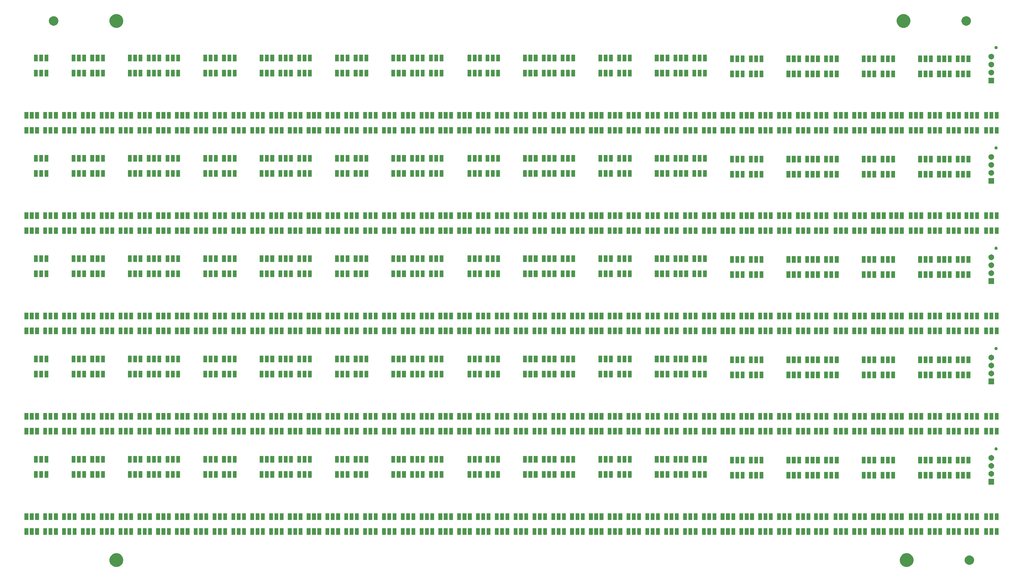
<source format=gbr>
G04 #@! TF.GenerationSoftware,KiCad,Pcbnew,(5.1.5)-3*
G04 #@! TF.CreationDate,2020-04-10T18:57:11+09:00*
G04 #@! TF.ProjectId,APA102_MENZUKE5,41504131-3032-45f4-9d45-4e5a554b4535,rev?*
G04 #@! TF.SameCoordinates,Original*
G04 #@! TF.FileFunction,Soldermask,Top*
G04 #@! TF.FilePolarity,Negative*
%FSLAX46Y46*%
G04 Gerber Fmt 4.6, Leading zero omitted, Abs format (unit mm)*
G04 Created by KiCad (PCBNEW (5.1.5)-3) date 2020-04-10 18:57:11*
%MOMM*%
%LPD*%
G04 APERTURE LIST*
%ADD10C,0.100000*%
G04 APERTURE END LIST*
D10*
G36*
X332642007Y-202883582D02*
G01*
X333042563Y-203049498D01*
X333042565Y-203049499D01*
X333403056Y-203290371D01*
X333709629Y-203596944D01*
X333868608Y-203834874D01*
X333950502Y-203957437D01*
X334116418Y-204357993D01*
X334201000Y-204783219D01*
X334201000Y-205216781D01*
X334116418Y-205642007D01*
X333986277Y-205956194D01*
X333950501Y-206042565D01*
X333709629Y-206403056D01*
X333403056Y-206709629D01*
X333042565Y-206950501D01*
X333042564Y-206950502D01*
X333042563Y-206950502D01*
X332642007Y-207116418D01*
X332216781Y-207201000D01*
X331783219Y-207201000D01*
X331357993Y-207116418D01*
X330957437Y-206950502D01*
X330957436Y-206950502D01*
X330957435Y-206950501D01*
X330596944Y-206709629D01*
X330290371Y-206403056D01*
X330049499Y-206042565D01*
X330013723Y-205956194D01*
X329883582Y-205642007D01*
X329799000Y-205216781D01*
X329799000Y-204783219D01*
X329883582Y-204357993D01*
X330049498Y-203957437D01*
X330131392Y-203834874D01*
X330290371Y-203596944D01*
X330596944Y-203290371D01*
X330957435Y-203049499D01*
X330957437Y-203049498D01*
X331357993Y-202883582D01*
X331783219Y-202799000D01*
X332216781Y-202799000D01*
X332642007Y-202883582D01*
G37*
G36*
X80642007Y-202883582D02*
G01*
X81042563Y-203049498D01*
X81042565Y-203049499D01*
X81403056Y-203290371D01*
X81709629Y-203596944D01*
X81868608Y-203834874D01*
X81950502Y-203957437D01*
X82116418Y-204357993D01*
X82201000Y-204783219D01*
X82201000Y-205216781D01*
X82116418Y-205642007D01*
X81986277Y-205956194D01*
X81950501Y-206042565D01*
X81709629Y-206403056D01*
X81403056Y-206709629D01*
X81042565Y-206950501D01*
X81042564Y-206950502D01*
X81042563Y-206950502D01*
X80642007Y-207116418D01*
X80216781Y-207201000D01*
X79783219Y-207201000D01*
X79357993Y-207116418D01*
X78957437Y-206950502D01*
X78957436Y-206950502D01*
X78957435Y-206950501D01*
X78596944Y-206709629D01*
X78290371Y-206403056D01*
X78049499Y-206042565D01*
X78013723Y-205956194D01*
X77883582Y-205642007D01*
X77799000Y-205216781D01*
X77799000Y-204783219D01*
X77883582Y-204357993D01*
X78049498Y-203957437D01*
X78131392Y-203834874D01*
X78290371Y-203596944D01*
X78596944Y-203290371D01*
X78957435Y-203049499D01*
X78957437Y-203049498D01*
X79357993Y-202883582D01*
X79783219Y-202799000D01*
X80216781Y-202799000D01*
X80642007Y-202883582D01*
G37*
G36*
X352437534Y-203557643D02*
G01*
X352710515Y-203670716D01*
X352710517Y-203670717D01*
X352834190Y-203753353D01*
X352956193Y-203834873D01*
X353165127Y-204043807D01*
X353329284Y-204289485D01*
X353442357Y-204562466D01*
X353500000Y-204852262D01*
X353500000Y-205147738D01*
X353442357Y-205437534D01*
X353329284Y-205710515D01*
X353329283Y-205710517D01*
X353165126Y-205956194D01*
X352956194Y-206165126D01*
X352710517Y-206329283D01*
X352710516Y-206329284D01*
X352710515Y-206329284D01*
X352437534Y-206442357D01*
X352147738Y-206500000D01*
X351852262Y-206500000D01*
X351562466Y-206442357D01*
X351289485Y-206329284D01*
X351289484Y-206329284D01*
X351289483Y-206329283D01*
X351043806Y-206165126D01*
X350834874Y-205956194D01*
X350670717Y-205710517D01*
X350670716Y-205710515D01*
X350557643Y-205437534D01*
X350500000Y-205147738D01*
X350500000Y-204852262D01*
X350557643Y-204562466D01*
X350670716Y-204289485D01*
X350834873Y-204043807D01*
X351043807Y-203834873D01*
X351165810Y-203753353D01*
X351289483Y-203670717D01*
X351289485Y-203670716D01*
X351562466Y-203557643D01*
X351852262Y-203500000D01*
X352147738Y-203500000D01*
X352437534Y-203557643D01*
G37*
G36*
X305351000Y-196951000D02*
G01*
X304149000Y-196951000D01*
X304149000Y-194849000D01*
X305351000Y-194849000D01*
X305351000Y-196951000D01*
G37*
G36*
X311601000Y-196951000D02*
G01*
X310399000Y-196951000D01*
X310399000Y-194849000D01*
X311601000Y-194849000D01*
X311601000Y-196951000D01*
G37*
G36*
X225901000Y-196951000D02*
G01*
X224699000Y-196951000D01*
X224699000Y-194849000D01*
X225901000Y-194849000D01*
X225901000Y-196951000D01*
G37*
G36*
X357901000Y-196951000D02*
G01*
X356699000Y-196951000D01*
X356699000Y-194849000D01*
X357901000Y-194849000D01*
X357901000Y-196951000D01*
G37*
G36*
X359601000Y-196951000D02*
G01*
X358399000Y-196951000D01*
X358399000Y-194849000D01*
X359601000Y-194849000D01*
X359601000Y-196951000D01*
G37*
G36*
X213901000Y-196951000D02*
G01*
X212699000Y-196951000D01*
X212699000Y-194849000D01*
X213901000Y-194849000D01*
X213901000Y-196951000D01*
G37*
G36*
X215601000Y-196951000D02*
G01*
X214399000Y-196951000D01*
X214399000Y-194849000D01*
X215601000Y-194849000D01*
X215601000Y-196951000D01*
G37*
G36*
X217301000Y-196951000D02*
G01*
X216099000Y-196951000D01*
X216099000Y-194849000D01*
X217301000Y-194849000D01*
X217301000Y-196951000D01*
G37*
G36*
X243901000Y-196951000D02*
G01*
X242699000Y-196951000D01*
X242699000Y-194849000D01*
X243901000Y-194849000D01*
X243901000Y-196951000D01*
G37*
G36*
X245601000Y-196951000D02*
G01*
X244399000Y-196951000D01*
X244399000Y-194849000D01*
X245601000Y-194849000D01*
X245601000Y-196951000D01*
G37*
G36*
X247301000Y-196951000D02*
G01*
X246099000Y-196951000D01*
X246099000Y-194849000D01*
X247301000Y-194849000D01*
X247301000Y-196951000D01*
G37*
G36*
X307051000Y-196951000D02*
G01*
X305849000Y-196951000D01*
X305849000Y-194849000D01*
X307051000Y-194849000D01*
X307051000Y-196951000D01*
G37*
G36*
X227601000Y-196951000D02*
G01*
X226399000Y-196951000D01*
X226399000Y-194849000D01*
X227601000Y-194849000D01*
X227601000Y-196951000D01*
G37*
G36*
X229301000Y-196951000D02*
G01*
X228099000Y-196951000D01*
X228099000Y-194849000D01*
X229301000Y-194849000D01*
X229301000Y-196951000D01*
G37*
G36*
X235301000Y-196951000D02*
G01*
X234099000Y-196951000D01*
X234099000Y-194849000D01*
X235301000Y-194849000D01*
X235301000Y-196951000D01*
G37*
G36*
X233601000Y-196951000D02*
G01*
X232399000Y-196951000D01*
X232399000Y-194849000D01*
X233601000Y-194849000D01*
X233601000Y-196951000D01*
G37*
G36*
X231901000Y-196951000D02*
G01*
X230699000Y-196951000D01*
X230699000Y-194849000D01*
X231901000Y-194849000D01*
X231901000Y-196951000D01*
G37*
G36*
X249901000Y-196951000D02*
G01*
X248699000Y-196951000D01*
X248699000Y-194849000D01*
X249901000Y-194849000D01*
X249901000Y-196951000D01*
G37*
G36*
X251601000Y-196951000D02*
G01*
X250399000Y-196951000D01*
X250399000Y-194849000D01*
X251601000Y-194849000D01*
X251601000Y-196951000D01*
G37*
G36*
X341601000Y-196951000D02*
G01*
X340399000Y-196951000D01*
X340399000Y-194849000D01*
X341601000Y-194849000D01*
X341601000Y-196951000D01*
G37*
G36*
X339901000Y-196951000D02*
G01*
X338699000Y-196951000D01*
X338699000Y-194849000D01*
X339901000Y-194849000D01*
X339901000Y-196951000D01*
G37*
G36*
X253301000Y-196951000D02*
G01*
X252099000Y-196951000D01*
X252099000Y-194849000D01*
X253301000Y-194849000D01*
X253301000Y-196951000D01*
G37*
G36*
X347601000Y-196951000D02*
G01*
X346399000Y-196951000D01*
X346399000Y-194849000D01*
X347601000Y-194849000D01*
X347601000Y-196951000D01*
G37*
G36*
X349301000Y-196951000D02*
G01*
X348099000Y-196951000D01*
X348099000Y-194849000D01*
X349301000Y-194849000D01*
X349301000Y-196951000D01*
G37*
G36*
X255901000Y-196951000D02*
G01*
X254699000Y-196951000D01*
X254699000Y-194849000D01*
X255901000Y-194849000D01*
X255901000Y-196951000D01*
G37*
G36*
X351651000Y-196951000D02*
G01*
X350449000Y-196951000D01*
X350449000Y-194849000D01*
X351651000Y-194849000D01*
X351651000Y-196951000D01*
G37*
G36*
X353351000Y-196951000D02*
G01*
X352149000Y-196951000D01*
X352149000Y-194849000D01*
X353351000Y-194849000D01*
X353351000Y-196951000D01*
G37*
G36*
X355051000Y-196951000D02*
G01*
X353849000Y-196951000D01*
X353849000Y-194849000D01*
X355051000Y-194849000D01*
X355051000Y-196951000D01*
G37*
G36*
X257601000Y-196951000D02*
G01*
X256399000Y-196951000D01*
X256399000Y-194849000D01*
X257601000Y-194849000D01*
X257601000Y-196951000D01*
G37*
G36*
X259301000Y-196951000D02*
G01*
X258099000Y-196951000D01*
X258099000Y-194849000D01*
X259301000Y-194849000D01*
X259301000Y-196951000D01*
G37*
G36*
X303651000Y-196951000D02*
G01*
X302449000Y-196951000D01*
X302449000Y-194849000D01*
X303651000Y-194849000D01*
X303651000Y-196951000D01*
G37*
G36*
X345901000Y-196951000D02*
G01*
X344699000Y-196951000D01*
X344699000Y-194849000D01*
X345901000Y-194849000D01*
X345901000Y-196951000D01*
G37*
G36*
X343301000Y-196951000D02*
G01*
X342099000Y-196951000D01*
X342099000Y-194849000D01*
X343301000Y-194849000D01*
X343301000Y-196951000D01*
G37*
G36*
X333901000Y-196951000D02*
G01*
X332699000Y-196951000D01*
X332699000Y-194849000D01*
X333901000Y-194849000D01*
X333901000Y-196951000D01*
G37*
G36*
X335601000Y-196951000D02*
G01*
X334399000Y-196951000D01*
X334399000Y-194849000D01*
X335601000Y-194849000D01*
X335601000Y-196951000D01*
G37*
G36*
X337301000Y-196951000D02*
G01*
X336099000Y-196951000D01*
X336099000Y-194849000D01*
X337301000Y-194849000D01*
X337301000Y-196951000D01*
G37*
G36*
X331051000Y-196951000D02*
G01*
X329849000Y-196951000D01*
X329849000Y-194849000D01*
X331051000Y-194849000D01*
X331051000Y-196951000D01*
G37*
G36*
X329351000Y-196951000D02*
G01*
X328149000Y-196951000D01*
X328149000Y-194849000D01*
X329351000Y-194849000D01*
X329351000Y-196951000D01*
G37*
G36*
X327651000Y-196951000D02*
G01*
X326449000Y-196951000D01*
X326449000Y-194849000D01*
X327651000Y-194849000D01*
X327651000Y-196951000D01*
G37*
G36*
X171901000Y-196951000D02*
G01*
X170699000Y-196951000D01*
X170699000Y-194849000D01*
X171901000Y-194849000D01*
X171901000Y-196951000D01*
G37*
G36*
X291901000Y-196951000D02*
G01*
X290699000Y-196951000D01*
X290699000Y-194849000D01*
X291901000Y-194849000D01*
X291901000Y-196951000D01*
G37*
G36*
X293601000Y-196951000D02*
G01*
X292399000Y-196951000D01*
X292399000Y-194849000D01*
X293601000Y-194849000D01*
X293601000Y-196951000D01*
G37*
G36*
X295301000Y-196951000D02*
G01*
X294099000Y-196951000D01*
X294099000Y-194849000D01*
X295301000Y-194849000D01*
X295301000Y-196951000D01*
G37*
G36*
X297901000Y-196951000D02*
G01*
X296699000Y-196951000D01*
X296699000Y-194849000D01*
X297901000Y-194849000D01*
X297901000Y-196951000D01*
G37*
G36*
X299601000Y-196951000D02*
G01*
X298399000Y-196951000D01*
X298399000Y-194849000D01*
X299601000Y-194849000D01*
X299601000Y-196951000D01*
G37*
G36*
X301301000Y-196951000D02*
G01*
X300099000Y-196951000D01*
X300099000Y-194849000D01*
X301301000Y-194849000D01*
X301301000Y-196951000D01*
G37*
G36*
X205301000Y-196951000D02*
G01*
X204099000Y-196951000D01*
X204099000Y-194849000D01*
X205301000Y-194849000D01*
X205301000Y-196951000D01*
G37*
G36*
X325301000Y-196951000D02*
G01*
X324099000Y-196951000D01*
X324099000Y-194849000D01*
X325301000Y-194849000D01*
X325301000Y-196951000D01*
G37*
G36*
X323601000Y-196951000D02*
G01*
X322399000Y-196951000D01*
X322399000Y-194849000D01*
X323601000Y-194849000D01*
X323601000Y-196951000D01*
G37*
G36*
X321901000Y-196951000D02*
G01*
X320699000Y-196951000D01*
X320699000Y-194849000D01*
X321901000Y-194849000D01*
X321901000Y-196951000D01*
G37*
G36*
X203601000Y-196951000D02*
G01*
X202399000Y-196951000D01*
X202399000Y-194849000D01*
X203601000Y-194849000D01*
X203601000Y-196951000D01*
G37*
G36*
X201901000Y-196951000D02*
G01*
X200699000Y-196951000D01*
X200699000Y-194849000D01*
X201901000Y-194849000D01*
X201901000Y-196951000D01*
G37*
G36*
X319301000Y-196951000D02*
G01*
X318099000Y-196951000D01*
X318099000Y-194849000D01*
X319301000Y-194849000D01*
X319301000Y-196951000D01*
G37*
G36*
X317601000Y-196951000D02*
G01*
X316399000Y-196951000D01*
X316399000Y-194849000D01*
X317601000Y-194849000D01*
X317601000Y-196951000D01*
G37*
G36*
X315901000Y-196951000D02*
G01*
X314699000Y-196951000D01*
X314699000Y-194849000D01*
X315901000Y-194849000D01*
X315901000Y-196951000D01*
G37*
G36*
X219901000Y-196951000D02*
G01*
X218699000Y-196951000D01*
X218699000Y-194849000D01*
X219901000Y-194849000D01*
X219901000Y-196951000D01*
G37*
G36*
X289301000Y-196951000D02*
G01*
X288099000Y-196951000D01*
X288099000Y-194849000D01*
X289301000Y-194849000D01*
X289301000Y-196951000D01*
G37*
G36*
X287601000Y-196951000D02*
G01*
X286399000Y-196951000D01*
X286399000Y-194849000D01*
X287601000Y-194849000D01*
X287601000Y-196951000D01*
G37*
G36*
X115301000Y-196951000D02*
G01*
X114099000Y-196951000D01*
X114099000Y-194849000D01*
X115301000Y-194849000D01*
X115301000Y-196951000D01*
G37*
G36*
X313301000Y-196951000D02*
G01*
X312099000Y-196951000D01*
X312099000Y-194849000D01*
X313301000Y-194849000D01*
X313301000Y-196951000D01*
G37*
G36*
X223301000Y-196951000D02*
G01*
X222099000Y-196951000D01*
X222099000Y-194849000D01*
X223301000Y-194849000D01*
X223301000Y-196951000D01*
G37*
G36*
X265301000Y-196951000D02*
G01*
X264099000Y-196951000D01*
X264099000Y-194849000D01*
X265301000Y-194849000D01*
X265301000Y-196951000D01*
G37*
G36*
X263601000Y-196951000D02*
G01*
X262399000Y-196951000D01*
X262399000Y-194849000D01*
X263601000Y-194849000D01*
X263601000Y-196951000D01*
G37*
G36*
X261901000Y-196951000D02*
G01*
X260699000Y-196951000D01*
X260699000Y-194849000D01*
X261901000Y-194849000D01*
X261901000Y-196951000D01*
G37*
G36*
X273901000Y-196951000D02*
G01*
X272699000Y-196951000D01*
X272699000Y-194849000D01*
X273901000Y-194849000D01*
X273901000Y-196951000D01*
G37*
G36*
X275601000Y-196951000D02*
G01*
X274399000Y-196951000D01*
X274399000Y-194849000D01*
X275601000Y-194849000D01*
X275601000Y-196951000D01*
G37*
G36*
X277301000Y-196951000D02*
G01*
X276099000Y-196951000D01*
X276099000Y-194849000D01*
X277301000Y-194849000D01*
X277301000Y-196951000D01*
G37*
G36*
X309901000Y-196951000D02*
G01*
X308699000Y-196951000D01*
X308699000Y-194849000D01*
X309901000Y-194849000D01*
X309901000Y-196951000D01*
G37*
G36*
X285901000Y-196951000D02*
G01*
X284699000Y-196951000D01*
X284699000Y-194849000D01*
X285901000Y-194849000D01*
X285901000Y-196951000D01*
G37*
G36*
X221601000Y-196951000D02*
G01*
X220399000Y-196951000D01*
X220399000Y-194849000D01*
X221601000Y-194849000D01*
X221601000Y-196951000D01*
G37*
G36*
X271301000Y-196951000D02*
G01*
X270099000Y-196951000D01*
X270099000Y-194849000D01*
X271301000Y-194849000D01*
X271301000Y-196951000D01*
G37*
G36*
X269601000Y-196951000D02*
G01*
X268399000Y-196951000D01*
X268399000Y-194849000D01*
X269601000Y-194849000D01*
X269601000Y-196951000D01*
G37*
G36*
X267901000Y-196951000D02*
G01*
X266699000Y-196951000D01*
X266699000Y-194849000D01*
X267901000Y-194849000D01*
X267901000Y-196951000D01*
G37*
G36*
X279901000Y-196951000D02*
G01*
X278699000Y-196951000D01*
X278699000Y-194849000D01*
X279901000Y-194849000D01*
X279901000Y-196951000D01*
G37*
G36*
X281601000Y-196951000D02*
G01*
X280399000Y-196951000D01*
X280399000Y-194849000D01*
X281601000Y-194849000D01*
X281601000Y-196951000D01*
G37*
G36*
X283301000Y-196951000D02*
G01*
X282099000Y-196951000D01*
X282099000Y-194849000D01*
X283301000Y-194849000D01*
X283301000Y-196951000D01*
G37*
G36*
X169301000Y-196951000D02*
G01*
X168099000Y-196951000D01*
X168099000Y-194849000D01*
X169301000Y-194849000D01*
X169301000Y-196951000D01*
G37*
G36*
X173601000Y-196951000D02*
G01*
X172399000Y-196951000D01*
X172399000Y-194849000D01*
X173601000Y-194849000D01*
X173601000Y-196951000D01*
G37*
G36*
X157301000Y-196951000D02*
G01*
X156099000Y-196951000D01*
X156099000Y-194849000D01*
X157301000Y-194849000D01*
X157301000Y-196951000D01*
G37*
G36*
X195901000Y-196951000D02*
G01*
X194699000Y-196951000D01*
X194699000Y-194849000D01*
X195901000Y-194849000D01*
X195901000Y-196951000D01*
G37*
G36*
X241301000Y-196951000D02*
G01*
X240099000Y-196951000D01*
X240099000Y-194849000D01*
X241301000Y-194849000D01*
X241301000Y-196951000D01*
G37*
G36*
X159901000Y-196951000D02*
G01*
X158699000Y-196951000D01*
X158699000Y-194849000D01*
X159901000Y-194849000D01*
X159901000Y-196951000D01*
G37*
G36*
X161601000Y-196951000D02*
G01*
X160399000Y-196951000D01*
X160399000Y-194849000D01*
X161601000Y-194849000D01*
X161601000Y-196951000D01*
G37*
G36*
X163301000Y-196951000D02*
G01*
X162099000Y-196951000D01*
X162099000Y-194849000D01*
X163301000Y-194849000D01*
X163301000Y-196951000D01*
G37*
G36*
X239601000Y-196951000D02*
G01*
X238399000Y-196951000D01*
X238399000Y-194849000D01*
X239601000Y-194849000D01*
X239601000Y-196951000D01*
G37*
G36*
X237901000Y-196951000D02*
G01*
X236699000Y-196951000D01*
X236699000Y-194849000D01*
X237901000Y-194849000D01*
X237901000Y-196951000D01*
G37*
G36*
X153901000Y-196951000D02*
G01*
X152699000Y-196951000D01*
X152699000Y-194849000D01*
X153901000Y-194849000D01*
X153901000Y-196951000D01*
G37*
G36*
X155601000Y-196951000D02*
G01*
X154399000Y-196951000D01*
X154399000Y-194849000D01*
X155601000Y-194849000D01*
X155601000Y-196951000D01*
G37*
G36*
X167601000Y-196951000D02*
G01*
X166399000Y-196951000D01*
X166399000Y-194849000D01*
X167601000Y-194849000D01*
X167601000Y-196951000D01*
G37*
G36*
X361301000Y-196951000D02*
G01*
X360099000Y-196951000D01*
X360099000Y-194849000D01*
X361301000Y-194849000D01*
X361301000Y-196951000D01*
G37*
G36*
X197601000Y-196951000D02*
G01*
X196399000Y-196951000D01*
X196399000Y-194849000D01*
X197601000Y-194849000D01*
X197601000Y-196951000D01*
G37*
G36*
X199301000Y-196951000D02*
G01*
X198099000Y-196951000D01*
X198099000Y-194849000D01*
X199301000Y-194849000D01*
X199301000Y-196951000D01*
G37*
G36*
X211301000Y-196951000D02*
G01*
X210099000Y-196951000D01*
X210099000Y-194849000D01*
X211301000Y-194849000D01*
X211301000Y-196951000D01*
G37*
G36*
X209601000Y-196951000D02*
G01*
X208399000Y-196951000D01*
X208399000Y-194849000D01*
X209601000Y-194849000D01*
X209601000Y-196951000D01*
G37*
G36*
X207901000Y-196951000D02*
G01*
X206699000Y-196951000D01*
X206699000Y-194849000D01*
X207901000Y-194849000D01*
X207901000Y-196951000D01*
G37*
G36*
X145301000Y-196951000D02*
G01*
X144099000Y-196951000D01*
X144099000Y-194849000D01*
X145301000Y-194849000D01*
X145301000Y-196951000D01*
G37*
G36*
X143601000Y-196951000D02*
G01*
X142399000Y-196951000D01*
X142399000Y-194849000D01*
X143601000Y-194849000D01*
X143601000Y-196951000D01*
G37*
G36*
X59601000Y-196951000D02*
G01*
X58399000Y-196951000D01*
X58399000Y-194849000D01*
X59601000Y-194849000D01*
X59601000Y-196951000D01*
G37*
G36*
X51901000Y-196951000D02*
G01*
X50699000Y-196951000D01*
X50699000Y-194849000D01*
X51901000Y-194849000D01*
X51901000Y-196951000D01*
G37*
G36*
X193301000Y-196951000D02*
G01*
X192099000Y-196951000D01*
X192099000Y-194849000D01*
X193301000Y-194849000D01*
X193301000Y-196951000D01*
G37*
G36*
X147901000Y-196951000D02*
G01*
X146699000Y-196951000D01*
X146699000Y-194849000D01*
X147901000Y-194849000D01*
X147901000Y-196951000D01*
G37*
G36*
X149601000Y-196951000D02*
G01*
X148399000Y-196951000D01*
X148399000Y-194849000D01*
X149601000Y-194849000D01*
X149601000Y-196951000D01*
G37*
G36*
X151301000Y-196951000D02*
G01*
X150099000Y-196951000D01*
X150099000Y-194849000D01*
X151301000Y-194849000D01*
X151301000Y-196951000D01*
G37*
G36*
X139301000Y-196951000D02*
G01*
X138099000Y-196951000D01*
X138099000Y-194849000D01*
X139301000Y-194849000D01*
X139301000Y-196951000D01*
G37*
G36*
X137601000Y-196951000D02*
G01*
X136399000Y-196951000D01*
X136399000Y-194849000D01*
X137601000Y-194849000D01*
X137601000Y-196951000D01*
G37*
G36*
X135901000Y-196951000D02*
G01*
X134699000Y-196951000D01*
X134699000Y-194849000D01*
X135901000Y-194849000D01*
X135901000Y-196951000D01*
G37*
G36*
X55301000Y-196951000D02*
G01*
X54099000Y-196951000D01*
X54099000Y-194849000D01*
X55301000Y-194849000D01*
X55301000Y-196951000D01*
G37*
G36*
X53601000Y-196951000D02*
G01*
X52399000Y-196951000D01*
X52399000Y-194849000D01*
X53601000Y-194849000D01*
X53601000Y-196951000D01*
G37*
G36*
X107601000Y-196951000D02*
G01*
X106399000Y-196951000D01*
X106399000Y-194849000D01*
X107601000Y-194849000D01*
X107601000Y-196951000D01*
G37*
G36*
X189901000Y-196951000D02*
G01*
X188699000Y-196951000D01*
X188699000Y-194849000D01*
X189901000Y-194849000D01*
X189901000Y-196951000D01*
G37*
G36*
X191601000Y-196951000D02*
G01*
X190399000Y-196951000D01*
X190399000Y-194849000D01*
X191601000Y-194849000D01*
X191601000Y-196951000D01*
G37*
G36*
X141901000Y-196951000D02*
G01*
X140699000Y-196951000D01*
X140699000Y-194849000D01*
X141901000Y-194849000D01*
X141901000Y-196951000D01*
G37*
G36*
X187301000Y-196951000D02*
G01*
X186099000Y-196951000D01*
X186099000Y-194849000D01*
X187301000Y-194849000D01*
X187301000Y-196951000D01*
G37*
G36*
X185601000Y-196951000D02*
G01*
X184399000Y-196951000D01*
X184399000Y-194849000D01*
X185601000Y-194849000D01*
X185601000Y-196951000D01*
G37*
G36*
X183901000Y-196951000D02*
G01*
X182699000Y-196951000D01*
X182699000Y-194849000D01*
X183901000Y-194849000D01*
X183901000Y-196951000D01*
G37*
G36*
X181301000Y-196951000D02*
G01*
X180099000Y-196951000D01*
X180099000Y-194849000D01*
X181301000Y-194849000D01*
X181301000Y-196951000D01*
G37*
G36*
X179601000Y-196951000D02*
G01*
X178399000Y-196951000D01*
X178399000Y-194849000D01*
X179601000Y-194849000D01*
X179601000Y-196951000D01*
G37*
G36*
X177901000Y-196951000D02*
G01*
X176699000Y-196951000D01*
X176699000Y-194849000D01*
X177901000Y-194849000D01*
X177901000Y-196951000D01*
G37*
G36*
X125601000Y-196951000D02*
G01*
X124399000Y-196951000D01*
X124399000Y-194849000D01*
X125601000Y-194849000D01*
X125601000Y-196951000D01*
G37*
G36*
X113601000Y-196951000D02*
G01*
X112399000Y-196951000D01*
X112399000Y-194849000D01*
X113601000Y-194849000D01*
X113601000Y-196951000D01*
G37*
G36*
X69901000Y-196951000D02*
G01*
X68699000Y-196951000D01*
X68699000Y-194849000D01*
X69901000Y-194849000D01*
X69901000Y-196951000D01*
G37*
G36*
X61301000Y-196951000D02*
G01*
X60099000Y-196951000D01*
X60099000Y-194849000D01*
X61301000Y-194849000D01*
X61301000Y-196951000D01*
G37*
G36*
X175301000Y-196951000D02*
G01*
X174099000Y-196951000D01*
X174099000Y-194849000D01*
X175301000Y-194849000D01*
X175301000Y-196951000D01*
G37*
G36*
X57901000Y-196951000D02*
G01*
X56699000Y-196951000D01*
X56699000Y-194849000D01*
X57901000Y-194849000D01*
X57901000Y-196951000D01*
G37*
G36*
X93901000Y-196951000D02*
G01*
X92699000Y-196951000D01*
X92699000Y-194849000D01*
X93901000Y-194849000D01*
X93901000Y-196951000D01*
G37*
G36*
X95601000Y-196951000D02*
G01*
X94399000Y-196951000D01*
X94399000Y-194849000D01*
X95601000Y-194849000D01*
X95601000Y-196951000D01*
G37*
G36*
X97301000Y-196951000D02*
G01*
X96099000Y-196951000D01*
X96099000Y-194849000D01*
X97301000Y-194849000D01*
X97301000Y-196951000D01*
G37*
G36*
X123901000Y-196951000D02*
G01*
X122699000Y-196951000D01*
X122699000Y-194849000D01*
X123901000Y-194849000D01*
X123901000Y-196951000D01*
G37*
G36*
X101601000Y-196951000D02*
G01*
X100399000Y-196951000D01*
X100399000Y-194849000D01*
X101601000Y-194849000D01*
X101601000Y-196951000D01*
G37*
G36*
X127301000Y-196951000D02*
G01*
X126099000Y-196951000D01*
X126099000Y-194849000D01*
X127301000Y-194849000D01*
X127301000Y-196951000D01*
G37*
G36*
X165901000Y-196951000D02*
G01*
X164699000Y-196951000D01*
X164699000Y-194849000D01*
X165901000Y-194849000D01*
X165901000Y-196951000D01*
G37*
G36*
X71601000Y-196951000D02*
G01*
X70399000Y-196951000D01*
X70399000Y-194849000D01*
X71601000Y-194849000D01*
X71601000Y-196951000D01*
G37*
G36*
X73301000Y-196951000D02*
G01*
X72099000Y-196951000D01*
X72099000Y-194849000D01*
X73301000Y-194849000D01*
X73301000Y-196951000D01*
G37*
G36*
X133301000Y-196951000D02*
G01*
X132099000Y-196951000D01*
X132099000Y-194849000D01*
X133301000Y-194849000D01*
X133301000Y-196951000D01*
G37*
G36*
X131601000Y-196951000D02*
G01*
X130399000Y-196951000D01*
X130399000Y-194849000D01*
X131601000Y-194849000D01*
X131601000Y-196951000D01*
G37*
G36*
X129901000Y-196951000D02*
G01*
X128699000Y-196951000D01*
X128699000Y-194849000D01*
X129901000Y-194849000D01*
X129901000Y-196951000D01*
G37*
G36*
X109301000Y-196951000D02*
G01*
X108099000Y-196951000D01*
X108099000Y-194849000D01*
X109301000Y-194849000D01*
X109301000Y-196951000D01*
G37*
G36*
X105901000Y-196951000D02*
G01*
X104699000Y-196951000D01*
X104699000Y-194849000D01*
X105901000Y-194849000D01*
X105901000Y-196951000D01*
G37*
G36*
X87901000Y-196951000D02*
G01*
X86699000Y-196951000D01*
X86699000Y-194849000D01*
X87901000Y-194849000D01*
X87901000Y-196951000D01*
G37*
G36*
X111901000Y-196951000D02*
G01*
X110699000Y-196951000D01*
X110699000Y-194849000D01*
X111901000Y-194849000D01*
X111901000Y-196951000D01*
G37*
G36*
X77601000Y-196951000D02*
G01*
X76399000Y-196951000D01*
X76399000Y-194849000D01*
X77601000Y-194849000D01*
X77601000Y-196951000D01*
G37*
G36*
X103301000Y-196951000D02*
G01*
X102099000Y-196951000D01*
X102099000Y-194849000D01*
X103301000Y-194849000D01*
X103301000Y-196951000D01*
G37*
G36*
X63901000Y-196951000D02*
G01*
X62699000Y-196951000D01*
X62699000Y-194849000D01*
X63901000Y-194849000D01*
X63901000Y-196951000D01*
G37*
G36*
X65601000Y-196951000D02*
G01*
X64399000Y-196951000D01*
X64399000Y-194849000D01*
X65601000Y-194849000D01*
X65601000Y-196951000D01*
G37*
G36*
X67301000Y-196951000D02*
G01*
X66099000Y-196951000D01*
X66099000Y-194849000D01*
X67301000Y-194849000D01*
X67301000Y-196951000D01*
G37*
G36*
X81901000Y-196951000D02*
G01*
X80699000Y-196951000D01*
X80699000Y-194849000D01*
X81901000Y-194849000D01*
X81901000Y-196951000D01*
G37*
G36*
X83601000Y-196951000D02*
G01*
X82399000Y-196951000D01*
X82399000Y-194849000D01*
X83601000Y-194849000D01*
X83601000Y-196951000D01*
G37*
G36*
X85301000Y-196951000D02*
G01*
X84099000Y-196951000D01*
X84099000Y-194849000D01*
X85301000Y-194849000D01*
X85301000Y-196951000D01*
G37*
G36*
X99901000Y-196951000D02*
G01*
X98699000Y-196951000D01*
X98699000Y-194849000D01*
X99901000Y-194849000D01*
X99901000Y-196951000D01*
G37*
G36*
X79301000Y-196951000D02*
G01*
X78099000Y-196951000D01*
X78099000Y-194849000D01*
X79301000Y-194849000D01*
X79301000Y-196951000D01*
G37*
G36*
X89601000Y-196951000D02*
G01*
X88399000Y-196951000D01*
X88399000Y-194849000D01*
X89601000Y-194849000D01*
X89601000Y-196951000D01*
G37*
G36*
X91301000Y-196951000D02*
G01*
X90099000Y-196951000D01*
X90099000Y-194849000D01*
X91301000Y-194849000D01*
X91301000Y-196951000D01*
G37*
G36*
X117901000Y-196951000D02*
G01*
X116699000Y-196951000D01*
X116699000Y-194849000D01*
X117901000Y-194849000D01*
X117901000Y-196951000D01*
G37*
G36*
X119601000Y-196951000D02*
G01*
X118399000Y-196951000D01*
X118399000Y-194849000D01*
X119601000Y-194849000D01*
X119601000Y-196951000D01*
G37*
G36*
X121301000Y-196951000D02*
G01*
X120099000Y-196951000D01*
X120099000Y-194849000D01*
X121301000Y-194849000D01*
X121301000Y-196951000D01*
G37*
G36*
X75901000Y-196951000D02*
G01*
X74699000Y-196951000D01*
X74699000Y-194849000D01*
X75901000Y-194849000D01*
X75901000Y-196951000D01*
G37*
G36*
X103301000Y-192151000D02*
G01*
X102099000Y-192151000D01*
X102099000Y-190049000D01*
X103301000Y-190049000D01*
X103301000Y-192151000D01*
G37*
G36*
X109301000Y-192151000D02*
G01*
X108099000Y-192151000D01*
X108099000Y-190049000D01*
X109301000Y-190049000D01*
X109301000Y-192151000D01*
G37*
G36*
X107601000Y-192151000D02*
G01*
X106399000Y-192151000D01*
X106399000Y-190049000D01*
X107601000Y-190049000D01*
X107601000Y-192151000D01*
G37*
G36*
X105901000Y-192151000D02*
G01*
X104699000Y-192151000D01*
X104699000Y-190049000D01*
X105901000Y-190049000D01*
X105901000Y-192151000D01*
G37*
G36*
X69901000Y-192151000D02*
G01*
X68699000Y-192151000D01*
X68699000Y-190049000D01*
X69901000Y-190049000D01*
X69901000Y-192151000D01*
G37*
G36*
X71601000Y-192151000D02*
G01*
X70399000Y-192151000D01*
X70399000Y-190049000D01*
X71601000Y-190049000D01*
X71601000Y-192151000D01*
G37*
G36*
X275601000Y-192151000D02*
G01*
X274399000Y-192151000D01*
X274399000Y-190049000D01*
X275601000Y-190049000D01*
X275601000Y-192151000D01*
G37*
G36*
X173601000Y-192151000D02*
G01*
X172399000Y-192151000D01*
X172399000Y-190049000D01*
X173601000Y-190049000D01*
X173601000Y-192151000D01*
G37*
G36*
X171901000Y-192151000D02*
G01*
X170699000Y-192151000D01*
X170699000Y-190049000D01*
X171901000Y-190049000D01*
X171901000Y-192151000D01*
G37*
G36*
X279901000Y-192151000D02*
G01*
X278699000Y-192151000D01*
X278699000Y-190049000D01*
X279901000Y-190049000D01*
X279901000Y-192151000D01*
G37*
G36*
X281601000Y-192151000D02*
G01*
X280399000Y-192151000D01*
X280399000Y-190049000D01*
X281601000Y-190049000D01*
X281601000Y-192151000D01*
G37*
G36*
X283301000Y-192151000D02*
G01*
X282099000Y-192151000D01*
X282099000Y-190049000D01*
X283301000Y-190049000D01*
X283301000Y-192151000D01*
G37*
G36*
X271301000Y-192151000D02*
G01*
X270099000Y-192151000D01*
X270099000Y-190049000D01*
X271301000Y-190049000D01*
X271301000Y-192151000D01*
G37*
G36*
X269601000Y-192151000D02*
G01*
X268399000Y-192151000D01*
X268399000Y-190049000D01*
X269601000Y-190049000D01*
X269601000Y-192151000D01*
G37*
G36*
X267901000Y-192151000D02*
G01*
X266699000Y-192151000D01*
X266699000Y-190049000D01*
X267901000Y-190049000D01*
X267901000Y-192151000D01*
G37*
G36*
X309901000Y-192151000D02*
G01*
X308699000Y-192151000D01*
X308699000Y-190049000D01*
X309901000Y-190049000D01*
X309901000Y-192151000D01*
G37*
G36*
X311601000Y-192151000D02*
G01*
X310399000Y-192151000D01*
X310399000Y-190049000D01*
X311601000Y-190049000D01*
X311601000Y-192151000D01*
G37*
G36*
X313301000Y-192151000D02*
G01*
X312099000Y-192151000D01*
X312099000Y-190049000D01*
X313301000Y-190049000D01*
X313301000Y-192151000D01*
G37*
G36*
X273901000Y-192151000D02*
G01*
X272699000Y-192151000D01*
X272699000Y-190049000D01*
X273901000Y-190049000D01*
X273901000Y-192151000D01*
G37*
G36*
X79301000Y-192151000D02*
G01*
X78099000Y-192151000D01*
X78099000Y-190049000D01*
X79301000Y-190049000D01*
X79301000Y-192151000D01*
G37*
G36*
X83601000Y-192151000D02*
G01*
X82399000Y-192151000D01*
X82399000Y-190049000D01*
X83601000Y-190049000D01*
X83601000Y-192151000D01*
G37*
G36*
X111901000Y-192151000D02*
G01*
X110699000Y-192151000D01*
X110699000Y-190049000D01*
X111901000Y-190049000D01*
X111901000Y-192151000D01*
G37*
G36*
X113601000Y-192151000D02*
G01*
X112399000Y-192151000D01*
X112399000Y-190049000D01*
X113601000Y-190049000D01*
X113601000Y-192151000D01*
G37*
G36*
X91301000Y-192151000D02*
G01*
X90099000Y-192151000D01*
X90099000Y-190049000D01*
X91301000Y-190049000D01*
X91301000Y-192151000D01*
G37*
G36*
X89601000Y-192151000D02*
G01*
X88399000Y-192151000D01*
X88399000Y-190049000D01*
X89601000Y-190049000D01*
X89601000Y-192151000D01*
G37*
G36*
X87901000Y-192151000D02*
G01*
X86699000Y-192151000D01*
X86699000Y-190049000D01*
X87901000Y-190049000D01*
X87901000Y-192151000D01*
G37*
G36*
X121301000Y-192151000D02*
G01*
X120099000Y-192151000D01*
X120099000Y-190049000D01*
X121301000Y-190049000D01*
X121301000Y-192151000D01*
G37*
G36*
X119601000Y-192151000D02*
G01*
X118399000Y-192151000D01*
X118399000Y-190049000D01*
X119601000Y-190049000D01*
X119601000Y-192151000D01*
G37*
G36*
X117901000Y-192151000D02*
G01*
X116699000Y-192151000D01*
X116699000Y-190049000D01*
X117901000Y-190049000D01*
X117901000Y-192151000D01*
G37*
G36*
X101601000Y-192151000D02*
G01*
X100399000Y-192151000D01*
X100399000Y-190049000D01*
X101601000Y-190049000D01*
X101601000Y-192151000D01*
G37*
G36*
X77601000Y-192151000D02*
G01*
X76399000Y-192151000D01*
X76399000Y-190049000D01*
X77601000Y-190049000D01*
X77601000Y-192151000D01*
G37*
G36*
X75901000Y-192151000D02*
G01*
X74699000Y-192151000D01*
X74699000Y-190049000D01*
X75901000Y-190049000D01*
X75901000Y-192151000D01*
G37*
G36*
X81901000Y-192151000D02*
G01*
X80699000Y-192151000D01*
X80699000Y-190049000D01*
X81901000Y-190049000D01*
X81901000Y-192151000D01*
G37*
G36*
X139301000Y-192151000D02*
G01*
X138099000Y-192151000D01*
X138099000Y-190049000D01*
X139301000Y-190049000D01*
X139301000Y-192151000D01*
G37*
G36*
X85301000Y-192151000D02*
G01*
X84099000Y-192151000D01*
X84099000Y-190049000D01*
X85301000Y-190049000D01*
X85301000Y-192151000D01*
G37*
G36*
X63901000Y-192151000D02*
G01*
X62699000Y-192151000D01*
X62699000Y-190049000D01*
X63901000Y-190049000D01*
X63901000Y-192151000D01*
G37*
G36*
X65601000Y-192151000D02*
G01*
X64399000Y-192151000D01*
X64399000Y-190049000D01*
X65601000Y-190049000D01*
X65601000Y-192151000D01*
G37*
G36*
X67301000Y-192151000D02*
G01*
X66099000Y-192151000D01*
X66099000Y-190049000D01*
X67301000Y-190049000D01*
X67301000Y-192151000D01*
G37*
G36*
X99901000Y-192151000D02*
G01*
X98699000Y-192151000D01*
X98699000Y-190049000D01*
X99901000Y-190049000D01*
X99901000Y-192151000D01*
G37*
G36*
X199301000Y-192151000D02*
G01*
X198099000Y-192151000D01*
X198099000Y-190049000D01*
X199301000Y-190049000D01*
X199301000Y-192151000D01*
G37*
G36*
X149601000Y-192151000D02*
G01*
X148399000Y-192151000D01*
X148399000Y-190049000D01*
X149601000Y-190049000D01*
X149601000Y-192151000D01*
G37*
G36*
X151301000Y-192151000D02*
G01*
X150099000Y-192151000D01*
X150099000Y-190049000D01*
X151301000Y-190049000D01*
X151301000Y-192151000D01*
G37*
G36*
X145301000Y-192151000D02*
G01*
X144099000Y-192151000D01*
X144099000Y-190049000D01*
X145301000Y-190049000D01*
X145301000Y-192151000D01*
G37*
G36*
X143601000Y-192151000D02*
G01*
X142399000Y-192151000D01*
X142399000Y-190049000D01*
X143601000Y-190049000D01*
X143601000Y-192151000D01*
G37*
G36*
X141901000Y-192151000D02*
G01*
X140699000Y-192151000D01*
X140699000Y-190049000D01*
X141901000Y-190049000D01*
X141901000Y-192151000D01*
G37*
G36*
X211301000Y-192151000D02*
G01*
X210099000Y-192151000D01*
X210099000Y-190049000D01*
X211301000Y-190049000D01*
X211301000Y-192151000D01*
G37*
G36*
X315901000Y-192151000D02*
G01*
X314699000Y-192151000D01*
X314699000Y-190049000D01*
X315901000Y-190049000D01*
X315901000Y-192151000D01*
G37*
G36*
X195901000Y-192151000D02*
G01*
X194699000Y-192151000D01*
X194699000Y-190049000D01*
X195901000Y-190049000D01*
X195901000Y-192151000D01*
G37*
G36*
X197601000Y-192151000D02*
G01*
X196399000Y-192151000D01*
X196399000Y-190049000D01*
X197601000Y-190049000D01*
X197601000Y-192151000D01*
G37*
G36*
X147901000Y-192151000D02*
G01*
X146699000Y-192151000D01*
X146699000Y-190049000D01*
X147901000Y-190049000D01*
X147901000Y-192151000D01*
G37*
G36*
X207901000Y-192151000D02*
G01*
X206699000Y-192151000D01*
X206699000Y-190049000D01*
X207901000Y-190049000D01*
X207901000Y-192151000D01*
G37*
G36*
X155601000Y-192151000D02*
G01*
X154399000Y-192151000D01*
X154399000Y-190049000D01*
X155601000Y-190049000D01*
X155601000Y-192151000D01*
G37*
G36*
X157301000Y-192151000D02*
G01*
X156099000Y-192151000D01*
X156099000Y-190049000D01*
X157301000Y-190049000D01*
X157301000Y-192151000D01*
G37*
G36*
X159901000Y-192151000D02*
G01*
X158699000Y-192151000D01*
X158699000Y-190049000D01*
X159901000Y-190049000D01*
X159901000Y-192151000D01*
G37*
G36*
X161601000Y-192151000D02*
G01*
X160399000Y-192151000D01*
X160399000Y-190049000D01*
X161601000Y-190049000D01*
X161601000Y-192151000D01*
G37*
G36*
X163301000Y-192151000D02*
G01*
X162099000Y-192151000D01*
X162099000Y-190049000D01*
X163301000Y-190049000D01*
X163301000Y-192151000D01*
G37*
G36*
X241301000Y-192151000D02*
G01*
X240099000Y-192151000D01*
X240099000Y-190049000D01*
X241301000Y-190049000D01*
X241301000Y-192151000D01*
G37*
G36*
X239601000Y-192151000D02*
G01*
X238399000Y-192151000D01*
X238399000Y-190049000D01*
X239601000Y-190049000D01*
X239601000Y-192151000D01*
G37*
G36*
X153901000Y-192151000D02*
G01*
X152699000Y-192151000D01*
X152699000Y-190049000D01*
X153901000Y-190049000D01*
X153901000Y-192151000D01*
G37*
G36*
X285901000Y-192151000D02*
G01*
X284699000Y-192151000D01*
X284699000Y-190049000D01*
X285901000Y-190049000D01*
X285901000Y-192151000D01*
G37*
G36*
X277301000Y-192151000D02*
G01*
X276099000Y-192151000D01*
X276099000Y-190049000D01*
X277301000Y-190049000D01*
X277301000Y-192151000D01*
G37*
G36*
X265301000Y-192151000D02*
G01*
X264099000Y-192151000D01*
X264099000Y-190049000D01*
X265301000Y-190049000D01*
X265301000Y-192151000D01*
G37*
G36*
X263601000Y-192151000D02*
G01*
X262399000Y-192151000D01*
X262399000Y-190049000D01*
X263601000Y-190049000D01*
X263601000Y-192151000D01*
G37*
G36*
X261901000Y-192151000D02*
G01*
X260699000Y-192151000D01*
X260699000Y-190049000D01*
X261901000Y-190049000D01*
X261901000Y-192151000D01*
G37*
G36*
X219901000Y-192151000D02*
G01*
X218699000Y-192151000D01*
X218699000Y-190049000D01*
X219901000Y-190049000D01*
X219901000Y-192151000D01*
G37*
G36*
X221601000Y-192151000D02*
G01*
X220399000Y-192151000D01*
X220399000Y-190049000D01*
X221601000Y-190049000D01*
X221601000Y-192151000D01*
G37*
G36*
X223301000Y-192151000D02*
G01*
X222099000Y-192151000D01*
X222099000Y-190049000D01*
X223301000Y-190049000D01*
X223301000Y-192151000D01*
G37*
G36*
X289301000Y-192151000D02*
G01*
X288099000Y-192151000D01*
X288099000Y-190049000D01*
X289301000Y-190049000D01*
X289301000Y-192151000D01*
G37*
G36*
X287601000Y-192151000D02*
G01*
X286399000Y-192151000D01*
X286399000Y-190049000D01*
X287601000Y-190049000D01*
X287601000Y-192151000D01*
G37*
G36*
X237901000Y-192151000D02*
G01*
X236699000Y-192151000D01*
X236699000Y-190049000D01*
X237901000Y-190049000D01*
X237901000Y-192151000D01*
G37*
G36*
X319301000Y-192151000D02*
G01*
X318099000Y-192151000D01*
X318099000Y-190049000D01*
X319301000Y-190049000D01*
X319301000Y-192151000D01*
G37*
G36*
X317601000Y-192151000D02*
G01*
X316399000Y-192151000D01*
X316399000Y-190049000D01*
X317601000Y-190049000D01*
X317601000Y-192151000D01*
G37*
G36*
X209601000Y-192151000D02*
G01*
X208399000Y-192151000D01*
X208399000Y-190049000D01*
X209601000Y-190049000D01*
X209601000Y-192151000D01*
G37*
G36*
X137601000Y-192151000D02*
G01*
X136399000Y-192151000D01*
X136399000Y-190049000D01*
X137601000Y-190049000D01*
X137601000Y-192151000D01*
G37*
G36*
X135901000Y-192151000D02*
G01*
X134699000Y-192151000D01*
X134699000Y-190049000D01*
X135901000Y-190049000D01*
X135901000Y-192151000D01*
G37*
G36*
X55301000Y-192151000D02*
G01*
X54099000Y-192151000D01*
X54099000Y-190049000D01*
X55301000Y-190049000D01*
X55301000Y-192151000D01*
G37*
G36*
X53601000Y-192151000D02*
G01*
X52399000Y-192151000D01*
X52399000Y-190049000D01*
X53601000Y-190049000D01*
X53601000Y-192151000D01*
G37*
G36*
X51901000Y-192151000D02*
G01*
X50699000Y-192151000D01*
X50699000Y-190049000D01*
X51901000Y-190049000D01*
X51901000Y-192151000D01*
G37*
G36*
X351651000Y-192151000D02*
G01*
X350449000Y-192151000D01*
X350449000Y-190049000D01*
X351651000Y-190049000D01*
X351651000Y-192151000D01*
G37*
G36*
X339901000Y-192151000D02*
G01*
X338699000Y-192151000D01*
X338699000Y-190049000D01*
X339901000Y-190049000D01*
X339901000Y-192151000D01*
G37*
G36*
X341601000Y-192151000D02*
G01*
X340399000Y-192151000D01*
X340399000Y-190049000D01*
X341601000Y-190049000D01*
X341601000Y-192151000D01*
G37*
G36*
X343301000Y-192151000D02*
G01*
X342099000Y-192151000D01*
X342099000Y-190049000D01*
X343301000Y-190049000D01*
X343301000Y-192151000D01*
G37*
G36*
X253301000Y-192151000D02*
G01*
X252099000Y-192151000D01*
X252099000Y-190049000D01*
X253301000Y-190049000D01*
X253301000Y-192151000D01*
G37*
G36*
X251601000Y-192151000D02*
G01*
X250399000Y-192151000D01*
X250399000Y-190049000D01*
X251601000Y-190049000D01*
X251601000Y-192151000D01*
G37*
G36*
X255901000Y-192151000D02*
G01*
X254699000Y-192151000D01*
X254699000Y-190049000D01*
X255901000Y-190049000D01*
X255901000Y-192151000D01*
G37*
G36*
X235301000Y-192151000D02*
G01*
X234099000Y-192151000D01*
X234099000Y-190049000D01*
X235301000Y-190049000D01*
X235301000Y-192151000D01*
G37*
G36*
X259301000Y-192151000D02*
G01*
X258099000Y-192151000D01*
X258099000Y-190049000D01*
X259301000Y-190049000D01*
X259301000Y-192151000D01*
G37*
G36*
X249901000Y-192151000D02*
G01*
X248699000Y-192151000D01*
X248699000Y-190049000D01*
X249901000Y-190049000D01*
X249901000Y-192151000D01*
G37*
G36*
X337301000Y-192151000D02*
G01*
X336099000Y-192151000D01*
X336099000Y-190049000D01*
X337301000Y-190049000D01*
X337301000Y-192151000D01*
G37*
G36*
X349301000Y-192151000D02*
G01*
X348099000Y-192151000D01*
X348099000Y-190049000D01*
X349301000Y-190049000D01*
X349301000Y-192151000D01*
G37*
G36*
X347601000Y-192151000D02*
G01*
X346399000Y-192151000D01*
X346399000Y-190049000D01*
X347601000Y-190049000D01*
X347601000Y-192151000D01*
G37*
G36*
X345901000Y-192151000D02*
G01*
X344699000Y-192151000D01*
X344699000Y-190049000D01*
X345901000Y-190049000D01*
X345901000Y-192151000D01*
G37*
G36*
X353351000Y-192151000D02*
G01*
X352149000Y-192151000D01*
X352149000Y-190049000D01*
X353351000Y-190049000D01*
X353351000Y-192151000D01*
G37*
G36*
X355051000Y-192151000D02*
G01*
X353849000Y-192151000D01*
X353849000Y-190049000D01*
X355051000Y-190049000D01*
X355051000Y-192151000D01*
G37*
G36*
X229301000Y-192151000D02*
G01*
X228099000Y-192151000D01*
X228099000Y-190049000D01*
X229301000Y-190049000D01*
X229301000Y-192151000D01*
G37*
G36*
X293601000Y-192151000D02*
G01*
X292399000Y-192151000D01*
X292399000Y-190049000D01*
X293601000Y-190049000D01*
X293601000Y-192151000D01*
G37*
G36*
X295301000Y-192151000D02*
G01*
X294099000Y-192151000D01*
X294099000Y-190049000D01*
X295301000Y-190049000D01*
X295301000Y-192151000D01*
G37*
G36*
X247301000Y-192151000D02*
G01*
X246099000Y-192151000D01*
X246099000Y-190049000D01*
X247301000Y-190049000D01*
X247301000Y-192151000D01*
G37*
G36*
X215601000Y-192151000D02*
G01*
X214399000Y-192151000D01*
X214399000Y-190049000D01*
X215601000Y-190049000D01*
X215601000Y-192151000D01*
G37*
G36*
X193301000Y-192151000D02*
G01*
X192099000Y-192151000D01*
X192099000Y-190049000D01*
X193301000Y-190049000D01*
X193301000Y-192151000D01*
G37*
G36*
X301301000Y-192151000D02*
G01*
X300099000Y-192151000D01*
X300099000Y-190049000D01*
X301301000Y-190049000D01*
X301301000Y-192151000D01*
G37*
G36*
X357901000Y-192151000D02*
G01*
X356699000Y-192151000D01*
X356699000Y-190049000D01*
X357901000Y-190049000D01*
X357901000Y-192151000D01*
G37*
G36*
X321901000Y-192151000D02*
G01*
X320699000Y-192151000D01*
X320699000Y-190049000D01*
X321901000Y-190049000D01*
X321901000Y-192151000D01*
G37*
G36*
X213901000Y-192151000D02*
G01*
X212699000Y-192151000D01*
X212699000Y-190049000D01*
X213901000Y-190049000D01*
X213901000Y-192151000D01*
G37*
G36*
X175301000Y-192151000D02*
G01*
X174099000Y-192151000D01*
X174099000Y-190049000D01*
X175301000Y-190049000D01*
X175301000Y-192151000D01*
G37*
G36*
X203601000Y-192151000D02*
G01*
X202399000Y-192151000D01*
X202399000Y-190049000D01*
X203601000Y-190049000D01*
X203601000Y-192151000D01*
G37*
G36*
X201901000Y-192151000D02*
G01*
X200699000Y-192151000D01*
X200699000Y-190049000D01*
X201901000Y-190049000D01*
X201901000Y-192151000D01*
G37*
G36*
X205301000Y-192151000D02*
G01*
X204099000Y-192151000D01*
X204099000Y-190049000D01*
X205301000Y-190049000D01*
X205301000Y-192151000D01*
G37*
G36*
X191601000Y-192151000D02*
G01*
X190399000Y-192151000D01*
X190399000Y-190049000D01*
X191601000Y-190049000D01*
X191601000Y-192151000D01*
G37*
G36*
X299601000Y-192151000D02*
G01*
X298399000Y-192151000D01*
X298399000Y-190049000D01*
X299601000Y-190049000D01*
X299601000Y-192151000D01*
G37*
G36*
X297901000Y-192151000D02*
G01*
X296699000Y-192151000D01*
X296699000Y-190049000D01*
X297901000Y-190049000D01*
X297901000Y-192151000D01*
G37*
G36*
X361301000Y-192151000D02*
G01*
X360099000Y-192151000D01*
X360099000Y-190049000D01*
X361301000Y-190049000D01*
X361301000Y-192151000D01*
G37*
G36*
X217301000Y-192151000D02*
G01*
X216099000Y-192151000D01*
X216099000Y-190049000D01*
X217301000Y-190049000D01*
X217301000Y-192151000D01*
G37*
G36*
X359601000Y-192151000D02*
G01*
X358399000Y-192151000D01*
X358399000Y-190049000D01*
X359601000Y-190049000D01*
X359601000Y-192151000D01*
G37*
G36*
X325301000Y-192151000D02*
G01*
X324099000Y-192151000D01*
X324099000Y-190049000D01*
X325301000Y-190049000D01*
X325301000Y-192151000D01*
G37*
G36*
X323601000Y-192151000D02*
G01*
X322399000Y-192151000D01*
X322399000Y-190049000D01*
X323601000Y-190049000D01*
X323601000Y-192151000D01*
G37*
G36*
X257601000Y-192151000D02*
G01*
X256399000Y-192151000D01*
X256399000Y-190049000D01*
X257601000Y-190049000D01*
X257601000Y-192151000D01*
G37*
G36*
X335601000Y-192151000D02*
G01*
X334399000Y-192151000D01*
X334399000Y-190049000D01*
X335601000Y-190049000D01*
X335601000Y-192151000D01*
G37*
G36*
X167601000Y-192151000D02*
G01*
X166399000Y-192151000D01*
X166399000Y-190049000D01*
X167601000Y-190049000D01*
X167601000Y-192151000D01*
G37*
G36*
X127301000Y-192151000D02*
G01*
X126099000Y-192151000D01*
X126099000Y-190049000D01*
X127301000Y-190049000D01*
X127301000Y-192151000D01*
G37*
G36*
X93901000Y-192151000D02*
G01*
X92699000Y-192151000D01*
X92699000Y-190049000D01*
X93901000Y-190049000D01*
X93901000Y-192151000D01*
G37*
G36*
X95601000Y-192151000D02*
G01*
X94399000Y-192151000D01*
X94399000Y-190049000D01*
X95601000Y-190049000D01*
X95601000Y-192151000D01*
G37*
G36*
X97301000Y-192151000D02*
G01*
X96099000Y-192151000D01*
X96099000Y-190049000D01*
X97301000Y-190049000D01*
X97301000Y-192151000D01*
G37*
G36*
X61301000Y-192151000D02*
G01*
X60099000Y-192151000D01*
X60099000Y-190049000D01*
X61301000Y-190049000D01*
X61301000Y-192151000D01*
G37*
G36*
X59601000Y-192151000D02*
G01*
X58399000Y-192151000D01*
X58399000Y-190049000D01*
X59601000Y-190049000D01*
X59601000Y-192151000D01*
G37*
G36*
X57901000Y-192151000D02*
G01*
X56699000Y-192151000D01*
X56699000Y-190049000D01*
X57901000Y-190049000D01*
X57901000Y-192151000D01*
G37*
G36*
X73301000Y-192151000D02*
G01*
X72099000Y-192151000D01*
X72099000Y-190049000D01*
X73301000Y-190049000D01*
X73301000Y-192151000D01*
G37*
G36*
X169301000Y-192151000D02*
G01*
X168099000Y-192151000D01*
X168099000Y-190049000D01*
X169301000Y-190049000D01*
X169301000Y-192151000D01*
G37*
G36*
X303651000Y-192151000D02*
G01*
X302449000Y-192151000D01*
X302449000Y-190049000D01*
X303651000Y-190049000D01*
X303651000Y-192151000D01*
G37*
G36*
X165901000Y-192151000D02*
G01*
X164699000Y-192151000D01*
X164699000Y-190049000D01*
X165901000Y-190049000D01*
X165901000Y-192151000D01*
G37*
G36*
X181301000Y-192151000D02*
G01*
X180099000Y-192151000D01*
X180099000Y-190049000D01*
X181301000Y-190049000D01*
X181301000Y-192151000D01*
G37*
G36*
X179601000Y-192151000D02*
G01*
X178399000Y-192151000D01*
X178399000Y-190049000D01*
X179601000Y-190049000D01*
X179601000Y-192151000D01*
G37*
G36*
X177901000Y-192151000D02*
G01*
X176699000Y-192151000D01*
X176699000Y-190049000D01*
X177901000Y-190049000D01*
X177901000Y-192151000D01*
G37*
G36*
X187301000Y-192151000D02*
G01*
X186099000Y-192151000D01*
X186099000Y-190049000D01*
X187301000Y-190049000D01*
X187301000Y-192151000D01*
G37*
G36*
X185601000Y-192151000D02*
G01*
X184399000Y-192151000D01*
X184399000Y-190049000D01*
X185601000Y-190049000D01*
X185601000Y-192151000D01*
G37*
G36*
X183901000Y-192151000D02*
G01*
X182699000Y-192151000D01*
X182699000Y-190049000D01*
X183901000Y-190049000D01*
X183901000Y-192151000D01*
G37*
G36*
X189901000Y-192151000D02*
G01*
X188699000Y-192151000D01*
X188699000Y-190049000D01*
X189901000Y-190049000D01*
X189901000Y-192151000D01*
G37*
G36*
X245601000Y-192151000D02*
G01*
X244399000Y-192151000D01*
X244399000Y-190049000D01*
X245601000Y-190049000D01*
X245601000Y-192151000D01*
G37*
G36*
X123901000Y-192151000D02*
G01*
X122699000Y-192151000D01*
X122699000Y-190049000D01*
X123901000Y-190049000D01*
X123901000Y-192151000D01*
G37*
G36*
X305351000Y-192151000D02*
G01*
X304149000Y-192151000D01*
X304149000Y-190049000D01*
X305351000Y-190049000D01*
X305351000Y-192151000D01*
G37*
G36*
X307051000Y-192151000D02*
G01*
X305849000Y-192151000D01*
X305849000Y-190049000D01*
X307051000Y-190049000D01*
X307051000Y-192151000D01*
G37*
G36*
X243901000Y-192151000D02*
G01*
X242699000Y-192151000D01*
X242699000Y-190049000D01*
X243901000Y-190049000D01*
X243901000Y-192151000D01*
G37*
G36*
X291901000Y-192151000D02*
G01*
X290699000Y-192151000D01*
X290699000Y-190049000D01*
X291901000Y-190049000D01*
X291901000Y-192151000D01*
G37*
G36*
X227601000Y-192151000D02*
G01*
X226399000Y-192151000D01*
X226399000Y-190049000D01*
X227601000Y-190049000D01*
X227601000Y-192151000D01*
G37*
G36*
X225901000Y-192151000D02*
G01*
X224699000Y-192151000D01*
X224699000Y-190049000D01*
X225901000Y-190049000D01*
X225901000Y-192151000D01*
G37*
G36*
X231901000Y-192151000D02*
G01*
X230699000Y-192151000D01*
X230699000Y-190049000D01*
X231901000Y-190049000D01*
X231901000Y-192151000D01*
G37*
G36*
X233601000Y-192151000D02*
G01*
X232399000Y-192151000D01*
X232399000Y-190049000D01*
X233601000Y-190049000D01*
X233601000Y-192151000D01*
G37*
G36*
X329351000Y-192151000D02*
G01*
X328149000Y-192151000D01*
X328149000Y-190049000D01*
X329351000Y-190049000D01*
X329351000Y-192151000D01*
G37*
G36*
X331051000Y-192151000D02*
G01*
X329849000Y-192151000D01*
X329849000Y-190049000D01*
X331051000Y-190049000D01*
X331051000Y-192151000D01*
G37*
G36*
X125601000Y-192151000D02*
G01*
X124399000Y-192151000D01*
X124399000Y-190049000D01*
X125601000Y-190049000D01*
X125601000Y-192151000D01*
G37*
G36*
X129901000Y-192151000D02*
G01*
X128699000Y-192151000D01*
X128699000Y-190049000D01*
X129901000Y-190049000D01*
X129901000Y-192151000D01*
G37*
G36*
X131601000Y-192151000D02*
G01*
X130399000Y-192151000D01*
X130399000Y-190049000D01*
X131601000Y-190049000D01*
X131601000Y-192151000D01*
G37*
G36*
X133301000Y-192151000D02*
G01*
X132099000Y-192151000D01*
X132099000Y-190049000D01*
X133301000Y-190049000D01*
X133301000Y-192151000D01*
G37*
G36*
X115301000Y-192151000D02*
G01*
X114099000Y-192151000D01*
X114099000Y-190049000D01*
X115301000Y-190049000D01*
X115301000Y-192151000D01*
G37*
G36*
X333901000Y-192151000D02*
G01*
X332699000Y-192151000D01*
X332699000Y-190049000D01*
X333901000Y-190049000D01*
X333901000Y-192151000D01*
G37*
G36*
X327651000Y-192151000D02*
G01*
X326449000Y-192151000D01*
X326449000Y-190049000D01*
X327651000Y-190049000D01*
X327651000Y-192151000D01*
G37*
G36*
X359901000Y-180901000D02*
G01*
X358099000Y-180901000D01*
X358099000Y-179099000D01*
X359901000Y-179099000D01*
X359901000Y-180901000D01*
G37*
G36*
X300901000Y-178951000D02*
G01*
X299699000Y-178951000D01*
X299699000Y-176849000D01*
X300901000Y-176849000D01*
X300901000Y-178951000D01*
G37*
G36*
X280301000Y-178951000D02*
G01*
X279099000Y-178951000D01*
X279099000Y-176849000D01*
X280301000Y-176849000D01*
X280301000Y-178951000D01*
G37*
G36*
X278601000Y-178951000D02*
G01*
X277399000Y-178951000D01*
X277399000Y-176849000D01*
X278601000Y-176849000D01*
X278601000Y-178951000D01*
G37*
G36*
X276901000Y-178951000D02*
G01*
X275699000Y-178951000D01*
X275699000Y-176849000D01*
X276901000Y-176849000D01*
X276901000Y-178951000D01*
G37*
G36*
X350601000Y-178951000D02*
G01*
X349399000Y-178951000D01*
X349399000Y-176849000D01*
X350601000Y-176849000D01*
X350601000Y-178951000D01*
G37*
G36*
X352301000Y-178951000D02*
G01*
X351099000Y-178951000D01*
X351099000Y-176849000D01*
X352301000Y-176849000D01*
X352301000Y-178951000D01*
G37*
G36*
X308601000Y-178951000D02*
G01*
X307399000Y-178951000D01*
X307399000Y-176849000D01*
X308601000Y-176849000D01*
X308601000Y-178951000D01*
G37*
G36*
X282901000Y-178951000D02*
G01*
X281699000Y-178951000D01*
X281699000Y-176849000D01*
X282901000Y-176849000D01*
X282901000Y-178951000D01*
G37*
G36*
X284601000Y-178951000D02*
G01*
X283399000Y-178951000D01*
X283399000Y-176849000D01*
X284601000Y-176849000D01*
X284601000Y-178951000D01*
G37*
G36*
X286301000Y-178951000D02*
G01*
X285099000Y-178951000D01*
X285099000Y-176849000D01*
X286301000Y-176849000D01*
X286301000Y-178951000D01*
G37*
G36*
X296601000Y-178951000D02*
G01*
X295399000Y-178951000D01*
X295399000Y-176849000D01*
X296601000Y-176849000D01*
X296601000Y-178951000D01*
G37*
G36*
X328301000Y-178951000D02*
G01*
X327099000Y-178951000D01*
X327099000Y-176849000D01*
X328301000Y-176849000D01*
X328301000Y-178951000D01*
G37*
G36*
X304301000Y-178951000D02*
G01*
X303099000Y-178951000D01*
X303099000Y-176849000D01*
X304301000Y-176849000D01*
X304301000Y-178951000D01*
G37*
G36*
X306901000Y-178951000D02*
G01*
X305699000Y-178951000D01*
X305699000Y-176849000D01*
X306901000Y-176849000D01*
X306901000Y-178951000D01*
G37*
G36*
X302601000Y-178951000D02*
G01*
X301399000Y-178951000D01*
X301399000Y-176849000D01*
X302601000Y-176849000D01*
X302601000Y-178951000D01*
G37*
G36*
X318901000Y-178951000D02*
G01*
X317699000Y-178951000D01*
X317699000Y-176849000D01*
X318901000Y-176849000D01*
X318901000Y-178951000D01*
G37*
G36*
X342901000Y-178951000D02*
G01*
X341699000Y-178951000D01*
X341699000Y-176849000D01*
X342901000Y-176849000D01*
X342901000Y-178951000D01*
G37*
G36*
X294901000Y-178951000D02*
G01*
X293699000Y-178951000D01*
X293699000Y-176849000D01*
X294901000Y-176849000D01*
X294901000Y-178951000D01*
G37*
G36*
X298301000Y-178951000D02*
G01*
X297099000Y-178951000D01*
X297099000Y-176849000D01*
X298301000Y-176849000D01*
X298301000Y-178951000D01*
G37*
G36*
X324901000Y-178951000D02*
G01*
X323699000Y-178951000D01*
X323699000Y-176849000D01*
X324901000Y-176849000D01*
X324901000Y-178951000D01*
G37*
G36*
X322301000Y-178951000D02*
G01*
X321099000Y-178951000D01*
X321099000Y-176849000D01*
X322301000Y-176849000D01*
X322301000Y-178951000D01*
G37*
G36*
X320601000Y-178951000D02*
G01*
X319399000Y-178951000D01*
X319399000Y-176849000D01*
X320601000Y-176849000D01*
X320601000Y-178951000D01*
G37*
G36*
X326601000Y-178951000D02*
G01*
X325399000Y-178951000D01*
X325399000Y-176849000D01*
X326601000Y-176849000D01*
X326601000Y-178951000D01*
G37*
G36*
X338601000Y-178951000D02*
G01*
X337399000Y-178951000D01*
X337399000Y-176849000D01*
X338601000Y-176849000D01*
X338601000Y-178951000D01*
G37*
G36*
X340301000Y-178951000D02*
G01*
X339099000Y-178951000D01*
X339099000Y-176849000D01*
X340301000Y-176849000D01*
X340301000Y-178951000D01*
G37*
G36*
X310301000Y-178951000D02*
G01*
X309099000Y-178951000D01*
X309099000Y-176849000D01*
X310301000Y-176849000D01*
X310301000Y-178951000D01*
G37*
G36*
X344601000Y-178951000D02*
G01*
X343399000Y-178951000D01*
X343399000Y-176849000D01*
X344601000Y-176849000D01*
X344601000Y-178951000D01*
G37*
G36*
X346301000Y-178951000D02*
G01*
X345099000Y-178951000D01*
X345099000Y-176849000D01*
X346301000Y-176849000D01*
X346301000Y-178951000D01*
G37*
G36*
X348901000Y-178951000D02*
G01*
X347699000Y-178951000D01*
X347699000Y-176849000D01*
X348901000Y-176849000D01*
X348901000Y-178951000D01*
G37*
G36*
X336901000Y-178951000D02*
G01*
X335699000Y-178951000D01*
X335699000Y-176849000D01*
X336901000Y-176849000D01*
X336901000Y-178951000D01*
G37*
G36*
X90901000Y-178701000D02*
G01*
X89699000Y-178701000D01*
X89699000Y-176599000D01*
X90901000Y-176599000D01*
X90901000Y-178701000D01*
G37*
G36*
X88301000Y-178701000D02*
G01*
X87099000Y-178701000D01*
X87099000Y-176599000D01*
X88301000Y-176599000D01*
X88301000Y-178701000D01*
G37*
G36*
X86601000Y-178701000D02*
G01*
X85399000Y-178701000D01*
X85399000Y-176599000D01*
X86601000Y-176599000D01*
X86601000Y-178701000D01*
G37*
G36*
X84901000Y-178701000D02*
G01*
X83699000Y-178701000D01*
X83699000Y-176599000D01*
X84901000Y-176599000D01*
X84901000Y-178701000D01*
G37*
G36*
X66901000Y-178701000D02*
G01*
X65699000Y-178701000D01*
X65699000Y-176599000D01*
X66901000Y-176599000D01*
X66901000Y-178701000D01*
G37*
G36*
X76301000Y-178701000D02*
G01*
X75099000Y-178701000D01*
X75099000Y-176599000D01*
X76301000Y-176599000D01*
X76301000Y-178701000D01*
G37*
G36*
X72901000Y-178701000D02*
G01*
X71699000Y-178701000D01*
X71699000Y-176599000D01*
X72901000Y-176599000D01*
X72901000Y-178701000D01*
G37*
G36*
X70301000Y-178701000D02*
G01*
X69099000Y-178701000D01*
X69099000Y-176599000D01*
X70301000Y-176599000D01*
X70301000Y-178701000D01*
G37*
G36*
X68601000Y-178701000D02*
G01*
X67399000Y-178701000D01*
X67399000Y-176599000D01*
X68601000Y-176599000D01*
X68601000Y-178701000D01*
G37*
G36*
X222901000Y-178701000D02*
G01*
X221699000Y-178701000D01*
X221699000Y-176599000D01*
X222901000Y-176599000D01*
X222901000Y-178701000D01*
G37*
G36*
X92601000Y-178701000D02*
G01*
X91399000Y-178701000D01*
X91399000Y-176599000D01*
X92601000Y-176599000D01*
X92601000Y-178701000D01*
G37*
G36*
X94301000Y-178701000D02*
G01*
X93099000Y-178701000D01*
X93099000Y-176599000D01*
X94301000Y-176599000D01*
X94301000Y-178701000D01*
G37*
G36*
X96901000Y-178701000D02*
G01*
X95699000Y-178701000D01*
X95699000Y-176599000D01*
X96901000Y-176599000D01*
X96901000Y-178701000D01*
G37*
G36*
X108901000Y-178701000D02*
G01*
X107699000Y-178701000D01*
X107699000Y-176599000D01*
X108901000Y-176599000D01*
X108901000Y-178701000D01*
G37*
G36*
X74601000Y-178701000D02*
G01*
X73399000Y-178701000D01*
X73399000Y-176599000D01*
X74601000Y-176599000D01*
X74601000Y-178701000D01*
G37*
G36*
X214301000Y-178701000D02*
G01*
X213099000Y-178701000D01*
X213099000Y-176599000D01*
X214301000Y-176599000D01*
X214301000Y-178701000D01*
G37*
G36*
X216901000Y-178701000D02*
G01*
X215699000Y-178701000D01*
X215699000Y-176599000D01*
X216901000Y-176599000D01*
X216901000Y-178701000D01*
G37*
G36*
X218601000Y-178701000D02*
G01*
X217399000Y-178701000D01*
X217399000Y-176599000D01*
X218601000Y-176599000D01*
X218601000Y-178701000D01*
G37*
G36*
X220301000Y-178701000D02*
G01*
X219099000Y-178701000D01*
X219099000Y-176599000D01*
X220301000Y-176599000D01*
X220301000Y-178701000D01*
G37*
G36*
X198901000Y-178701000D02*
G01*
X197699000Y-178701000D01*
X197699000Y-176599000D01*
X198901000Y-176599000D01*
X198901000Y-178701000D01*
G37*
G36*
X138901000Y-178701000D02*
G01*
X137699000Y-178701000D01*
X137699000Y-176599000D01*
X138901000Y-176599000D01*
X138901000Y-178701000D01*
G37*
G36*
X110601000Y-178701000D02*
G01*
X109399000Y-178701000D01*
X109399000Y-176599000D01*
X110601000Y-176599000D01*
X110601000Y-178701000D01*
G37*
G36*
X114901000Y-178701000D02*
G01*
X113699000Y-178701000D01*
X113699000Y-176599000D01*
X114901000Y-176599000D01*
X114901000Y-178701000D01*
G37*
G36*
X116601000Y-178701000D02*
G01*
X115399000Y-178701000D01*
X115399000Y-176599000D01*
X116601000Y-176599000D01*
X116601000Y-178701000D01*
G37*
G36*
X118301000Y-178701000D02*
G01*
X117099000Y-178701000D01*
X117099000Y-176599000D01*
X118301000Y-176599000D01*
X118301000Y-178701000D01*
G37*
G36*
X126901000Y-178701000D02*
G01*
X125699000Y-178701000D01*
X125699000Y-176599000D01*
X126901000Y-176599000D01*
X126901000Y-178701000D01*
G37*
G36*
X128601000Y-178701000D02*
G01*
X127399000Y-178701000D01*
X127399000Y-176599000D01*
X128601000Y-176599000D01*
X128601000Y-178701000D01*
G37*
G36*
X132901000Y-178701000D02*
G01*
X131699000Y-178701000D01*
X131699000Y-176599000D01*
X132901000Y-176599000D01*
X132901000Y-178701000D01*
G37*
G36*
X134601000Y-178701000D02*
G01*
X133399000Y-178701000D01*
X133399000Y-176599000D01*
X134601000Y-176599000D01*
X134601000Y-178701000D01*
G37*
G36*
X136301000Y-178701000D02*
G01*
X135099000Y-178701000D01*
X135099000Y-176599000D01*
X136301000Y-176599000D01*
X136301000Y-178701000D01*
G37*
G36*
X58301000Y-178701000D02*
G01*
X57099000Y-178701000D01*
X57099000Y-176599000D01*
X58301000Y-176599000D01*
X58301000Y-178701000D01*
G37*
G36*
X140601000Y-178701000D02*
G01*
X139399000Y-178701000D01*
X139399000Y-176599000D01*
X140601000Y-176599000D01*
X140601000Y-178701000D01*
G37*
G36*
X142301000Y-178701000D02*
G01*
X141099000Y-178701000D01*
X141099000Y-176599000D01*
X142301000Y-176599000D01*
X142301000Y-178701000D01*
G37*
G36*
X150901000Y-178701000D02*
G01*
X149699000Y-178701000D01*
X149699000Y-176599000D01*
X150901000Y-176599000D01*
X150901000Y-178701000D01*
G37*
G36*
X152601000Y-178701000D02*
G01*
X151399000Y-178701000D01*
X151399000Y-176599000D01*
X152601000Y-176599000D01*
X152601000Y-178701000D01*
G37*
G36*
X154301000Y-178701000D02*
G01*
X153099000Y-178701000D01*
X153099000Y-176599000D01*
X154301000Y-176599000D01*
X154301000Y-178701000D01*
G37*
G36*
X130301000Y-178701000D02*
G01*
X129099000Y-178701000D01*
X129099000Y-176599000D01*
X130301000Y-176599000D01*
X130301000Y-178701000D01*
G37*
G36*
X54901000Y-178701000D02*
G01*
X53699000Y-178701000D01*
X53699000Y-176599000D01*
X54901000Y-176599000D01*
X54901000Y-178701000D01*
G37*
G36*
X56601000Y-178701000D02*
G01*
X55399000Y-178701000D01*
X55399000Y-176599000D01*
X56601000Y-176599000D01*
X56601000Y-178701000D01*
G37*
G36*
X182601000Y-178701000D02*
G01*
X181399000Y-178701000D01*
X181399000Y-176599000D01*
X182601000Y-176599000D01*
X182601000Y-178701000D01*
G37*
G36*
X158601000Y-178701000D02*
G01*
X157399000Y-178701000D01*
X157399000Y-176599000D01*
X158601000Y-176599000D01*
X158601000Y-178701000D01*
G37*
G36*
X160301000Y-178701000D02*
G01*
X159099000Y-178701000D01*
X159099000Y-176599000D01*
X160301000Y-176599000D01*
X160301000Y-178701000D01*
G37*
G36*
X168901000Y-178701000D02*
G01*
X167699000Y-178701000D01*
X167699000Y-176599000D01*
X168901000Y-176599000D01*
X168901000Y-178701000D01*
G37*
G36*
X170601000Y-178701000D02*
G01*
X169399000Y-178701000D01*
X169399000Y-176599000D01*
X170601000Y-176599000D01*
X170601000Y-178701000D01*
G37*
G36*
X172301000Y-178701000D02*
G01*
X171099000Y-178701000D01*
X171099000Y-176599000D01*
X172301000Y-176599000D01*
X172301000Y-178701000D01*
G37*
G36*
X174901000Y-178701000D02*
G01*
X173699000Y-178701000D01*
X173699000Y-176599000D01*
X174901000Y-176599000D01*
X174901000Y-178701000D01*
G37*
G36*
X210901000Y-178701000D02*
G01*
X209699000Y-178701000D01*
X209699000Y-176599000D01*
X210901000Y-176599000D01*
X210901000Y-178701000D01*
G37*
G36*
X178301000Y-178701000D02*
G01*
X177099000Y-178701000D01*
X177099000Y-176599000D01*
X178301000Y-176599000D01*
X178301000Y-178701000D01*
G37*
G36*
X180901000Y-178701000D02*
G01*
X179699000Y-178701000D01*
X179699000Y-176599000D01*
X180901000Y-176599000D01*
X180901000Y-178701000D01*
G37*
G36*
X226301000Y-178701000D02*
G01*
X225099000Y-178701000D01*
X225099000Y-176599000D01*
X226301000Y-176599000D01*
X226301000Y-178701000D01*
G37*
G36*
X184301000Y-178701000D02*
G01*
X183099000Y-178701000D01*
X183099000Y-176599000D01*
X184301000Y-176599000D01*
X184301000Y-178701000D01*
G37*
G36*
X193151000Y-178701000D02*
G01*
X191949000Y-178701000D01*
X191949000Y-176599000D01*
X193151000Y-176599000D01*
X193151000Y-178701000D01*
G37*
G36*
X194851000Y-178701000D02*
G01*
X193649000Y-178701000D01*
X193649000Y-176599000D01*
X194851000Y-176599000D01*
X194851000Y-178701000D01*
G37*
G36*
X196551000Y-178701000D02*
G01*
X195349000Y-178701000D01*
X195349000Y-176599000D01*
X196551000Y-176599000D01*
X196551000Y-178701000D01*
G37*
G36*
X200601000Y-178701000D02*
G01*
X199399000Y-178701000D01*
X199399000Y-176599000D01*
X200601000Y-176599000D01*
X200601000Y-178701000D01*
G37*
G36*
X98601000Y-178701000D02*
G01*
X97399000Y-178701000D01*
X97399000Y-176599000D01*
X98601000Y-176599000D01*
X98601000Y-178701000D01*
G37*
G36*
X100301000Y-178701000D02*
G01*
X99099000Y-178701000D01*
X99099000Y-176599000D01*
X100301000Y-176599000D01*
X100301000Y-178701000D01*
G37*
G36*
X202301000Y-178701000D02*
G01*
X201099000Y-178701000D01*
X201099000Y-176599000D01*
X202301000Y-176599000D01*
X202301000Y-178701000D01*
G37*
G36*
X176601000Y-178701000D02*
G01*
X175399000Y-178701000D01*
X175399000Y-176599000D01*
X176601000Y-176599000D01*
X176601000Y-178701000D01*
G37*
G36*
X240901000Y-178701000D02*
G01*
X239699000Y-178701000D01*
X239699000Y-176599000D01*
X240901000Y-176599000D01*
X240901000Y-178701000D01*
G37*
G36*
X224601000Y-178701000D02*
G01*
X223399000Y-178701000D01*
X223399000Y-176599000D01*
X224601000Y-176599000D01*
X224601000Y-178701000D01*
G37*
G36*
X234901000Y-178701000D02*
G01*
X233699000Y-178701000D01*
X233699000Y-176599000D01*
X234901000Y-176599000D01*
X234901000Y-178701000D01*
G37*
G36*
X236601000Y-178701000D02*
G01*
X235399000Y-178701000D01*
X235399000Y-176599000D01*
X236601000Y-176599000D01*
X236601000Y-178701000D01*
G37*
G36*
X238301000Y-178701000D02*
G01*
X237099000Y-178701000D01*
X237099000Y-176599000D01*
X238301000Y-176599000D01*
X238301000Y-178701000D01*
G37*
G36*
X156901000Y-178701000D02*
G01*
X155699000Y-178701000D01*
X155699000Y-176599000D01*
X156901000Y-176599000D01*
X156901000Y-178701000D01*
G37*
G36*
X242601000Y-178701000D02*
G01*
X241399000Y-178701000D01*
X241399000Y-176599000D01*
X242601000Y-176599000D01*
X242601000Y-178701000D01*
G37*
G36*
X244301000Y-178701000D02*
G01*
X243099000Y-178701000D01*
X243099000Y-176599000D01*
X244301000Y-176599000D01*
X244301000Y-178701000D01*
G37*
G36*
X252901000Y-178701000D02*
G01*
X251699000Y-178701000D01*
X251699000Y-176599000D01*
X252901000Y-176599000D01*
X252901000Y-178701000D01*
G37*
G36*
X254601000Y-178701000D02*
G01*
X253399000Y-178701000D01*
X253399000Y-176599000D01*
X254601000Y-176599000D01*
X254601000Y-178701000D01*
G37*
G36*
X256301000Y-178701000D02*
G01*
X255099000Y-178701000D01*
X255099000Y-176599000D01*
X256301000Y-176599000D01*
X256301000Y-178701000D01*
G37*
G36*
X258901000Y-178701000D02*
G01*
X257699000Y-178701000D01*
X257699000Y-176599000D01*
X258901000Y-176599000D01*
X258901000Y-178701000D01*
G37*
G36*
X260601000Y-178701000D02*
G01*
X259399000Y-178701000D01*
X259399000Y-176599000D01*
X260601000Y-176599000D01*
X260601000Y-178701000D01*
G37*
G36*
X262301000Y-178701000D02*
G01*
X261099000Y-178701000D01*
X261099000Y-176599000D01*
X262301000Y-176599000D01*
X262301000Y-178701000D01*
G37*
G36*
X112301000Y-178701000D02*
G01*
X111099000Y-178701000D01*
X111099000Y-176599000D01*
X112301000Y-176599000D01*
X112301000Y-178701000D01*
G37*
G36*
X264901000Y-178701000D02*
G01*
X263699000Y-178701000D01*
X263699000Y-176599000D01*
X264901000Y-176599000D01*
X264901000Y-178701000D01*
G37*
G36*
X266601000Y-178701000D02*
G01*
X265399000Y-178701000D01*
X265399000Y-176599000D01*
X266601000Y-176599000D01*
X266601000Y-178701000D01*
G37*
G36*
X268301000Y-178701000D02*
G01*
X267099000Y-178701000D01*
X267099000Y-176599000D01*
X268301000Y-176599000D01*
X268301000Y-178701000D01*
G37*
G36*
X212601000Y-178701000D02*
G01*
X211399000Y-178701000D01*
X211399000Y-176599000D01*
X212601000Y-176599000D01*
X212601000Y-178701000D01*
G37*
G36*
X359113512Y-176563927D02*
G01*
X359262812Y-176593624D01*
X359426784Y-176661544D01*
X359574354Y-176760147D01*
X359699853Y-176885646D01*
X359798456Y-177033216D01*
X359866376Y-177197188D01*
X359901000Y-177371259D01*
X359901000Y-177548741D01*
X359866376Y-177722812D01*
X359798456Y-177886784D01*
X359699853Y-178034354D01*
X359574354Y-178159853D01*
X359426784Y-178258456D01*
X359262812Y-178326376D01*
X359113512Y-178356073D01*
X359088742Y-178361000D01*
X358911258Y-178361000D01*
X358886488Y-178356073D01*
X358737188Y-178326376D01*
X358573216Y-178258456D01*
X358425646Y-178159853D01*
X358300147Y-178034354D01*
X358201544Y-177886784D01*
X358133624Y-177722812D01*
X358099000Y-177548741D01*
X358099000Y-177371259D01*
X358133624Y-177197188D01*
X358201544Y-177033216D01*
X358300147Y-176885646D01*
X358425646Y-176760147D01*
X358573216Y-176661544D01*
X358737188Y-176593624D01*
X358886488Y-176563927D01*
X358911258Y-176559000D01*
X359088742Y-176559000D01*
X359113512Y-176563927D01*
G37*
G36*
X359113512Y-174023927D02*
G01*
X359262812Y-174053624D01*
X359426784Y-174121544D01*
X359574354Y-174220147D01*
X359699853Y-174345646D01*
X359798456Y-174493216D01*
X359866376Y-174657188D01*
X359901000Y-174831259D01*
X359901000Y-175008741D01*
X359866376Y-175182812D01*
X359798456Y-175346784D01*
X359699853Y-175494354D01*
X359574354Y-175619853D01*
X359426784Y-175718456D01*
X359262812Y-175786376D01*
X359113512Y-175816073D01*
X359088742Y-175821000D01*
X358911258Y-175821000D01*
X358886488Y-175816073D01*
X358737188Y-175786376D01*
X358573216Y-175718456D01*
X358425646Y-175619853D01*
X358300147Y-175494354D01*
X358201544Y-175346784D01*
X358133624Y-175182812D01*
X358099000Y-175008741D01*
X358099000Y-174831259D01*
X358133624Y-174657188D01*
X358201544Y-174493216D01*
X358300147Y-174345646D01*
X358425646Y-174220147D01*
X358573216Y-174121544D01*
X358737188Y-174053624D01*
X358886488Y-174023927D01*
X358911258Y-174019000D01*
X359088742Y-174019000D01*
X359113512Y-174023927D01*
G37*
G36*
X344601000Y-174151000D02*
G01*
X343399000Y-174151000D01*
X343399000Y-172049000D01*
X344601000Y-172049000D01*
X344601000Y-174151000D01*
G37*
G36*
X280301000Y-174151000D02*
G01*
X279099000Y-174151000D01*
X279099000Y-172049000D01*
X280301000Y-172049000D01*
X280301000Y-174151000D01*
G37*
G36*
X302601000Y-174151000D02*
G01*
X301399000Y-174151000D01*
X301399000Y-172049000D01*
X302601000Y-172049000D01*
X302601000Y-174151000D01*
G37*
G36*
X306901000Y-174151000D02*
G01*
X305699000Y-174151000D01*
X305699000Y-172049000D01*
X306901000Y-172049000D01*
X306901000Y-174151000D01*
G37*
G36*
X304301000Y-174151000D02*
G01*
X303099000Y-174151000D01*
X303099000Y-172049000D01*
X304301000Y-172049000D01*
X304301000Y-174151000D01*
G37*
G36*
X278601000Y-174151000D02*
G01*
X277399000Y-174151000D01*
X277399000Y-172049000D01*
X278601000Y-172049000D01*
X278601000Y-174151000D01*
G37*
G36*
X276901000Y-174151000D02*
G01*
X275699000Y-174151000D01*
X275699000Y-172049000D01*
X276901000Y-172049000D01*
X276901000Y-174151000D01*
G37*
G36*
X310301000Y-174151000D02*
G01*
X309099000Y-174151000D01*
X309099000Y-172049000D01*
X310301000Y-172049000D01*
X310301000Y-174151000D01*
G37*
G36*
X308601000Y-174151000D02*
G01*
X307399000Y-174151000D01*
X307399000Y-172049000D01*
X308601000Y-172049000D01*
X308601000Y-174151000D01*
G37*
G36*
X300901000Y-174151000D02*
G01*
X299699000Y-174151000D01*
X299699000Y-172049000D01*
X300901000Y-172049000D01*
X300901000Y-174151000D01*
G37*
G36*
X298301000Y-174151000D02*
G01*
X297099000Y-174151000D01*
X297099000Y-172049000D01*
X298301000Y-172049000D01*
X298301000Y-174151000D01*
G37*
G36*
X320601000Y-174151000D02*
G01*
X319399000Y-174151000D01*
X319399000Y-172049000D01*
X320601000Y-172049000D01*
X320601000Y-174151000D01*
G37*
G36*
X322301000Y-174151000D02*
G01*
X321099000Y-174151000D01*
X321099000Y-172049000D01*
X322301000Y-172049000D01*
X322301000Y-174151000D01*
G37*
G36*
X296601000Y-174151000D02*
G01*
X295399000Y-174151000D01*
X295399000Y-172049000D01*
X296601000Y-172049000D01*
X296601000Y-174151000D01*
G37*
G36*
X346301000Y-174151000D02*
G01*
X345099000Y-174151000D01*
X345099000Y-172049000D01*
X346301000Y-172049000D01*
X346301000Y-174151000D01*
G37*
G36*
X324901000Y-174151000D02*
G01*
X323699000Y-174151000D01*
X323699000Y-172049000D01*
X324901000Y-172049000D01*
X324901000Y-174151000D01*
G37*
G36*
X328301000Y-174151000D02*
G01*
X327099000Y-174151000D01*
X327099000Y-172049000D01*
X328301000Y-172049000D01*
X328301000Y-174151000D01*
G37*
G36*
X326601000Y-174151000D02*
G01*
X325399000Y-174151000D01*
X325399000Y-172049000D01*
X326601000Y-172049000D01*
X326601000Y-174151000D01*
G37*
G36*
X294901000Y-174151000D02*
G01*
X293699000Y-174151000D01*
X293699000Y-172049000D01*
X294901000Y-172049000D01*
X294901000Y-174151000D01*
G37*
G36*
X286301000Y-174151000D02*
G01*
X285099000Y-174151000D01*
X285099000Y-172049000D01*
X286301000Y-172049000D01*
X286301000Y-174151000D01*
G37*
G36*
X284601000Y-174151000D02*
G01*
X283399000Y-174151000D01*
X283399000Y-172049000D01*
X284601000Y-172049000D01*
X284601000Y-174151000D01*
G37*
G36*
X282901000Y-174151000D02*
G01*
X281699000Y-174151000D01*
X281699000Y-172049000D01*
X282901000Y-172049000D01*
X282901000Y-174151000D01*
G37*
G36*
X348901000Y-174151000D02*
G01*
X347699000Y-174151000D01*
X347699000Y-172049000D01*
X348901000Y-172049000D01*
X348901000Y-174151000D01*
G37*
G36*
X350601000Y-174151000D02*
G01*
X349399000Y-174151000D01*
X349399000Y-172049000D01*
X350601000Y-172049000D01*
X350601000Y-174151000D01*
G37*
G36*
X352301000Y-174151000D02*
G01*
X351099000Y-174151000D01*
X351099000Y-172049000D01*
X352301000Y-172049000D01*
X352301000Y-174151000D01*
G37*
G36*
X318901000Y-174151000D02*
G01*
X317699000Y-174151000D01*
X317699000Y-172049000D01*
X318901000Y-172049000D01*
X318901000Y-174151000D01*
G37*
G36*
X342901000Y-174151000D02*
G01*
X341699000Y-174151000D01*
X341699000Y-172049000D01*
X342901000Y-172049000D01*
X342901000Y-174151000D01*
G37*
G36*
X340301000Y-174151000D02*
G01*
X339099000Y-174151000D01*
X339099000Y-172049000D01*
X340301000Y-172049000D01*
X340301000Y-174151000D01*
G37*
G36*
X338601000Y-174151000D02*
G01*
X337399000Y-174151000D01*
X337399000Y-172049000D01*
X338601000Y-172049000D01*
X338601000Y-174151000D01*
G37*
G36*
X336901000Y-174151000D02*
G01*
X335699000Y-174151000D01*
X335699000Y-172049000D01*
X336901000Y-172049000D01*
X336901000Y-174151000D01*
G37*
G36*
X212601000Y-173901000D02*
G01*
X211399000Y-173901000D01*
X211399000Y-171799000D01*
X212601000Y-171799000D01*
X212601000Y-173901000D01*
G37*
G36*
X214301000Y-173901000D02*
G01*
X213099000Y-173901000D01*
X213099000Y-171799000D01*
X214301000Y-171799000D01*
X214301000Y-173901000D01*
G37*
G36*
X100301000Y-173901000D02*
G01*
X99099000Y-173901000D01*
X99099000Y-171799000D01*
X100301000Y-171799000D01*
X100301000Y-173901000D01*
G37*
G36*
X172301000Y-173901000D02*
G01*
X171099000Y-173901000D01*
X171099000Y-171799000D01*
X172301000Y-171799000D01*
X172301000Y-173901000D01*
G37*
G36*
X54901000Y-173901000D02*
G01*
X53699000Y-173901000D01*
X53699000Y-171799000D01*
X54901000Y-171799000D01*
X54901000Y-173901000D01*
G37*
G36*
X56601000Y-173901000D02*
G01*
X55399000Y-173901000D01*
X55399000Y-171799000D01*
X56601000Y-171799000D01*
X56601000Y-173901000D01*
G37*
G36*
X154301000Y-173901000D02*
G01*
X153099000Y-173901000D01*
X153099000Y-171799000D01*
X154301000Y-171799000D01*
X154301000Y-173901000D01*
G37*
G36*
X58301000Y-173901000D02*
G01*
X57099000Y-173901000D01*
X57099000Y-171799000D01*
X58301000Y-171799000D01*
X58301000Y-173901000D01*
G37*
G36*
X156901000Y-173901000D02*
G01*
X155699000Y-173901000D01*
X155699000Y-171799000D01*
X156901000Y-171799000D01*
X156901000Y-173901000D01*
G37*
G36*
X158601000Y-173901000D02*
G01*
X157399000Y-173901000D01*
X157399000Y-171799000D01*
X158601000Y-171799000D01*
X158601000Y-173901000D01*
G37*
G36*
X160301000Y-173901000D02*
G01*
X159099000Y-173901000D01*
X159099000Y-171799000D01*
X160301000Y-171799000D01*
X160301000Y-173901000D01*
G37*
G36*
X126901000Y-173901000D02*
G01*
X125699000Y-173901000D01*
X125699000Y-171799000D01*
X126901000Y-171799000D01*
X126901000Y-173901000D01*
G37*
G36*
X176601000Y-173901000D02*
G01*
X175399000Y-173901000D01*
X175399000Y-171799000D01*
X176601000Y-171799000D01*
X176601000Y-173901000D01*
G37*
G36*
X178301000Y-173901000D02*
G01*
X177099000Y-173901000D01*
X177099000Y-171799000D01*
X178301000Y-171799000D01*
X178301000Y-173901000D01*
G37*
G36*
X138901000Y-173901000D02*
G01*
X137699000Y-173901000D01*
X137699000Y-171799000D01*
X138901000Y-171799000D01*
X138901000Y-173901000D01*
G37*
G36*
X140601000Y-173901000D02*
G01*
X139399000Y-173901000D01*
X139399000Y-171799000D01*
X140601000Y-171799000D01*
X140601000Y-173901000D01*
G37*
G36*
X142301000Y-173901000D02*
G01*
X141099000Y-173901000D01*
X141099000Y-171799000D01*
X142301000Y-171799000D01*
X142301000Y-173901000D01*
G37*
G36*
X150901000Y-173901000D02*
G01*
X149699000Y-173901000D01*
X149699000Y-171799000D01*
X150901000Y-171799000D01*
X150901000Y-173901000D01*
G37*
G36*
X152601000Y-173901000D02*
G01*
X151399000Y-173901000D01*
X151399000Y-171799000D01*
X152601000Y-171799000D01*
X152601000Y-173901000D01*
G37*
G36*
X68601000Y-173901000D02*
G01*
X67399000Y-173901000D01*
X67399000Y-171799000D01*
X68601000Y-171799000D01*
X68601000Y-173901000D01*
G37*
G36*
X90901000Y-173901000D02*
G01*
X89699000Y-173901000D01*
X89699000Y-171799000D01*
X90901000Y-171799000D01*
X90901000Y-173901000D01*
G37*
G36*
X96901000Y-173901000D02*
G01*
X95699000Y-173901000D01*
X95699000Y-171799000D01*
X96901000Y-171799000D01*
X96901000Y-173901000D01*
G37*
G36*
X108901000Y-173901000D02*
G01*
X107699000Y-173901000D01*
X107699000Y-171799000D01*
X108901000Y-171799000D01*
X108901000Y-173901000D01*
G37*
G36*
X110601000Y-173901000D02*
G01*
X109399000Y-173901000D01*
X109399000Y-171799000D01*
X110601000Y-171799000D01*
X110601000Y-173901000D01*
G37*
G36*
X112301000Y-173901000D02*
G01*
X111099000Y-173901000D01*
X111099000Y-171799000D01*
X112301000Y-171799000D01*
X112301000Y-173901000D01*
G37*
G36*
X88301000Y-173901000D02*
G01*
X87099000Y-173901000D01*
X87099000Y-171799000D01*
X88301000Y-171799000D01*
X88301000Y-173901000D01*
G37*
G36*
X86601000Y-173901000D02*
G01*
X85399000Y-173901000D01*
X85399000Y-171799000D01*
X86601000Y-171799000D01*
X86601000Y-173901000D01*
G37*
G36*
X84901000Y-173901000D02*
G01*
X83699000Y-173901000D01*
X83699000Y-171799000D01*
X84901000Y-171799000D01*
X84901000Y-173901000D01*
G37*
G36*
X94301000Y-173901000D02*
G01*
X93099000Y-173901000D01*
X93099000Y-171799000D01*
X94301000Y-171799000D01*
X94301000Y-173901000D01*
G37*
G36*
X92601000Y-173901000D02*
G01*
X91399000Y-173901000D01*
X91399000Y-171799000D01*
X92601000Y-171799000D01*
X92601000Y-173901000D01*
G37*
G36*
X210901000Y-173901000D02*
G01*
X209699000Y-173901000D01*
X209699000Y-171799000D01*
X210901000Y-171799000D01*
X210901000Y-173901000D01*
G37*
G36*
X114901000Y-173901000D02*
G01*
X113699000Y-173901000D01*
X113699000Y-171799000D01*
X114901000Y-171799000D01*
X114901000Y-173901000D01*
G37*
G36*
X116601000Y-173901000D02*
G01*
X115399000Y-173901000D01*
X115399000Y-171799000D01*
X116601000Y-171799000D01*
X116601000Y-173901000D01*
G37*
G36*
X118301000Y-173901000D02*
G01*
X117099000Y-173901000D01*
X117099000Y-171799000D01*
X118301000Y-171799000D01*
X118301000Y-173901000D01*
G37*
G36*
X66901000Y-173901000D02*
G01*
X65699000Y-173901000D01*
X65699000Y-171799000D01*
X66901000Y-171799000D01*
X66901000Y-173901000D01*
G37*
G36*
X72901000Y-173901000D02*
G01*
X71699000Y-173901000D01*
X71699000Y-171799000D01*
X72901000Y-171799000D01*
X72901000Y-173901000D01*
G37*
G36*
X74601000Y-173901000D02*
G01*
X73399000Y-173901000D01*
X73399000Y-171799000D01*
X74601000Y-171799000D01*
X74601000Y-173901000D01*
G37*
G36*
X76301000Y-173901000D02*
G01*
X75099000Y-173901000D01*
X75099000Y-171799000D01*
X76301000Y-171799000D01*
X76301000Y-173901000D01*
G37*
G36*
X98601000Y-173901000D02*
G01*
X97399000Y-173901000D01*
X97399000Y-171799000D01*
X98601000Y-171799000D01*
X98601000Y-173901000D01*
G37*
G36*
X218601000Y-173901000D02*
G01*
X217399000Y-173901000D01*
X217399000Y-171799000D01*
X218601000Y-171799000D01*
X218601000Y-173901000D01*
G37*
G36*
X258901000Y-173901000D02*
G01*
X257699000Y-173901000D01*
X257699000Y-171799000D01*
X258901000Y-171799000D01*
X258901000Y-173901000D01*
G37*
G36*
X202301000Y-173901000D02*
G01*
X201099000Y-173901000D01*
X201099000Y-171799000D01*
X202301000Y-171799000D01*
X202301000Y-173901000D01*
G37*
G36*
X256301000Y-173901000D02*
G01*
X255099000Y-173901000D01*
X255099000Y-171799000D01*
X256301000Y-171799000D01*
X256301000Y-173901000D01*
G37*
G36*
X254601000Y-173901000D02*
G01*
X253399000Y-173901000D01*
X253399000Y-171799000D01*
X254601000Y-171799000D01*
X254601000Y-173901000D01*
G37*
G36*
X268301000Y-173901000D02*
G01*
X267099000Y-173901000D01*
X267099000Y-171799000D01*
X268301000Y-171799000D01*
X268301000Y-173901000D01*
G37*
G36*
X70301000Y-173901000D02*
G01*
X69099000Y-173901000D01*
X69099000Y-171799000D01*
X70301000Y-171799000D01*
X70301000Y-173901000D01*
G37*
G36*
X242601000Y-173901000D02*
G01*
X241399000Y-173901000D01*
X241399000Y-171799000D01*
X242601000Y-171799000D01*
X242601000Y-173901000D01*
G37*
G36*
X244301000Y-173901000D02*
G01*
X243099000Y-173901000D01*
X243099000Y-171799000D01*
X244301000Y-171799000D01*
X244301000Y-173901000D01*
G37*
G36*
X252901000Y-173901000D02*
G01*
X251699000Y-173901000D01*
X251699000Y-171799000D01*
X252901000Y-171799000D01*
X252901000Y-173901000D01*
G37*
G36*
X238301000Y-173901000D02*
G01*
X237099000Y-173901000D01*
X237099000Y-171799000D01*
X238301000Y-171799000D01*
X238301000Y-173901000D01*
G37*
G36*
X220301000Y-173901000D02*
G01*
X219099000Y-173901000D01*
X219099000Y-171799000D01*
X220301000Y-171799000D01*
X220301000Y-173901000D01*
G37*
G36*
X216901000Y-173901000D02*
G01*
X215699000Y-173901000D01*
X215699000Y-171799000D01*
X216901000Y-171799000D01*
X216901000Y-173901000D01*
G37*
G36*
X198901000Y-173901000D02*
G01*
X197699000Y-173901000D01*
X197699000Y-171799000D01*
X198901000Y-171799000D01*
X198901000Y-173901000D01*
G37*
G36*
X226301000Y-173901000D02*
G01*
X225099000Y-173901000D01*
X225099000Y-171799000D01*
X226301000Y-171799000D01*
X226301000Y-173901000D01*
G37*
G36*
X224601000Y-173901000D02*
G01*
X223399000Y-173901000D01*
X223399000Y-171799000D01*
X224601000Y-171799000D01*
X224601000Y-173901000D01*
G37*
G36*
X222901000Y-173901000D02*
G01*
X221699000Y-173901000D01*
X221699000Y-171799000D01*
X222901000Y-171799000D01*
X222901000Y-173901000D01*
G37*
G36*
X200601000Y-173901000D02*
G01*
X199399000Y-173901000D01*
X199399000Y-171799000D01*
X200601000Y-171799000D01*
X200601000Y-173901000D01*
G37*
G36*
X240901000Y-173901000D02*
G01*
X239699000Y-173901000D01*
X239699000Y-171799000D01*
X240901000Y-171799000D01*
X240901000Y-173901000D01*
G37*
G36*
X174901000Y-173901000D02*
G01*
X173699000Y-173901000D01*
X173699000Y-171799000D01*
X174901000Y-171799000D01*
X174901000Y-173901000D01*
G37*
G36*
X196551000Y-173901000D02*
G01*
X195349000Y-173901000D01*
X195349000Y-171799000D01*
X196551000Y-171799000D01*
X196551000Y-173901000D01*
G37*
G36*
X128601000Y-173901000D02*
G01*
X127399000Y-173901000D01*
X127399000Y-171799000D01*
X128601000Y-171799000D01*
X128601000Y-173901000D01*
G37*
G36*
X130301000Y-173901000D02*
G01*
X129099000Y-173901000D01*
X129099000Y-171799000D01*
X130301000Y-171799000D01*
X130301000Y-173901000D01*
G37*
G36*
X132901000Y-173901000D02*
G01*
X131699000Y-173901000D01*
X131699000Y-171799000D01*
X132901000Y-171799000D01*
X132901000Y-173901000D01*
G37*
G36*
X134601000Y-173901000D02*
G01*
X133399000Y-173901000D01*
X133399000Y-171799000D01*
X134601000Y-171799000D01*
X134601000Y-173901000D01*
G37*
G36*
X136301000Y-173901000D02*
G01*
X135099000Y-173901000D01*
X135099000Y-171799000D01*
X136301000Y-171799000D01*
X136301000Y-173901000D01*
G37*
G36*
X180901000Y-173901000D02*
G01*
X179699000Y-173901000D01*
X179699000Y-171799000D01*
X180901000Y-171799000D01*
X180901000Y-173901000D01*
G37*
G36*
X170601000Y-173901000D02*
G01*
X169399000Y-173901000D01*
X169399000Y-171799000D01*
X170601000Y-171799000D01*
X170601000Y-173901000D01*
G37*
G36*
X193151000Y-173901000D02*
G01*
X191949000Y-173901000D01*
X191949000Y-171799000D01*
X193151000Y-171799000D01*
X193151000Y-173901000D01*
G37*
G36*
X194851000Y-173901000D02*
G01*
X193649000Y-173901000D01*
X193649000Y-171799000D01*
X194851000Y-171799000D01*
X194851000Y-173901000D01*
G37*
G36*
X182601000Y-173901000D02*
G01*
X181399000Y-173901000D01*
X181399000Y-171799000D01*
X182601000Y-171799000D01*
X182601000Y-173901000D01*
G37*
G36*
X184301000Y-173901000D02*
G01*
X183099000Y-173901000D01*
X183099000Y-171799000D01*
X184301000Y-171799000D01*
X184301000Y-173901000D01*
G37*
G36*
X168901000Y-173901000D02*
G01*
X167699000Y-173901000D01*
X167699000Y-171799000D01*
X168901000Y-171799000D01*
X168901000Y-173901000D01*
G37*
G36*
X264901000Y-173901000D02*
G01*
X263699000Y-173901000D01*
X263699000Y-171799000D01*
X264901000Y-171799000D01*
X264901000Y-173901000D01*
G37*
G36*
X266601000Y-173901000D02*
G01*
X265399000Y-173901000D01*
X265399000Y-171799000D01*
X266601000Y-171799000D01*
X266601000Y-173901000D01*
G37*
G36*
X262301000Y-173901000D02*
G01*
X261099000Y-173901000D01*
X261099000Y-171799000D01*
X262301000Y-171799000D01*
X262301000Y-173901000D01*
G37*
G36*
X260601000Y-173901000D02*
G01*
X259399000Y-173901000D01*
X259399000Y-171799000D01*
X260601000Y-171799000D01*
X260601000Y-173901000D01*
G37*
G36*
X234901000Y-173901000D02*
G01*
X233699000Y-173901000D01*
X233699000Y-171799000D01*
X234901000Y-171799000D01*
X234901000Y-173901000D01*
G37*
G36*
X236601000Y-173901000D02*
G01*
X235399000Y-173901000D01*
X235399000Y-171799000D01*
X236601000Y-171799000D01*
X236601000Y-173901000D01*
G37*
G36*
X359113512Y-171483927D02*
G01*
X359262812Y-171513624D01*
X359426784Y-171581544D01*
X359574354Y-171680147D01*
X359699853Y-171805646D01*
X359798456Y-171953216D01*
X359866376Y-172117188D01*
X359901000Y-172291259D01*
X359901000Y-172468741D01*
X359866376Y-172642812D01*
X359798456Y-172806784D01*
X359699853Y-172954354D01*
X359574354Y-173079853D01*
X359426784Y-173178456D01*
X359262812Y-173246376D01*
X359113512Y-173276073D01*
X359088742Y-173281000D01*
X358911258Y-173281000D01*
X358886488Y-173276073D01*
X358737188Y-173246376D01*
X358573216Y-173178456D01*
X358425646Y-173079853D01*
X358300147Y-172954354D01*
X358201544Y-172806784D01*
X358133624Y-172642812D01*
X358099000Y-172468741D01*
X358099000Y-172291259D01*
X358133624Y-172117188D01*
X358201544Y-171953216D01*
X358300147Y-171805646D01*
X358425646Y-171680147D01*
X358573216Y-171581544D01*
X358737188Y-171513624D01*
X358886488Y-171483927D01*
X358911258Y-171479000D01*
X359088742Y-171479000D01*
X359113512Y-171483927D01*
G37*
G36*
X360645843Y-169019214D02*
G01*
X360645846Y-169019215D01*
X360645845Y-169019215D01*
X360736839Y-169056906D01*
X360778063Y-169084451D01*
X360818730Y-169111624D01*
X360888376Y-169181270D01*
X360943095Y-169263163D01*
X360980786Y-169354157D01*
X361000000Y-169450753D01*
X361000000Y-169549247D01*
X360980786Y-169645843D01*
X360980785Y-169645845D01*
X360943094Y-169736839D01*
X360888375Y-169818731D01*
X360818731Y-169888375D01*
X360736839Y-169943094D01*
X360736838Y-169943095D01*
X360736837Y-169943095D01*
X360645843Y-169980786D01*
X360549247Y-170000000D01*
X360450753Y-170000000D01*
X360354157Y-169980786D01*
X360263163Y-169943095D01*
X360263162Y-169943095D01*
X360263161Y-169943094D01*
X360181269Y-169888375D01*
X360111625Y-169818731D01*
X360056906Y-169736839D01*
X360019215Y-169645845D01*
X360019214Y-169645843D01*
X360000000Y-169549247D01*
X360000000Y-169450753D01*
X360019214Y-169354157D01*
X360056905Y-169263163D01*
X360111624Y-169181270D01*
X360181270Y-169111624D01*
X360221937Y-169084451D01*
X360263161Y-169056906D01*
X360354155Y-169019215D01*
X360354154Y-169019215D01*
X360354157Y-169019214D01*
X360450753Y-169000000D01*
X360549247Y-169000000D01*
X360645843Y-169019214D01*
G37*
G36*
X345901000Y-164951000D02*
G01*
X344699000Y-164951000D01*
X344699000Y-162849000D01*
X345901000Y-162849000D01*
X345901000Y-164951000D01*
G37*
G36*
X197601000Y-164951000D02*
G01*
X196399000Y-164951000D01*
X196399000Y-162849000D01*
X197601000Y-162849000D01*
X197601000Y-164951000D01*
G37*
G36*
X199301000Y-164951000D02*
G01*
X198099000Y-164951000D01*
X198099000Y-162849000D01*
X199301000Y-162849000D01*
X199301000Y-164951000D01*
G37*
G36*
X341601000Y-164951000D02*
G01*
X340399000Y-164951000D01*
X340399000Y-162849000D01*
X341601000Y-162849000D01*
X341601000Y-164951000D01*
G37*
G36*
X339901000Y-164951000D02*
G01*
X338699000Y-164951000D01*
X338699000Y-162849000D01*
X339901000Y-162849000D01*
X339901000Y-164951000D01*
G37*
G36*
X337301000Y-164951000D02*
G01*
X336099000Y-164951000D01*
X336099000Y-162849000D01*
X337301000Y-162849000D01*
X337301000Y-164951000D01*
G37*
G36*
X51901000Y-164951000D02*
G01*
X50699000Y-164951000D01*
X50699000Y-162849000D01*
X51901000Y-162849000D01*
X51901000Y-164951000D01*
G37*
G36*
X53601000Y-164951000D02*
G01*
X52399000Y-164951000D01*
X52399000Y-162849000D01*
X53601000Y-162849000D01*
X53601000Y-164951000D01*
G37*
G36*
X55301000Y-164951000D02*
G01*
X54099000Y-164951000D01*
X54099000Y-162849000D01*
X55301000Y-162849000D01*
X55301000Y-164951000D01*
G37*
G36*
X343301000Y-164951000D02*
G01*
X342099000Y-164951000D01*
X342099000Y-162849000D01*
X343301000Y-162849000D01*
X343301000Y-164951000D01*
G37*
G36*
X159901000Y-164951000D02*
G01*
X158699000Y-164951000D01*
X158699000Y-162849000D01*
X159901000Y-162849000D01*
X159901000Y-164951000D01*
G37*
G36*
X171901000Y-164951000D02*
G01*
X170699000Y-164951000D01*
X170699000Y-162849000D01*
X171901000Y-162849000D01*
X171901000Y-164951000D01*
G37*
G36*
X361301000Y-164951000D02*
G01*
X360099000Y-164951000D01*
X360099000Y-162849000D01*
X361301000Y-162849000D01*
X361301000Y-164951000D01*
G37*
G36*
X359601000Y-164951000D02*
G01*
X358399000Y-164951000D01*
X358399000Y-162849000D01*
X359601000Y-162849000D01*
X359601000Y-164951000D01*
G37*
G36*
X173601000Y-164951000D02*
G01*
X172399000Y-164951000D01*
X172399000Y-162849000D01*
X173601000Y-162849000D01*
X173601000Y-164951000D01*
G37*
G36*
X175301000Y-164951000D02*
G01*
X174099000Y-164951000D01*
X174099000Y-162849000D01*
X175301000Y-162849000D01*
X175301000Y-164951000D01*
G37*
G36*
X347601000Y-164951000D02*
G01*
X346399000Y-164951000D01*
X346399000Y-162849000D01*
X347601000Y-162849000D01*
X347601000Y-164951000D01*
G37*
G36*
X349301000Y-164951000D02*
G01*
X348099000Y-164951000D01*
X348099000Y-162849000D01*
X349301000Y-162849000D01*
X349301000Y-164951000D01*
G37*
G36*
X353351000Y-164951000D02*
G01*
X352149000Y-164951000D01*
X352149000Y-162849000D01*
X353351000Y-162849000D01*
X353351000Y-164951000D01*
G37*
G36*
X283301000Y-164951000D02*
G01*
X282099000Y-164951000D01*
X282099000Y-162849000D01*
X283301000Y-162849000D01*
X283301000Y-164951000D01*
G37*
G36*
X323601000Y-164951000D02*
G01*
X322399000Y-164951000D01*
X322399000Y-162849000D01*
X323601000Y-162849000D01*
X323601000Y-164951000D01*
G37*
G36*
X289301000Y-164951000D02*
G01*
X288099000Y-164951000D01*
X288099000Y-162849000D01*
X289301000Y-162849000D01*
X289301000Y-164951000D01*
G37*
G36*
X201901000Y-164951000D02*
G01*
X200699000Y-164951000D01*
X200699000Y-162849000D01*
X201901000Y-162849000D01*
X201901000Y-164951000D01*
G37*
G36*
X203601000Y-164951000D02*
G01*
X202399000Y-164951000D01*
X202399000Y-162849000D01*
X203601000Y-162849000D01*
X203601000Y-164951000D01*
G37*
G36*
X315901000Y-164951000D02*
G01*
X314699000Y-164951000D01*
X314699000Y-162849000D01*
X315901000Y-162849000D01*
X315901000Y-164951000D01*
G37*
G36*
X325301000Y-164951000D02*
G01*
X324099000Y-164951000D01*
X324099000Y-162849000D01*
X325301000Y-162849000D01*
X325301000Y-164951000D01*
G37*
G36*
X317601000Y-164951000D02*
G01*
X316399000Y-164951000D01*
X316399000Y-162849000D01*
X317601000Y-162849000D01*
X317601000Y-164951000D01*
G37*
G36*
X319301000Y-164951000D02*
G01*
X318099000Y-164951000D01*
X318099000Y-162849000D01*
X319301000Y-162849000D01*
X319301000Y-164951000D01*
G37*
G36*
X205301000Y-164951000D02*
G01*
X204099000Y-164951000D01*
X204099000Y-162849000D01*
X205301000Y-162849000D01*
X205301000Y-164951000D01*
G37*
G36*
X321901000Y-164951000D02*
G01*
X320699000Y-164951000D01*
X320699000Y-162849000D01*
X321901000Y-162849000D01*
X321901000Y-164951000D01*
G37*
G36*
X287601000Y-164951000D02*
G01*
X286399000Y-164951000D01*
X286399000Y-162849000D01*
X287601000Y-162849000D01*
X287601000Y-164951000D01*
G37*
G36*
X161601000Y-164951000D02*
G01*
X160399000Y-164951000D01*
X160399000Y-162849000D01*
X161601000Y-162849000D01*
X161601000Y-164951000D01*
G37*
G36*
X163301000Y-164951000D02*
G01*
X162099000Y-164951000D01*
X162099000Y-162849000D01*
X163301000Y-162849000D01*
X163301000Y-164951000D01*
G37*
G36*
X241301000Y-164951000D02*
G01*
X240099000Y-164951000D01*
X240099000Y-162849000D01*
X241301000Y-162849000D01*
X241301000Y-164951000D01*
G37*
G36*
X153901000Y-164951000D02*
G01*
X152699000Y-164951000D01*
X152699000Y-162849000D01*
X153901000Y-162849000D01*
X153901000Y-164951000D01*
G37*
G36*
X155601000Y-164951000D02*
G01*
X154399000Y-164951000D01*
X154399000Y-162849000D01*
X155601000Y-162849000D01*
X155601000Y-164951000D01*
G37*
G36*
X157301000Y-164951000D02*
G01*
X156099000Y-164951000D01*
X156099000Y-162849000D01*
X157301000Y-162849000D01*
X157301000Y-164951000D01*
G37*
G36*
X239601000Y-164951000D02*
G01*
X238399000Y-164951000D01*
X238399000Y-162849000D01*
X239601000Y-162849000D01*
X239601000Y-164951000D01*
G37*
G36*
X237901000Y-164951000D02*
G01*
X236699000Y-164951000D01*
X236699000Y-162849000D01*
X237901000Y-162849000D01*
X237901000Y-164951000D01*
G37*
G36*
X165901000Y-164951000D02*
G01*
X164699000Y-164951000D01*
X164699000Y-162849000D01*
X165901000Y-162849000D01*
X165901000Y-164951000D01*
G37*
G36*
X235301000Y-164951000D02*
G01*
X234099000Y-164951000D01*
X234099000Y-162849000D01*
X235301000Y-162849000D01*
X235301000Y-164951000D01*
G37*
G36*
X127301000Y-164951000D02*
G01*
X126099000Y-164951000D01*
X126099000Y-162849000D01*
X127301000Y-162849000D01*
X127301000Y-164951000D01*
G37*
G36*
X259301000Y-164951000D02*
G01*
X258099000Y-164951000D01*
X258099000Y-162849000D01*
X259301000Y-162849000D01*
X259301000Y-164951000D01*
G37*
G36*
X133301000Y-164951000D02*
G01*
X132099000Y-164951000D01*
X132099000Y-162849000D01*
X133301000Y-162849000D01*
X133301000Y-164951000D01*
G37*
G36*
X131601000Y-164951000D02*
G01*
X130399000Y-164951000D01*
X130399000Y-162849000D01*
X131601000Y-162849000D01*
X131601000Y-164951000D01*
G37*
G36*
X129901000Y-164951000D02*
G01*
X128699000Y-164951000D01*
X128699000Y-162849000D01*
X129901000Y-162849000D01*
X129901000Y-164951000D01*
G37*
G36*
X187301000Y-164951000D02*
G01*
X186099000Y-164951000D01*
X186099000Y-162849000D01*
X187301000Y-162849000D01*
X187301000Y-164951000D01*
G37*
G36*
X185601000Y-164951000D02*
G01*
X184399000Y-164951000D01*
X184399000Y-162849000D01*
X185601000Y-162849000D01*
X185601000Y-164951000D01*
G37*
G36*
X183901000Y-164951000D02*
G01*
X182699000Y-164951000D01*
X182699000Y-162849000D01*
X183901000Y-162849000D01*
X183901000Y-164951000D01*
G37*
G36*
X233601000Y-164951000D02*
G01*
X232399000Y-164951000D01*
X232399000Y-162849000D01*
X233601000Y-162849000D01*
X233601000Y-164951000D01*
G37*
G36*
X167601000Y-164951000D02*
G01*
X166399000Y-164951000D01*
X166399000Y-162849000D01*
X167601000Y-162849000D01*
X167601000Y-164951000D01*
G37*
G36*
X193301000Y-164951000D02*
G01*
X192099000Y-164951000D01*
X192099000Y-162849000D01*
X193301000Y-162849000D01*
X193301000Y-164951000D01*
G37*
G36*
X189901000Y-164951000D02*
G01*
X188699000Y-164951000D01*
X188699000Y-162849000D01*
X189901000Y-162849000D01*
X189901000Y-164951000D01*
G37*
G36*
X191601000Y-164951000D02*
G01*
X190399000Y-164951000D01*
X190399000Y-162849000D01*
X191601000Y-162849000D01*
X191601000Y-164951000D01*
G37*
G36*
X169301000Y-164951000D02*
G01*
X168099000Y-164951000D01*
X168099000Y-162849000D01*
X169301000Y-162849000D01*
X169301000Y-164951000D01*
G37*
G36*
X181301000Y-164951000D02*
G01*
X180099000Y-164951000D01*
X180099000Y-162849000D01*
X181301000Y-162849000D01*
X181301000Y-164951000D01*
G37*
G36*
X179601000Y-164951000D02*
G01*
X178399000Y-164951000D01*
X178399000Y-162849000D01*
X179601000Y-162849000D01*
X179601000Y-164951000D01*
G37*
G36*
X177901000Y-164951000D02*
G01*
X176699000Y-164951000D01*
X176699000Y-162849000D01*
X177901000Y-162849000D01*
X177901000Y-164951000D01*
G37*
G36*
X351651000Y-164951000D02*
G01*
X350449000Y-164951000D01*
X350449000Y-162849000D01*
X351651000Y-162849000D01*
X351651000Y-164951000D01*
G37*
G36*
X257601000Y-164951000D02*
G01*
X256399000Y-164951000D01*
X256399000Y-162849000D01*
X257601000Y-162849000D01*
X257601000Y-164951000D01*
G37*
G36*
X279901000Y-164951000D02*
G01*
X278699000Y-164951000D01*
X278699000Y-162849000D01*
X279901000Y-162849000D01*
X279901000Y-164951000D01*
G37*
G36*
X267901000Y-164951000D02*
G01*
X266699000Y-164951000D01*
X266699000Y-162849000D01*
X267901000Y-162849000D01*
X267901000Y-164951000D01*
G37*
G36*
X251601000Y-164951000D02*
G01*
X250399000Y-164951000D01*
X250399000Y-162849000D01*
X251601000Y-162849000D01*
X251601000Y-164951000D01*
G37*
G36*
X243901000Y-164951000D02*
G01*
X242699000Y-164951000D01*
X242699000Y-162849000D01*
X243901000Y-162849000D01*
X243901000Y-164951000D01*
G37*
G36*
X245601000Y-164951000D02*
G01*
X244399000Y-164951000D01*
X244399000Y-162849000D01*
X245601000Y-162849000D01*
X245601000Y-164951000D01*
G37*
G36*
X247301000Y-164951000D02*
G01*
X246099000Y-164951000D01*
X246099000Y-162849000D01*
X247301000Y-162849000D01*
X247301000Y-164951000D01*
G37*
G36*
X249901000Y-164951000D02*
G01*
X248699000Y-164951000D01*
X248699000Y-162849000D01*
X249901000Y-162849000D01*
X249901000Y-164951000D01*
G37*
G36*
X253301000Y-164951000D02*
G01*
X252099000Y-164951000D01*
X252099000Y-162849000D01*
X253301000Y-162849000D01*
X253301000Y-164951000D01*
G37*
G36*
X255901000Y-164951000D02*
G01*
X254699000Y-164951000D01*
X254699000Y-162849000D01*
X255901000Y-162849000D01*
X255901000Y-164951000D01*
G37*
G36*
X281601000Y-164951000D02*
G01*
X280399000Y-164951000D01*
X280399000Y-162849000D01*
X281601000Y-162849000D01*
X281601000Y-164951000D01*
G37*
G36*
X213901000Y-164951000D02*
G01*
X212699000Y-164951000D01*
X212699000Y-162849000D01*
X213901000Y-162849000D01*
X213901000Y-164951000D01*
G37*
G36*
X215601000Y-164951000D02*
G01*
X214399000Y-164951000D01*
X214399000Y-162849000D01*
X215601000Y-162849000D01*
X215601000Y-164951000D01*
G37*
G36*
X217301000Y-164951000D02*
G01*
X216099000Y-164951000D01*
X216099000Y-162849000D01*
X217301000Y-162849000D01*
X217301000Y-164951000D01*
G37*
G36*
X125601000Y-164951000D02*
G01*
X124399000Y-164951000D01*
X124399000Y-162849000D01*
X125601000Y-162849000D01*
X125601000Y-164951000D01*
G37*
G36*
X225901000Y-164951000D02*
G01*
X224699000Y-164951000D01*
X224699000Y-162849000D01*
X225901000Y-162849000D01*
X225901000Y-164951000D01*
G37*
G36*
X227601000Y-164951000D02*
G01*
X226399000Y-164951000D01*
X226399000Y-162849000D01*
X227601000Y-162849000D01*
X227601000Y-164951000D01*
G37*
G36*
X229301000Y-164951000D02*
G01*
X228099000Y-164951000D01*
X228099000Y-162849000D01*
X229301000Y-162849000D01*
X229301000Y-164951000D01*
G37*
G36*
X231901000Y-164951000D02*
G01*
X230699000Y-164951000D01*
X230699000Y-162849000D01*
X231901000Y-162849000D01*
X231901000Y-164951000D01*
G37*
G36*
X105901000Y-164951000D02*
G01*
X104699000Y-164951000D01*
X104699000Y-162849000D01*
X105901000Y-162849000D01*
X105901000Y-164951000D01*
G37*
G36*
X143601000Y-164951000D02*
G01*
X142399000Y-164951000D01*
X142399000Y-162849000D01*
X143601000Y-162849000D01*
X143601000Y-164951000D01*
G37*
G36*
X145301000Y-164951000D02*
G01*
X144099000Y-164951000D01*
X144099000Y-162849000D01*
X145301000Y-162849000D01*
X145301000Y-164951000D01*
G37*
G36*
X63901000Y-164951000D02*
G01*
X62699000Y-164951000D01*
X62699000Y-162849000D01*
X63901000Y-162849000D01*
X63901000Y-164951000D01*
G37*
G36*
X61301000Y-164951000D02*
G01*
X60099000Y-164951000D01*
X60099000Y-162849000D01*
X61301000Y-162849000D01*
X61301000Y-164951000D01*
G37*
G36*
X59601000Y-164951000D02*
G01*
X58399000Y-164951000D01*
X58399000Y-162849000D01*
X59601000Y-162849000D01*
X59601000Y-164951000D01*
G37*
G36*
X115301000Y-164951000D02*
G01*
X114099000Y-164951000D01*
X114099000Y-162849000D01*
X115301000Y-162849000D01*
X115301000Y-164951000D01*
G37*
G36*
X149601000Y-164951000D02*
G01*
X148399000Y-164951000D01*
X148399000Y-162849000D01*
X149601000Y-162849000D01*
X149601000Y-164951000D01*
G37*
G36*
X151301000Y-164951000D02*
G01*
X150099000Y-164951000D01*
X150099000Y-162849000D01*
X151301000Y-162849000D01*
X151301000Y-164951000D01*
G37*
G36*
X103301000Y-164951000D02*
G01*
X102099000Y-164951000D01*
X102099000Y-162849000D01*
X103301000Y-162849000D01*
X103301000Y-164951000D01*
G37*
G36*
X293601000Y-164951000D02*
G01*
X292399000Y-164951000D01*
X292399000Y-162849000D01*
X293601000Y-162849000D01*
X293601000Y-164951000D01*
G37*
G36*
X107601000Y-164951000D02*
G01*
X106399000Y-164951000D01*
X106399000Y-162849000D01*
X107601000Y-162849000D01*
X107601000Y-164951000D01*
G37*
G36*
X109301000Y-164951000D02*
G01*
X108099000Y-164951000D01*
X108099000Y-162849000D01*
X109301000Y-162849000D01*
X109301000Y-164951000D01*
G37*
G36*
X111901000Y-164951000D02*
G01*
X110699000Y-164951000D01*
X110699000Y-162849000D01*
X111901000Y-162849000D01*
X111901000Y-164951000D01*
G37*
G36*
X113601000Y-164951000D02*
G01*
X112399000Y-164951000D01*
X112399000Y-162849000D01*
X113601000Y-162849000D01*
X113601000Y-164951000D01*
G37*
G36*
X147901000Y-164951000D02*
G01*
X146699000Y-164951000D01*
X146699000Y-162849000D01*
X147901000Y-162849000D01*
X147901000Y-164951000D01*
G37*
G36*
X117901000Y-164951000D02*
G01*
X116699000Y-164951000D01*
X116699000Y-162849000D01*
X117901000Y-162849000D01*
X117901000Y-164951000D01*
G37*
G36*
X119601000Y-164951000D02*
G01*
X118399000Y-164951000D01*
X118399000Y-162849000D01*
X119601000Y-162849000D01*
X119601000Y-164951000D01*
G37*
G36*
X139301000Y-164951000D02*
G01*
X138099000Y-164951000D01*
X138099000Y-162849000D01*
X139301000Y-162849000D01*
X139301000Y-164951000D01*
G37*
G36*
X137601000Y-164951000D02*
G01*
X136399000Y-164951000D01*
X136399000Y-162849000D01*
X137601000Y-162849000D01*
X137601000Y-164951000D01*
G37*
G36*
X83601000Y-164951000D02*
G01*
X82399000Y-164951000D01*
X82399000Y-162849000D01*
X83601000Y-162849000D01*
X83601000Y-164951000D01*
G37*
G36*
X285901000Y-164951000D02*
G01*
X284699000Y-164951000D01*
X284699000Y-162849000D01*
X285901000Y-162849000D01*
X285901000Y-164951000D01*
G37*
G36*
X335601000Y-164951000D02*
G01*
X334399000Y-164951000D01*
X334399000Y-162849000D01*
X335601000Y-162849000D01*
X335601000Y-164951000D01*
G37*
G36*
X295301000Y-164951000D02*
G01*
X294099000Y-164951000D01*
X294099000Y-162849000D01*
X295301000Y-162849000D01*
X295301000Y-164951000D01*
G37*
G36*
X93901000Y-164951000D02*
G01*
X92699000Y-164951000D01*
X92699000Y-162849000D01*
X93901000Y-162849000D01*
X93901000Y-164951000D01*
G37*
G36*
X85301000Y-164951000D02*
G01*
X84099000Y-164951000D01*
X84099000Y-162849000D01*
X85301000Y-162849000D01*
X85301000Y-164951000D01*
G37*
G36*
X331051000Y-164951000D02*
G01*
X329849000Y-164951000D01*
X329849000Y-162849000D01*
X331051000Y-162849000D01*
X331051000Y-164951000D01*
G37*
G36*
X77601000Y-164951000D02*
G01*
X76399000Y-164951000D01*
X76399000Y-162849000D01*
X77601000Y-162849000D01*
X77601000Y-164951000D01*
G37*
G36*
X79301000Y-164951000D02*
G01*
X78099000Y-164951000D01*
X78099000Y-162849000D01*
X79301000Y-162849000D01*
X79301000Y-164951000D01*
G37*
G36*
X81901000Y-164951000D02*
G01*
X80699000Y-164951000D01*
X80699000Y-162849000D01*
X81901000Y-162849000D01*
X81901000Y-164951000D01*
G37*
G36*
X219901000Y-164951000D02*
G01*
X218699000Y-164951000D01*
X218699000Y-162849000D01*
X219901000Y-162849000D01*
X219901000Y-164951000D01*
G37*
G36*
X75901000Y-164951000D02*
G01*
X74699000Y-164951000D01*
X74699000Y-162849000D01*
X75901000Y-162849000D01*
X75901000Y-164951000D01*
G37*
G36*
X73301000Y-164951000D02*
G01*
X72099000Y-164951000D01*
X72099000Y-162849000D01*
X73301000Y-162849000D01*
X73301000Y-164951000D01*
G37*
G36*
X57901000Y-164951000D02*
G01*
X56699000Y-164951000D01*
X56699000Y-162849000D01*
X57901000Y-162849000D01*
X57901000Y-164951000D01*
G37*
G36*
X71601000Y-164951000D02*
G01*
X70399000Y-164951000D01*
X70399000Y-162849000D01*
X71601000Y-162849000D01*
X71601000Y-164951000D01*
G37*
G36*
X69901000Y-164951000D02*
G01*
X68699000Y-164951000D01*
X68699000Y-162849000D01*
X69901000Y-162849000D01*
X69901000Y-164951000D01*
G37*
G36*
X67301000Y-164951000D02*
G01*
X66099000Y-164951000D01*
X66099000Y-162849000D01*
X67301000Y-162849000D01*
X67301000Y-164951000D01*
G37*
G36*
X65601000Y-164951000D02*
G01*
X64399000Y-164951000D01*
X64399000Y-162849000D01*
X65601000Y-162849000D01*
X65601000Y-164951000D01*
G37*
G36*
X141901000Y-164951000D02*
G01*
X140699000Y-164951000D01*
X140699000Y-162849000D01*
X141901000Y-162849000D01*
X141901000Y-164951000D01*
G37*
G36*
X291901000Y-164951000D02*
G01*
X290699000Y-164951000D01*
X290699000Y-162849000D01*
X291901000Y-162849000D01*
X291901000Y-164951000D01*
G37*
G36*
X261901000Y-164951000D02*
G01*
X260699000Y-164951000D01*
X260699000Y-162849000D01*
X261901000Y-162849000D01*
X261901000Y-164951000D01*
G37*
G36*
X101601000Y-164951000D02*
G01*
X100399000Y-164951000D01*
X100399000Y-162849000D01*
X101601000Y-162849000D01*
X101601000Y-164951000D01*
G37*
G36*
X275601000Y-164951000D02*
G01*
X274399000Y-164951000D01*
X274399000Y-162849000D01*
X275601000Y-162849000D01*
X275601000Y-164951000D01*
G37*
G36*
X221601000Y-164951000D02*
G01*
X220399000Y-164951000D01*
X220399000Y-162849000D01*
X221601000Y-162849000D01*
X221601000Y-164951000D01*
G37*
G36*
X223301000Y-164951000D02*
G01*
X222099000Y-164951000D01*
X222099000Y-162849000D01*
X223301000Y-162849000D01*
X223301000Y-164951000D01*
G37*
G36*
X299601000Y-164951000D02*
G01*
X298399000Y-164951000D01*
X298399000Y-162849000D01*
X299601000Y-162849000D01*
X299601000Y-164951000D01*
G37*
G36*
X297901000Y-164951000D02*
G01*
X296699000Y-164951000D01*
X296699000Y-162849000D01*
X297901000Y-162849000D01*
X297901000Y-164951000D01*
G37*
G36*
X355051000Y-164951000D02*
G01*
X353849000Y-164951000D01*
X353849000Y-162849000D01*
X355051000Y-162849000D01*
X355051000Y-164951000D01*
G37*
G36*
X357901000Y-164951000D02*
G01*
X356699000Y-164951000D01*
X356699000Y-162849000D01*
X357901000Y-162849000D01*
X357901000Y-164951000D01*
G37*
G36*
X273901000Y-164951000D02*
G01*
X272699000Y-164951000D01*
X272699000Y-162849000D01*
X273901000Y-162849000D01*
X273901000Y-164951000D01*
G37*
G36*
X121301000Y-164951000D02*
G01*
X120099000Y-164951000D01*
X120099000Y-162849000D01*
X121301000Y-162849000D01*
X121301000Y-164951000D01*
G37*
G36*
X277301000Y-164951000D02*
G01*
X276099000Y-164951000D01*
X276099000Y-162849000D01*
X277301000Y-162849000D01*
X277301000Y-164951000D01*
G37*
G36*
X309901000Y-164951000D02*
G01*
X308699000Y-164951000D01*
X308699000Y-162849000D01*
X309901000Y-162849000D01*
X309901000Y-164951000D01*
G37*
G36*
X311601000Y-164951000D02*
G01*
X310399000Y-164951000D01*
X310399000Y-162849000D01*
X311601000Y-162849000D01*
X311601000Y-164951000D01*
G37*
G36*
X313301000Y-164951000D02*
G01*
X312099000Y-164951000D01*
X312099000Y-162849000D01*
X313301000Y-162849000D01*
X313301000Y-164951000D01*
G37*
G36*
X271301000Y-164951000D02*
G01*
X270099000Y-164951000D01*
X270099000Y-162849000D01*
X271301000Y-162849000D01*
X271301000Y-164951000D01*
G37*
G36*
X269601000Y-164951000D02*
G01*
X268399000Y-164951000D01*
X268399000Y-162849000D01*
X269601000Y-162849000D01*
X269601000Y-164951000D01*
G37*
G36*
X263601000Y-164951000D02*
G01*
X262399000Y-164951000D01*
X262399000Y-162849000D01*
X263601000Y-162849000D01*
X263601000Y-164951000D01*
G37*
G36*
X265301000Y-164951000D02*
G01*
X264099000Y-164951000D01*
X264099000Y-162849000D01*
X265301000Y-162849000D01*
X265301000Y-164951000D01*
G37*
G36*
X135901000Y-164951000D02*
G01*
X134699000Y-164951000D01*
X134699000Y-162849000D01*
X135901000Y-162849000D01*
X135901000Y-164951000D01*
G37*
G36*
X301301000Y-164951000D02*
G01*
X300099000Y-164951000D01*
X300099000Y-162849000D01*
X301301000Y-162849000D01*
X301301000Y-164951000D01*
G37*
G36*
X207901000Y-164951000D02*
G01*
X206699000Y-164951000D01*
X206699000Y-162849000D01*
X207901000Y-162849000D01*
X207901000Y-164951000D01*
G37*
G36*
X333901000Y-164951000D02*
G01*
X332699000Y-164951000D01*
X332699000Y-162849000D01*
X333901000Y-162849000D01*
X333901000Y-164951000D01*
G37*
G36*
X123901000Y-164951000D02*
G01*
X122699000Y-164951000D01*
X122699000Y-162849000D01*
X123901000Y-162849000D01*
X123901000Y-164951000D01*
G37*
G36*
X211301000Y-164951000D02*
G01*
X210099000Y-164951000D01*
X210099000Y-162849000D01*
X211301000Y-162849000D01*
X211301000Y-164951000D01*
G37*
G36*
X87901000Y-164951000D02*
G01*
X86699000Y-164951000D01*
X86699000Y-162849000D01*
X87901000Y-162849000D01*
X87901000Y-164951000D01*
G37*
G36*
X89601000Y-164951000D02*
G01*
X88399000Y-164951000D01*
X88399000Y-162849000D01*
X89601000Y-162849000D01*
X89601000Y-164951000D01*
G37*
G36*
X91301000Y-164951000D02*
G01*
X90099000Y-164951000D01*
X90099000Y-162849000D01*
X91301000Y-162849000D01*
X91301000Y-164951000D01*
G37*
G36*
X305351000Y-164951000D02*
G01*
X304149000Y-164951000D01*
X304149000Y-162849000D01*
X305351000Y-162849000D01*
X305351000Y-164951000D01*
G37*
G36*
X195901000Y-164951000D02*
G01*
X194699000Y-164951000D01*
X194699000Y-162849000D01*
X195901000Y-162849000D01*
X195901000Y-164951000D01*
G37*
G36*
X97301000Y-164951000D02*
G01*
X96099000Y-164951000D01*
X96099000Y-162849000D01*
X97301000Y-162849000D01*
X97301000Y-164951000D01*
G37*
G36*
X99901000Y-164951000D02*
G01*
X98699000Y-164951000D01*
X98699000Y-162849000D01*
X99901000Y-162849000D01*
X99901000Y-164951000D01*
G37*
G36*
X307051000Y-164951000D02*
G01*
X305849000Y-164951000D01*
X305849000Y-162849000D01*
X307051000Y-162849000D01*
X307051000Y-164951000D01*
G37*
G36*
X209601000Y-164951000D02*
G01*
X208399000Y-164951000D01*
X208399000Y-162849000D01*
X209601000Y-162849000D01*
X209601000Y-164951000D01*
G37*
G36*
X303651000Y-164951000D02*
G01*
X302449000Y-164951000D01*
X302449000Y-162849000D01*
X303651000Y-162849000D01*
X303651000Y-164951000D01*
G37*
G36*
X327651000Y-164951000D02*
G01*
X326449000Y-164951000D01*
X326449000Y-162849000D01*
X327651000Y-162849000D01*
X327651000Y-164951000D01*
G37*
G36*
X329351000Y-164951000D02*
G01*
X328149000Y-164951000D01*
X328149000Y-162849000D01*
X329351000Y-162849000D01*
X329351000Y-164951000D01*
G37*
G36*
X95601000Y-164951000D02*
G01*
X94399000Y-164951000D01*
X94399000Y-162849000D01*
X95601000Y-162849000D01*
X95601000Y-164951000D01*
G37*
G36*
X323601000Y-160151000D02*
G01*
X322399000Y-160151000D01*
X322399000Y-158049000D01*
X323601000Y-158049000D01*
X323601000Y-160151000D01*
G37*
G36*
X301301000Y-160151000D02*
G01*
X300099000Y-160151000D01*
X300099000Y-158049000D01*
X301301000Y-158049000D01*
X301301000Y-160151000D01*
G37*
G36*
X303651000Y-160151000D02*
G01*
X302449000Y-160151000D01*
X302449000Y-158049000D01*
X303651000Y-158049000D01*
X303651000Y-160151000D01*
G37*
G36*
X305351000Y-160151000D02*
G01*
X304149000Y-160151000D01*
X304149000Y-158049000D01*
X305351000Y-158049000D01*
X305351000Y-160151000D01*
G37*
G36*
X307051000Y-160151000D02*
G01*
X305849000Y-160151000D01*
X305849000Y-158049000D01*
X307051000Y-158049000D01*
X307051000Y-160151000D01*
G37*
G36*
X309901000Y-160151000D02*
G01*
X308699000Y-160151000D01*
X308699000Y-158049000D01*
X309901000Y-158049000D01*
X309901000Y-160151000D01*
G37*
G36*
X311601000Y-160151000D02*
G01*
X310399000Y-160151000D01*
X310399000Y-158049000D01*
X311601000Y-158049000D01*
X311601000Y-160151000D01*
G37*
G36*
X313301000Y-160151000D02*
G01*
X312099000Y-160151000D01*
X312099000Y-158049000D01*
X313301000Y-158049000D01*
X313301000Y-160151000D01*
G37*
G36*
X315901000Y-160151000D02*
G01*
X314699000Y-160151000D01*
X314699000Y-158049000D01*
X315901000Y-158049000D01*
X315901000Y-160151000D01*
G37*
G36*
X161601000Y-160151000D02*
G01*
X160399000Y-160151000D01*
X160399000Y-158049000D01*
X161601000Y-158049000D01*
X161601000Y-160151000D01*
G37*
G36*
X163301000Y-160151000D02*
G01*
X162099000Y-160151000D01*
X162099000Y-158049000D01*
X163301000Y-158049000D01*
X163301000Y-160151000D01*
G37*
G36*
X299601000Y-160151000D02*
G01*
X298399000Y-160151000D01*
X298399000Y-158049000D01*
X299601000Y-158049000D01*
X299601000Y-160151000D01*
G37*
G36*
X297901000Y-160151000D02*
G01*
X296699000Y-160151000D01*
X296699000Y-158049000D01*
X297901000Y-158049000D01*
X297901000Y-160151000D01*
G37*
G36*
X295301000Y-160151000D02*
G01*
X294099000Y-160151000D01*
X294099000Y-158049000D01*
X295301000Y-158049000D01*
X295301000Y-160151000D01*
G37*
G36*
X293601000Y-160151000D02*
G01*
X292399000Y-160151000D01*
X292399000Y-158049000D01*
X293601000Y-158049000D01*
X293601000Y-160151000D01*
G37*
G36*
X291901000Y-160151000D02*
G01*
X290699000Y-160151000D01*
X290699000Y-158049000D01*
X291901000Y-158049000D01*
X291901000Y-160151000D01*
G37*
G36*
X285901000Y-160151000D02*
G01*
X284699000Y-160151000D01*
X284699000Y-158049000D01*
X285901000Y-158049000D01*
X285901000Y-160151000D01*
G37*
G36*
X287601000Y-160151000D02*
G01*
X286399000Y-160151000D01*
X286399000Y-158049000D01*
X287601000Y-158049000D01*
X287601000Y-160151000D01*
G37*
G36*
X177901000Y-160151000D02*
G01*
X176699000Y-160151000D01*
X176699000Y-158049000D01*
X177901000Y-158049000D01*
X177901000Y-160151000D01*
G37*
G36*
X139301000Y-160151000D02*
G01*
X138099000Y-160151000D01*
X138099000Y-158049000D01*
X139301000Y-158049000D01*
X139301000Y-160151000D01*
G37*
G36*
X289301000Y-160151000D02*
G01*
X288099000Y-160151000D01*
X288099000Y-158049000D01*
X289301000Y-158049000D01*
X289301000Y-160151000D01*
G37*
G36*
X179601000Y-160151000D02*
G01*
X178399000Y-160151000D01*
X178399000Y-158049000D01*
X179601000Y-158049000D01*
X179601000Y-160151000D01*
G37*
G36*
X181301000Y-160151000D02*
G01*
X180099000Y-160151000D01*
X180099000Y-158049000D01*
X181301000Y-158049000D01*
X181301000Y-160151000D01*
G37*
G36*
X353351000Y-160151000D02*
G01*
X352149000Y-160151000D01*
X352149000Y-158049000D01*
X353351000Y-158049000D01*
X353351000Y-160151000D01*
G37*
G36*
X351651000Y-160151000D02*
G01*
X350449000Y-160151000D01*
X350449000Y-158049000D01*
X351651000Y-158049000D01*
X351651000Y-160151000D01*
G37*
G36*
X349301000Y-160151000D02*
G01*
X348099000Y-160151000D01*
X348099000Y-158049000D01*
X349301000Y-158049000D01*
X349301000Y-160151000D01*
G37*
G36*
X347601000Y-160151000D02*
G01*
X346399000Y-160151000D01*
X346399000Y-158049000D01*
X347601000Y-158049000D01*
X347601000Y-160151000D01*
G37*
G36*
X53601000Y-160151000D02*
G01*
X52399000Y-160151000D01*
X52399000Y-158049000D01*
X53601000Y-158049000D01*
X53601000Y-160151000D01*
G37*
G36*
X137601000Y-160151000D02*
G01*
X136399000Y-160151000D01*
X136399000Y-158049000D01*
X137601000Y-158049000D01*
X137601000Y-160151000D01*
G37*
G36*
X317601000Y-160151000D02*
G01*
X316399000Y-160151000D01*
X316399000Y-158049000D01*
X317601000Y-158049000D01*
X317601000Y-160151000D01*
G37*
G36*
X147901000Y-160151000D02*
G01*
X146699000Y-160151000D01*
X146699000Y-158049000D01*
X147901000Y-158049000D01*
X147901000Y-160151000D01*
G37*
G36*
X149601000Y-160151000D02*
G01*
X148399000Y-160151000D01*
X148399000Y-158049000D01*
X149601000Y-158049000D01*
X149601000Y-160151000D01*
G37*
G36*
X151301000Y-160151000D02*
G01*
X150099000Y-160151000D01*
X150099000Y-158049000D01*
X151301000Y-158049000D01*
X151301000Y-160151000D01*
G37*
G36*
X51901000Y-160151000D02*
G01*
X50699000Y-160151000D01*
X50699000Y-158049000D01*
X51901000Y-158049000D01*
X51901000Y-160151000D01*
G37*
G36*
X345901000Y-160151000D02*
G01*
X344699000Y-160151000D01*
X344699000Y-158049000D01*
X345901000Y-158049000D01*
X345901000Y-160151000D01*
G37*
G36*
X55301000Y-160151000D02*
G01*
X54099000Y-160151000D01*
X54099000Y-158049000D01*
X55301000Y-158049000D01*
X55301000Y-160151000D01*
G37*
G36*
X159901000Y-160151000D02*
G01*
X158699000Y-160151000D01*
X158699000Y-158049000D01*
X159901000Y-158049000D01*
X159901000Y-160151000D01*
G37*
G36*
X321901000Y-160151000D02*
G01*
X320699000Y-160151000D01*
X320699000Y-158049000D01*
X321901000Y-158049000D01*
X321901000Y-160151000D01*
G37*
G36*
X319301000Y-160151000D02*
G01*
X318099000Y-160151000D01*
X318099000Y-158049000D01*
X319301000Y-158049000D01*
X319301000Y-160151000D01*
G37*
G36*
X121301000Y-160151000D02*
G01*
X120099000Y-160151000D01*
X120099000Y-158049000D01*
X121301000Y-158049000D01*
X121301000Y-160151000D01*
G37*
G36*
X99901000Y-160151000D02*
G01*
X98699000Y-160151000D01*
X98699000Y-158049000D01*
X99901000Y-158049000D01*
X99901000Y-160151000D01*
G37*
G36*
X61301000Y-160151000D02*
G01*
X60099000Y-160151000D01*
X60099000Y-158049000D01*
X61301000Y-158049000D01*
X61301000Y-160151000D01*
G37*
G36*
X111901000Y-160151000D02*
G01*
X110699000Y-160151000D01*
X110699000Y-158049000D01*
X111901000Y-158049000D01*
X111901000Y-160151000D01*
G37*
G36*
X97301000Y-160151000D02*
G01*
X96099000Y-160151000D01*
X96099000Y-158049000D01*
X97301000Y-158049000D01*
X97301000Y-160151000D01*
G37*
G36*
X95601000Y-160151000D02*
G01*
X94399000Y-160151000D01*
X94399000Y-158049000D01*
X95601000Y-158049000D01*
X95601000Y-160151000D01*
G37*
G36*
X93901000Y-160151000D02*
G01*
X92699000Y-160151000D01*
X92699000Y-158049000D01*
X93901000Y-158049000D01*
X93901000Y-160151000D01*
G37*
G36*
X91301000Y-160151000D02*
G01*
X90099000Y-160151000D01*
X90099000Y-158049000D01*
X91301000Y-158049000D01*
X91301000Y-160151000D01*
G37*
G36*
X117901000Y-160151000D02*
G01*
X116699000Y-160151000D01*
X116699000Y-158049000D01*
X117901000Y-158049000D01*
X117901000Y-160151000D01*
G37*
G36*
X119601000Y-160151000D02*
G01*
X118399000Y-160151000D01*
X118399000Y-158049000D01*
X119601000Y-158049000D01*
X119601000Y-160151000D01*
G37*
G36*
X101601000Y-160151000D02*
G01*
X100399000Y-160151000D01*
X100399000Y-158049000D01*
X101601000Y-158049000D01*
X101601000Y-160151000D01*
G37*
G36*
X129901000Y-160151000D02*
G01*
X128699000Y-160151000D01*
X128699000Y-158049000D01*
X129901000Y-158049000D01*
X129901000Y-160151000D01*
G37*
G36*
X131601000Y-160151000D02*
G01*
X130399000Y-160151000D01*
X130399000Y-158049000D01*
X131601000Y-158049000D01*
X131601000Y-160151000D01*
G37*
G36*
X123901000Y-160151000D02*
G01*
X122699000Y-160151000D01*
X122699000Y-158049000D01*
X123901000Y-158049000D01*
X123901000Y-160151000D01*
G37*
G36*
X133301000Y-160151000D02*
G01*
X132099000Y-160151000D01*
X132099000Y-158049000D01*
X133301000Y-158049000D01*
X133301000Y-160151000D01*
G37*
G36*
X115301000Y-160151000D02*
G01*
X114099000Y-160151000D01*
X114099000Y-158049000D01*
X115301000Y-158049000D01*
X115301000Y-160151000D01*
G37*
G36*
X127301000Y-160151000D02*
G01*
X126099000Y-160151000D01*
X126099000Y-158049000D01*
X127301000Y-158049000D01*
X127301000Y-160151000D01*
G37*
G36*
X125601000Y-160151000D02*
G01*
X124399000Y-160151000D01*
X124399000Y-158049000D01*
X125601000Y-158049000D01*
X125601000Y-160151000D01*
G37*
G36*
X59601000Y-160151000D02*
G01*
X58399000Y-160151000D01*
X58399000Y-158049000D01*
X59601000Y-158049000D01*
X59601000Y-160151000D01*
G37*
G36*
X57901000Y-160151000D02*
G01*
X56699000Y-160151000D01*
X56699000Y-158049000D01*
X57901000Y-158049000D01*
X57901000Y-160151000D01*
G37*
G36*
X157301000Y-160151000D02*
G01*
X156099000Y-160151000D01*
X156099000Y-158049000D01*
X157301000Y-158049000D01*
X157301000Y-160151000D01*
G37*
G36*
X343301000Y-160151000D02*
G01*
X342099000Y-160151000D01*
X342099000Y-158049000D01*
X343301000Y-158049000D01*
X343301000Y-160151000D01*
G37*
G36*
X341601000Y-160151000D02*
G01*
X340399000Y-160151000D01*
X340399000Y-158049000D01*
X341601000Y-158049000D01*
X341601000Y-160151000D01*
G37*
G36*
X339901000Y-160151000D02*
G01*
X338699000Y-160151000D01*
X338699000Y-158049000D01*
X339901000Y-158049000D01*
X339901000Y-160151000D01*
G37*
G36*
X337301000Y-160151000D02*
G01*
X336099000Y-160151000D01*
X336099000Y-158049000D01*
X337301000Y-158049000D01*
X337301000Y-160151000D01*
G37*
G36*
X335601000Y-160151000D02*
G01*
X334399000Y-160151000D01*
X334399000Y-158049000D01*
X335601000Y-158049000D01*
X335601000Y-160151000D01*
G37*
G36*
X331051000Y-160151000D02*
G01*
X329849000Y-160151000D01*
X329849000Y-158049000D01*
X331051000Y-158049000D01*
X331051000Y-160151000D01*
G37*
G36*
X329351000Y-160151000D02*
G01*
X328149000Y-160151000D01*
X328149000Y-158049000D01*
X329351000Y-158049000D01*
X329351000Y-160151000D01*
G37*
G36*
X153901000Y-160151000D02*
G01*
X152699000Y-160151000D01*
X152699000Y-158049000D01*
X153901000Y-158049000D01*
X153901000Y-160151000D01*
G37*
G36*
X155601000Y-160151000D02*
G01*
X154399000Y-160151000D01*
X154399000Y-158049000D01*
X155601000Y-158049000D01*
X155601000Y-160151000D01*
G37*
G36*
X333901000Y-160151000D02*
G01*
X332699000Y-160151000D01*
X332699000Y-158049000D01*
X333901000Y-158049000D01*
X333901000Y-160151000D01*
G37*
G36*
X327651000Y-160151000D02*
G01*
X326449000Y-160151000D01*
X326449000Y-158049000D01*
X327651000Y-158049000D01*
X327651000Y-160151000D01*
G37*
G36*
X325301000Y-160151000D02*
G01*
X324099000Y-160151000D01*
X324099000Y-158049000D01*
X325301000Y-158049000D01*
X325301000Y-160151000D01*
G37*
G36*
X87901000Y-160151000D02*
G01*
X86699000Y-160151000D01*
X86699000Y-158049000D01*
X87901000Y-158049000D01*
X87901000Y-160151000D01*
G37*
G36*
X89601000Y-160151000D02*
G01*
X88399000Y-160151000D01*
X88399000Y-158049000D01*
X89601000Y-158049000D01*
X89601000Y-160151000D01*
G37*
G36*
X79301000Y-160151000D02*
G01*
X78099000Y-160151000D01*
X78099000Y-158049000D01*
X79301000Y-158049000D01*
X79301000Y-160151000D01*
G37*
G36*
X77601000Y-160151000D02*
G01*
X76399000Y-160151000D01*
X76399000Y-158049000D01*
X77601000Y-158049000D01*
X77601000Y-160151000D01*
G37*
G36*
X113601000Y-160151000D02*
G01*
X112399000Y-160151000D01*
X112399000Y-158049000D01*
X113601000Y-158049000D01*
X113601000Y-160151000D01*
G37*
G36*
X103301000Y-160151000D02*
G01*
X102099000Y-160151000D01*
X102099000Y-158049000D01*
X103301000Y-158049000D01*
X103301000Y-160151000D01*
G37*
G36*
X169301000Y-160151000D02*
G01*
X168099000Y-160151000D01*
X168099000Y-158049000D01*
X169301000Y-158049000D01*
X169301000Y-160151000D01*
G37*
G36*
X109301000Y-160151000D02*
G01*
X108099000Y-160151000D01*
X108099000Y-158049000D01*
X109301000Y-158049000D01*
X109301000Y-160151000D01*
G37*
G36*
X259301000Y-160151000D02*
G01*
X258099000Y-160151000D01*
X258099000Y-158049000D01*
X259301000Y-158049000D01*
X259301000Y-160151000D01*
G37*
G36*
X261901000Y-160151000D02*
G01*
X260699000Y-160151000D01*
X260699000Y-158049000D01*
X261901000Y-158049000D01*
X261901000Y-160151000D01*
G37*
G36*
X263601000Y-160151000D02*
G01*
X262399000Y-160151000D01*
X262399000Y-158049000D01*
X263601000Y-158049000D01*
X263601000Y-160151000D01*
G37*
G36*
X217301000Y-160151000D02*
G01*
X216099000Y-160151000D01*
X216099000Y-158049000D01*
X217301000Y-158049000D01*
X217301000Y-160151000D01*
G37*
G36*
X267901000Y-160151000D02*
G01*
X266699000Y-160151000D01*
X266699000Y-158049000D01*
X267901000Y-158049000D01*
X267901000Y-160151000D01*
G37*
G36*
X173601000Y-160151000D02*
G01*
X172399000Y-160151000D01*
X172399000Y-158049000D01*
X173601000Y-158049000D01*
X173601000Y-160151000D01*
G37*
G36*
X171901000Y-160151000D02*
G01*
X170699000Y-160151000D01*
X170699000Y-158049000D01*
X171901000Y-158049000D01*
X171901000Y-160151000D01*
G37*
G36*
X265301000Y-160151000D02*
G01*
X264099000Y-160151000D01*
X264099000Y-158049000D01*
X265301000Y-158049000D01*
X265301000Y-160151000D01*
G37*
G36*
X257601000Y-160151000D02*
G01*
X256399000Y-160151000D01*
X256399000Y-158049000D01*
X257601000Y-158049000D01*
X257601000Y-160151000D01*
G37*
G36*
X107601000Y-160151000D02*
G01*
X106399000Y-160151000D01*
X106399000Y-158049000D01*
X107601000Y-158049000D01*
X107601000Y-160151000D01*
G37*
G36*
X215601000Y-160151000D02*
G01*
X214399000Y-160151000D01*
X214399000Y-158049000D01*
X215601000Y-158049000D01*
X215601000Y-160151000D01*
G37*
G36*
X203601000Y-160151000D02*
G01*
X202399000Y-160151000D01*
X202399000Y-158049000D01*
X203601000Y-158049000D01*
X203601000Y-160151000D01*
G37*
G36*
X69901000Y-160151000D02*
G01*
X68699000Y-160151000D01*
X68699000Y-158049000D01*
X69901000Y-158049000D01*
X69901000Y-160151000D01*
G37*
G36*
X219901000Y-160151000D02*
G01*
X218699000Y-160151000D01*
X218699000Y-158049000D01*
X219901000Y-158049000D01*
X219901000Y-160151000D01*
G37*
G36*
X211301000Y-160151000D02*
G01*
X210099000Y-160151000D01*
X210099000Y-158049000D01*
X211301000Y-158049000D01*
X211301000Y-160151000D01*
G37*
G36*
X209601000Y-160151000D02*
G01*
X208399000Y-160151000D01*
X208399000Y-158049000D01*
X209601000Y-158049000D01*
X209601000Y-160151000D01*
G37*
G36*
X207901000Y-160151000D02*
G01*
X206699000Y-160151000D01*
X206699000Y-158049000D01*
X207901000Y-158049000D01*
X207901000Y-160151000D01*
G37*
G36*
X205301000Y-160151000D02*
G01*
X204099000Y-160151000D01*
X204099000Y-158049000D01*
X205301000Y-158049000D01*
X205301000Y-160151000D01*
G37*
G36*
X255901000Y-160151000D02*
G01*
X254699000Y-160151000D01*
X254699000Y-158049000D01*
X255901000Y-158049000D01*
X255901000Y-160151000D01*
G37*
G36*
X355051000Y-160151000D02*
G01*
X353849000Y-160151000D01*
X353849000Y-158049000D01*
X355051000Y-158049000D01*
X355051000Y-160151000D01*
G37*
G36*
X105901000Y-160151000D02*
G01*
X104699000Y-160151000D01*
X104699000Y-158049000D01*
X105901000Y-158049000D01*
X105901000Y-160151000D01*
G37*
G36*
X271301000Y-160151000D02*
G01*
X270099000Y-160151000D01*
X270099000Y-158049000D01*
X271301000Y-158049000D01*
X271301000Y-160151000D01*
G37*
G36*
X253301000Y-160151000D02*
G01*
X252099000Y-160151000D01*
X252099000Y-158049000D01*
X253301000Y-158049000D01*
X253301000Y-160151000D01*
G37*
G36*
X273901000Y-160151000D02*
G01*
X272699000Y-160151000D01*
X272699000Y-158049000D01*
X273901000Y-158049000D01*
X273901000Y-160151000D01*
G37*
G36*
X279901000Y-160151000D02*
G01*
X278699000Y-160151000D01*
X278699000Y-158049000D01*
X279901000Y-158049000D01*
X279901000Y-160151000D01*
G37*
G36*
X281601000Y-160151000D02*
G01*
X280399000Y-160151000D01*
X280399000Y-158049000D01*
X281601000Y-158049000D01*
X281601000Y-160151000D01*
G37*
G36*
X283301000Y-160151000D02*
G01*
X282099000Y-160151000D01*
X282099000Y-158049000D01*
X283301000Y-158049000D01*
X283301000Y-160151000D01*
G37*
G36*
X275601000Y-160151000D02*
G01*
X274399000Y-160151000D01*
X274399000Y-158049000D01*
X275601000Y-158049000D01*
X275601000Y-160151000D01*
G37*
G36*
X213901000Y-160151000D02*
G01*
X212699000Y-160151000D01*
X212699000Y-158049000D01*
X213901000Y-158049000D01*
X213901000Y-160151000D01*
G37*
G36*
X277301000Y-160151000D02*
G01*
X276099000Y-160151000D01*
X276099000Y-158049000D01*
X277301000Y-158049000D01*
X277301000Y-160151000D01*
G37*
G36*
X175301000Y-160151000D02*
G01*
X174099000Y-160151000D01*
X174099000Y-158049000D01*
X175301000Y-158049000D01*
X175301000Y-160151000D01*
G37*
G36*
X251601000Y-160151000D02*
G01*
X250399000Y-160151000D01*
X250399000Y-158049000D01*
X251601000Y-158049000D01*
X251601000Y-160151000D01*
G37*
G36*
X185601000Y-160151000D02*
G01*
X184399000Y-160151000D01*
X184399000Y-158049000D01*
X185601000Y-158049000D01*
X185601000Y-160151000D01*
G37*
G36*
X167601000Y-160151000D02*
G01*
X166399000Y-160151000D01*
X166399000Y-158049000D01*
X167601000Y-158049000D01*
X167601000Y-160151000D01*
G37*
G36*
X165901000Y-160151000D02*
G01*
X164699000Y-160151000D01*
X164699000Y-158049000D01*
X165901000Y-158049000D01*
X165901000Y-160151000D01*
G37*
G36*
X269601000Y-160151000D02*
G01*
X268399000Y-160151000D01*
X268399000Y-158049000D01*
X269601000Y-158049000D01*
X269601000Y-160151000D01*
G37*
G36*
X85301000Y-160151000D02*
G01*
X84099000Y-160151000D01*
X84099000Y-158049000D01*
X85301000Y-158049000D01*
X85301000Y-160151000D01*
G37*
G36*
X221601000Y-160151000D02*
G01*
X220399000Y-160151000D01*
X220399000Y-158049000D01*
X221601000Y-158049000D01*
X221601000Y-160151000D01*
G37*
G36*
X235301000Y-160151000D02*
G01*
X234099000Y-160151000D01*
X234099000Y-158049000D01*
X235301000Y-158049000D01*
X235301000Y-160151000D01*
G37*
G36*
X233601000Y-160151000D02*
G01*
X232399000Y-160151000D01*
X232399000Y-158049000D01*
X233601000Y-158049000D01*
X233601000Y-160151000D01*
G37*
G36*
X83601000Y-160151000D02*
G01*
X82399000Y-160151000D01*
X82399000Y-158049000D01*
X83601000Y-158049000D01*
X83601000Y-160151000D01*
G37*
G36*
X81901000Y-160151000D02*
G01*
X80699000Y-160151000D01*
X80699000Y-158049000D01*
X81901000Y-158049000D01*
X81901000Y-160151000D01*
G37*
G36*
X249901000Y-160151000D02*
G01*
X248699000Y-160151000D01*
X248699000Y-158049000D01*
X249901000Y-158049000D01*
X249901000Y-160151000D01*
G37*
G36*
X229301000Y-160151000D02*
G01*
X228099000Y-160151000D01*
X228099000Y-158049000D01*
X229301000Y-158049000D01*
X229301000Y-160151000D01*
G37*
G36*
X65601000Y-160151000D02*
G01*
X64399000Y-160151000D01*
X64399000Y-158049000D01*
X65601000Y-158049000D01*
X65601000Y-160151000D01*
G37*
G36*
X225901000Y-160151000D02*
G01*
X224699000Y-160151000D01*
X224699000Y-158049000D01*
X225901000Y-158049000D01*
X225901000Y-160151000D01*
G37*
G36*
X223301000Y-160151000D02*
G01*
X222099000Y-160151000D01*
X222099000Y-158049000D01*
X223301000Y-158049000D01*
X223301000Y-160151000D01*
G37*
G36*
X227601000Y-160151000D02*
G01*
X226399000Y-160151000D01*
X226399000Y-158049000D01*
X227601000Y-158049000D01*
X227601000Y-160151000D01*
G37*
G36*
X67301000Y-160151000D02*
G01*
X66099000Y-160151000D01*
X66099000Y-158049000D01*
X67301000Y-158049000D01*
X67301000Y-160151000D01*
G37*
G36*
X73301000Y-160151000D02*
G01*
X72099000Y-160151000D01*
X72099000Y-158049000D01*
X73301000Y-158049000D01*
X73301000Y-160151000D01*
G37*
G36*
X183901000Y-160151000D02*
G01*
X182699000Y-160151000D01*
X182699000Y-158049000D01*
X183901000Y-158049000D01*
X183901000Y-160151000D01*
G37*
G36*
X145301000Y-160151000D02*
G01*
X144099000Y-160151000D01*
X144099000Y-158049000D01*
X145301000Y-158049000D01*
X145301000Y-160151000D01*
G37*
G36*
X143601000Y-160151000D02*
G01*
X142399000Y-160151000D01*
X142399000Y-158049000D01*
X143601000Y-158049000D01*
X143601000Y-160151000D01*
G37*
G36*
X141901000Y-160151000D02*
G01*
X140699000Y-160151000D01*
X140699000Y-158049000D01*
X141901000Y-158049000D01*
X141901000Y-160151000D01*
G37*
G36*
X361301000Y-160151000D02*
G01*
X360099000Y-160151000D01*
X360099000Y-158049000D01*
X361301000Y-158049000D01*
X361301000Y-160151000D01*
G37*
G36*
X359601000Y-160151000D02*
G01*
X358399000Y-160151000D01*
X358399000Y-158049000D01*
X359601000Y-158049000D01*
X359601000Y-160151000D01*
G37*
G36*
X357901000Y-160151000D02*
G01*
X356699000Y-160151000D01*
X356699000Y-158049000D01*
X357901000Y-158049000D01*
X357901000Y-160151000D01*
G37*
G36*
X201901000Y-160151000D02*
G01*
X200699000Y-160151000D01*
X200699000Y-158049000D01*
X201901000Y-158049000D01*
X201901000Y-160151000D01*
G37*
G36*
X63901000Y-160151000D02*
G01*
X62699000Y-160151000D01*
X62699000Y-158049000D01*
X63901000Y-158049000D01*
X63901000Y-160151000D01*
G37*
G36*
X71601000Y-160151000D02*
G01*
X70399000Y-160151000D01*
X70399000Y-158049000D01*
X71601000Y-158049000D01*
X71601000Y-160151000D01*
G37*
G36*
X237901000Y-160151000D02*
G01*
X236699000Y-160151000D01*
X236699000Y-158049000D01*
X237901000Y-158049000D01*
X237901000Y-160151000D01*
G37*
G36*
X199301000Y-160151000D02*
G01*
X198099000Y-160151000D01*
X198099000Y-158049000D01*
X199301000Y-158049000D01*
X199301000Y-160151000D01*
G37*
G36*
X197601000Y-160151000D02*
G01*
X196399000Y-160151000D01*
X196399000Y-158049000D01*
X197601000Y-158049000D01*
X197601000Y-160151000D01*
G37*
G36*
X195901000Y-160151000D02*
G01*
X194699000Y-160151000D01*
X194699000Y-158049000D01*
X195901000Y-158049000D01*
X195901000Y-160151000D01*
G37*
G36*
X193301000Y-160151000D02*
G01*
X192099000Y-160151000D01*
X192099000Y-158049000D01*
X193301000Y-158049000D01*
X193301000Y-160151000D01*
G37*
G36*
X75901000Y-160151000D02*
G01*
X74699000Y-160151000D01*
X74699000Y-158049000D01*
X75901000Y-158049000D01*
X75901000Y-160151000D01*
G37*
G36*
X191601000Y-160151000D02*
G01*
X190399000Y-160151000D01*
X190399000Y-158049000D01*
X191601000Y-158049000D01*
X191601000Y-160151000D01*
G37*
G36*
X187301000Y-160151000D02*
G01*
X186099000Y-160151000D01*
X186099000Y-158049000D01*
X187301000Y-158049000D01*
X187301000Y-160151000D01*
G37*
G36*
X239601000Y-160151000D02*
G01*
X238399000Y-160151000D01*
X238399000Y-158049000D01*
X239601000Y-158049000D01*
X239601000Y-160151000D01*
G37*
G36*
X241301000Y-160151000D02*
G01*
X240099000Y-160151000D01*
X240099000Y-158049000D01*
X241301000Y-158049000D01*
X241301000Y-160151000D01*
G37*
G36*
X243901000Y-160151000D02*
G01*
X242699000Y-160151000D01*
X242699000Y-158049000D01*
X243901000Y-158049000D01*
X243901000Y-160151000D01*
G37*
G36*
X245601000Y-160151000D02*
G01*
X244399000Y-160151000D01*
X244399000Y-158049000D01*
X245601000Y-158049000D01*
X245601000Y-160151000D01*
G37*
G36*
X231901000Y-160151000D02*
G01*
X230699000Y-160151000D01*
X230699000Y-158049000D01*
X231901000Y-158049000D01*
X231901000Y-160151000D01*
G37*
G36*
X189901000Y-160151000D02*
G01*
X188699000Y-160151000D01*
X188699000Y-158049000D01*
X189901000Y-158049000D01*
X189901000Y-160151000D01*
G37*
G36*
X247301000Y-160151000D02*
G01*
X246099000Y-160151000D01*
X246099000Y-158049000D01*
X247301000Y-158049000D01*
X247301000Y-160151000D01*
G37*
G36*
X135901000Y-160151000D02*
G01*
X134699000Y-160151000D01*
X134699000Y-158049000D01*
X135901000Y-158049000D01*
X135901000Y-160151000D01*
G37*
G36*
X359901000Y-148901000D02*
G01*
X358099000Y-148901000D01*
X358099000Y-147099000D01*
X359901000Y-147099000D01*
X359901000Y-148901000D01*
G37*
G36*
X302601000Y-146951000D02*
G01*
X301399000Y-146951000D01*
X301399000Y-144849000D01*
X302601000Y-144849000D01*
X302601000Y-146951000D01*
G37*
G36*
X284601000Y-146951000D02*
G01*
X283399000Y-146951000D01*
X283399000Y-144849000D01*
X284601000Y-144849000D01*
X284601000Y-146951000D01*
G37*
G36*
X286301000Y-146951000D02*
G01*
X285099000Y-146951000D01*
X285099000Y-144849000D01*
X286301000Y-144849000D01*
X286301000Y-146951000D01*
G37*
G36*
X296601000Y-146951000D02*
G01*
X295399000Y-146951000D01*
X295399000Y-144849000D01*
X296601000Y-144849000D01*
X296601000Y-146951000D01*
G37*
G36*
X352301000Y-146951000D02*
G01*
X351099000Y-146951000D01*
X351099000Y-144849000D01*
X352301000Y-144849000D01*
X352301000Y-146951000D01*
G37*
G36*
X350601000Y-146951000D02*
G01*
X349399000Y-146951000D01*
X349399000Y-144849000D01*
X350601000Y-144849000D01*
X350601000Y-146951000D01*
G37*
G36*
X300901000Y-146951000D02*
G01*
X299699000Y-146951000D01*
X299699000Y-144849000D01*
X300901000Y-144849000D01*
X300901000Y-146951000D01*
G37*
G36*
X276901000Y-146951000D02*
G01*
X275699000Y-146951000D01*
X275699000Y-144849000D01*
X276901000Y-144849000D01*
X276901000Y-146951000D01*
G37*
G36*
X304301000Y-146951000D02*
G01*
X303099000Y-146951000D01*
X303099000Y-144849000D01*
X304301000Y-144849000D01*
X304301000Y-146951000D01*
G37*
G36*
X346301000Y-146951000D02*
G01*
X345099000Y-146951000D01*
X345099000Y-144849000D01*
X346301000Y-144849000D01*
X346301000Y-146951000D01*
G37*
G36*
X344601000Y-146951000D02*
G01*
X343399000Y-146951000D01*
X343399000Y-144849000D01*
X344601000Y-144849000D01*
X344601000Y-146951000D01*
G37*
G36*
X342901000Y-146951000D02*
G01*
X341699000Y-146951000D01*
X341699000Y-144849000D01*
X342901000Y-144849000D01*
X342901000Y-146951000D01*
G37*
G36*
X340301000Y-146951000D02*
G01*
X339099000Y-146951000D01*
X339099000Y-144849000D01*
X340301000Y-144849000D01*
X340301000Y-146951000D01*
G37*
G36*
X348901000Y-146951000D02*
G01*
X347699000Y-146951000D01*
X347699000Y-144849000D01*
X348901000Y-144849000D01*
X348901000Y-146951000D01*
G37*
G36*
X282901000Y-146951000D02*
G01*
X281699000Y-146951000D01*
X281699000Y-144849000D01*
X282901000Y-144849000D01*
X282901000Y-146951000D01*
G37*
G36*
X278601000Y-146951000D02*
G01*
X277399000Y-146951000D01*
X277399000Y-144849000D01*
X278601000Y-144849000D01*
X278601000Y-146951000D01*
G37*
G36*
X280301000Y-146951000D02*
G01*
X279099000Y-146951000D01*
X279099000Y-144849000D01*
X280301000Y-144849000D01*
X280301000Y-146951000D01*
G37*
G36*
X324901000Y-146951000D02*
G01*
X323699000Y-146951000D01*
X323699000Y-144849000D01*
X324901000Y-144849000D01*
X324901000Y-146951000D01*
G37*
G36*
X338601000Y-146951000D02*
G01*
X337399000Y-146951000D01*
X337399000Y-144849000D01*
X338601000Y-144849000D01*
X338601000Y-146951000D01*
G37*
G36*
X336901000Y-146951000D02*
G01*
X335699000Y-146951000D01*
X335699000Y-144849000D01*
X336901000Y-144849000D01*
X336901000Y-146951000D01*
G37*
G36*
X320601000Y-146951000D02*
G01*
X319399000Y-146951000D01*
X319399000Y-144849000D01*
X320601000Y-144849000D01*
X320601000Y-146951000D01*
G37*
G36*
X328301000Y-146951000D02*
G01*
X327099000Y-146951000D01*
X327099000Y-144849000D01*
X328301000Y-144849000D01*
X328301000Y-146951000D01*
G37*
G36*
X326601000Y-146951000D02*
G01*
X325399000Y-146951000D01*
X325399000Y-144849000D01*
X326601000Y-144849000D01*
X326601000Y-146951000D01*
G37*
G36*
X310301000Y-146951000D02*
G01*
X309099000Y-146951000D01*
X309099000Y-144849000D01*
X310301000Y-144849000D01*
X310301000Y-146951000D01*
G37*
G36*
X308601000Y-146951000D02*
G01*
X307399000Y-146951000D01*
X307399000Y-144849000D01*
X308601000Y-144849000D01*
X308601000Y-146951000D01*
G37*
G36*
X294901000Y-146951000D02*
G01*
X293699000Y-146951000D01*
X293699000Y-144849000D01*
X294901000Y-144849000D01*
X294901000Y-146951000D01*
G37*
G36*
X306901000Y-146951000D02*
G01*
X305699000Y-146951000D01*
X305699000Y-144849000D01*
X306901000Y-144849000D01*
X306901000Y-146951000D01*
G37*
G36*
X322301000Y-146951000D02*
G01*
X321099000Y-146951000D01*
X321099000Y-144849000D01*
X322301000Y-144849000D01*
X322301000Y-146951000D01*
G37*
G36*
X298301000Y-146951000D02*
G01*
X297099000Y-146951000D01*
X297099000Y-144849000D01*
X298301000Y-144849000D01*
X298301000Y-146951000D01*
G37*
G36*
X318901000Y-146951000D02*
G01*
X317699000Y-146951000D01*
X317699000Y-144849000D01*
X318901000Y-144849000D01*
X318901000Y-146951000D01*
G37*
G36*
X260601000Y-146701000D02*
G01*
X259399000Y-146701000D01*
X259399000Y-144599000D01*
X260601000Y-144599000D01*
X260601000Y-146701000D01*
G37*
G36*
X150901000Y-146701000D02*
G01*
X149699000Y-146701000D01*
X149699000Y-144599000D01*
X150901000Y-144599000D01*
X150901000Y-146701000D01*
G37*
G36*
X152601000Y-146701000D02*
G01*
X151399000Y-146701000D01*
X151399000Y-144599000D01*
X152601000Y-144599000D01*
X152601000Y-146701000D01*
G37*
G36*
X84901000Y-146701000D02*
G01*
X83699000Y-146701000D01*
X83699000Y-144599000D01*
X84901000Y-144599000D01*
X84901000Y-146701000D01*
G37*
G36*
X154301000Y-146701000D02*
G01*
X153099000Y-146701000D01*
X153099000Y-144599000D01*
X154301000Y-144599000D01*
X154301000Y-146701000D01*
G37*
G36*
X156901000Y-146701000D02*
G01*
X155699000Y-146701000D01*
X155699000Y-144599000D01*
X156901000Y-144599000D01*
X156901000Y-146701000D01*
G37*
G36*
X158601000Y-146701000D02*
G01*
X157399000Y-146701000D01*
X157399000Y-144599000D01*
X158601000Y-144599000D01*
X158601000Y-146701000D01*
G37*
G36*
X88301000Y-146701000D02*
G01*
X87099000Y-146701000D01*
X87099000Y-144599000D01*
X88301000Y-144599000D01*
X88301000Y-146701000D01*
G37*
G36*
X86601000Y-146701000D02*
G01*
X85399000Y-146701000D01*
X85399000Y-144599000D01*
X86601000Y-144599000D01*
X86601000Y-146701000D01*
G37*
G36*
X196551000Y-146701000D02*
G01*
X195349000Y-146701000D01*
X195349000Y-144599000D01*
X196551000Y-144599000D01*
X196551000Y-146701000D01*
G37*
G36*
X160301000Y-146701000D02*
G01*
X159099000Y-146701000D01*
X159099000Y-144599000D01*
X160301000Y-144599000D01*
X160301000Y-146701000D01*
G37*
G36*
X226301000Y-146701000D02*
G01*
X225099000Y-146701000D01*
X225099000Y-144599000D01*
X226301000Y-144599000D01*
X226301000Y-146701000D01*
G37*
G36*
X224601000Y-146701000D02*
G01*
X223399000Y-146701000D01*
X223399000Y-144599000D01*
X224601000Y-144599000D01*
X224601000Y-146701000D01*
G37*
G36*
X222901000Y-146701000D02*
G01*
X221699000Y-146701000D01*
X221699000Y-144599000D01*
X222901000Y-144599000D01*
X222901000Y-146701000D01*
G37*
G36*
X236601000Y-146701000D02*
G01*
X235399000Y-146701000D01*
X235399000Y-144599000D01*
X236601000Y-144599000D01*
X236601000Y-146701000D01*
G37*
G36*
X178301000Y-146701000D02*
G01*
X177099000Y-146701000D01*
X177099000Y-144599000D01*
X178301000Y-144599000D01*
X178301000Y-146701000D01*
G37*
G36*
X176601000Y-146701000D02*
G01*
X175399000Y-146701000D01*
X175399000Y-144599000D01*
X176601000Y-144599000D01*
X176601000Y-146701000D01*
G37*
G36*
X174901000Y-146701000D02*
G01*
X173699000Y-146701000D01*
X173699000Y-144599000D01*
X174901000Y-144599000D01*
X174901000Y-146701000D01*
G37*
G36*
X216901000Y-146701000D02*
G01*
X215699000Y-146701000D01*
X215699000Y-144599000D01*
X216901000Y-144599000D01*
X216901000Y-146701000D01*
G37*
G36*
X212601000Y-146701000D02*
G01*
X211399000Y-146701000D01*
X211399000Y-144599000D01*
X212601000Y-144599000D01*
X212601000Y-146701000D01*
G37*
G36*
X142301000Y-146701000D02*
G01*
X141099000Y-146701000D01*
X141099000Y-144599000D01*
X142301000Y-144599000D01*
X142301000Y-146701000D01*
G37*
G36*
X138901000Y-146701000D02*
G01*
X137699000Y-146701000D01*
X137699000Y-144599000D01*
X138901000Y-144599000D01*
X138901000Y-146701000D01*
G37*
G36*
X140601000Y-146701000D02*
G01*
X139399000Y-146701000D01*
X139399000Y-144599000D01*
X140601000Y-144599000D01*
X140601000Y-146701000D01*
G37*
G36*
X256301000Y-146701000D02*
G01*
X255099000Y-146701000D01*
X255099000Y-144599000D01*
X256301000Y-144599000D01*
X256301000Y-146701000D01*
G37*
G36*
X254601000Y-146701000D02*
G01*
X253399000Y-146701000D01*
X253399000Y-144599000D01*
X254601000Y-144599000D01*
X254601000Y-146701000D01*
G37*
G36*
X90901000Y-146701000D02*
G01*
X89699000Y-146701000D01*
X89699000Y-144599000D01*
X90901000Y-144599000D01*
X90901000Y-146701000D01*
G37*
G36*
X92601000Y-146701000D02*
G01*
X91399000Y-146701000D01*
X91399000Y-144599000D01*
X92601000Y-144599000D01*
X92601000Y-146701000D01*
G37*
G36*
X94301000Y-146701000D02*
G01*
X93099000Y-146701000D01*
X93099000Y-144599000D01*
X94301000Y-144599000D01*
X94301000Y-146701000D01*
G37*
G36*
X210901000Y-146701000D02*
G01*
X209699000Y-146701000D01*
X209699000Y-144599000D01*
X210901000Y-144599000D01*
X210901000Y-146701000D01*
G37*
G36*
X238301000Y-146701000D02*
G01*
X237099000Y-146701000D01*
X237099000Y-144599000D01*
X238301000Y-144599000D01*
X238301000Y-146701000D01*
G37*
G36*
X214301000Y-146701000D02*
G01*
X213099000Y-146701000D01*
X213099000Y-144599000D01*
X214301000Y-144599000D01*
X214301000Y-146701000D01*
G37*
G36*
X262301000Y-146701000D02*
G01*
X261099000Y-146701000D01*
X261099000Y-144599000D01*
X262301000Y-144599000D01*
X262301000Y-146701000D01*
G37*
G36*
X258901000Y-146701000D02*
G01*
X257699000Y-146701000D01*
X257699000Y-144599000D01*
X258901000Y-144599000D01*
X258901000Y-146701000D01*
G37*
G36*
X108901000Y-146701000D02*
G01*
X107699000Y-146701000D01*
X107699000Y-144599000D01*
X108901000Y-144599000D01*
X108901000Y-146701000D01*
G37*
G36*
X112301000Y-146701000D02*
G01*
X111099000Y-146701000D01*
X111099000Y-144599000D01*
X112301000Y-144599000D01*
X112301000Y-146701000D01*
G37*
G36*
X264901000Y-146701000D02*
G01*
X263699000Y-146701000D01*
X263699000Y-144599000D01*
X264901000Y-144599000D01*
X264901000Y-146701000D01*
G37*
G36*
X266601000Y-146701000D02*
G01*
X265399000Y-146701000D01*
X265399000Y-144599000D01*
X266601000Y-144599000D01*
X266601000Y-146701000D01*
G37*
G36*
X268301000Y-146701000D02*
G01*
X267099000Y-146701000D01*
X267099000Y-144599000D01*
X268301000Y-144599000D01*
X268301000Y-146701000D01*
G37*
G36*
X110601000Y-146701000D02*
G01*
X109399000Y-146701000D01*
X109399000Y-144599000D01*
X110601000Y-144599000D01*
X110601000Y-146701000D01*
G37*
G36*
X114901000Y-146701000D02*
G01*
X113699000Y-146701000D01*
X113699000Y-144599000D01*
X114901000Y-144599000D01*
X114901000Y-146701000D01*
G37*
G36*
X132901000Y-146701000D02*
G01*
X131699000Y-146701000D01*
X131699000Y-144599000D01*
X132901000Y-144599000D01*
X132901000Y-146701000D01*
G37*
G36*
X134601000Y-146701000D02*
G01*
X133399000Y-146701000D01*
X133399000Y-144599000D01*
X134601000Y-144599000D01*
X134601000Y-146701000D01*
G37*
G36*
X136301000Y-146701000D02*
G01*
X135099000Y-146701000D01*
X135099000Y-144599000D01*
X136301000Y-144599000D01*
X136301000Y-146701000D01*
G37*
G36*
X172301000Y-146701000D02*
G01*
X171099000Y-146701000D01*
X171099000Y-144599000D01*
X172301000Y-144599000D01*
X172301000Y-146701000D01*
G37*
G36*
X72901000Y-146701000D02*
G01*
X71699000Y-146701000D01*
X71699000Y-144599000D01*
X72901000Y-144599000D01*
X72901000Y-146701000D01*
G37*
G36*
X100301000Y-146701000D02*
G01*
X99099000Y-146701000D01*
X99099000Y-144599000D01*
X100301000Y-144599000D01*
X100301000Y-146701000D01*
G37*
G36*
X118301000Y-146701000D02*
G01*
X117099000Y-146701000D01*
X117099000Y-144599000D01*
X118301000Y-144599000D01*
X118301000Y-146701000D01*
G37*
G36*
X66901000Y-146701000D02*
G01*
X65699000Y-146701000D01*
X65699000Y-144599000D01*
X66901000Y-144599000D01*
X66901000Y-146701000D01*
G37*
G36*
X244301000Y-146701000D02*
G01*
X243099000Y-146701000D01*
X243099000Y-144599000D01*
X244301000Y-144599000D01*
X244301000Y-146701000D01*
G37*
G36*
X193151000Y-146701000D02*
G01*
X191949000Y-146701000D01*
X191949000Y-144599000D01*
X193151000Y-144599000D01*
X193151000Y-146701000D01*
G37*
G36*
X116601000Y-146701000D02*
G01*
X115399000Y-146701000D01*
X115399000Y-144599000D01*
X116601000Y-144599000D01*
X116601000Y-146701000D01*
G37*
G36*
X70301000Y-146701000D02*
G01*
X69099000Y-146701000D01*
X69099000Y-144599000D01*
X70301000Y-144599000D01*
X70301000Y-146701000D01*
G37*
G36*
X68601000Y-146701000D02*
G01*
X67399000Y-146701000D01*
X67399000Y-144599000D01*
X68601000Y-144599000D01*
X68601000Y-146701000D01*
G37*
G36*
X74601000Y-146701000D02*
G01*
X73399000Y-146701000D01*
X73399000Y-144599000D01*
X74601000Y-144599000D01*
X74601000Y-146701000D01*
G37*
G36*
X240901000Y-146701000D02*
G01*
X239699000Y-146701000D01*
X239699000Y-144599000D01*
X240901000Y-144599000D01*
X240901000Y-146701000D01*
G37*
G36*
X98601000Y-146701000D02*
G01*
X97399000Y-146701000D01*
X97399000Y-144599000D01*
X98601000Y-144599000D01*
X98601000Y-146701000D01*
G37*
G36*
X242601000Y-146701000D02*
G01*
X241399000Y-146701000D01*
X241399000Y-144599000D01*
X242601000Y-144599000D01*
X242601000Y-146701000D01*
G37*
G36*
X58301000Y-146701000D02*
G01*
X57099000Y-146701000D01*
X57099000Y-144599000D01*
X58301000Y-144599000D01*
X58301000Y-146701000D01*
G37*
G36*
X252901000Y-146701000D02*
G01*
X251699000Y-146701000D01*
X251699000Y-144599000D01*
X252901000Y-144599000D01*
X252901000Y-146701000D01*
G37*
G36*
X54901000Y-146701000D02*
G01*
X53699000Y-146701000D01*
X53699000Y-144599000D01*
X54901000Y-144599000D01*
X54901000Y-146701000D01*
G37*
G36*
X194851000Y-146701000D02*
G01*
X193649000Y-146701000D01*
X193649000Y-144599000D01*
X194851000Y-144599000D01*
X194851000Y-146701000D01*
G37*
G36*
X234901000Y-146701000D02*
G01*
X233699000Y-146701000D01*
X233699000Y-144599000D01*
X234901000Y-144599000D01*
X234901000Y-146701000D01*
G37*
G36*
X128601000Y-146701000D02*
G01*
X127399000Y-146701000D01*
X127399000Y-144599000D01*
X128601000Y-144599000D01*
X128601000Y-146701000D01*
G37*
G36*
X126901000Y-146701000D02*
G01*
X125699000Y-146701000D01*
X125699000Y-144599000D01*
X126901000Y-144599000D01*
X126901000Y-146701000D01*
G37*
G36*
X96901000Y-146701000D02*
G01*
X95699000Y-146701000D01*
X95699000Y-144599000D01*
X96901000Y-144599000D01*
X96901000Y-146701000D01*
G37*
G36*
X76301000Y-146701000D02*
G01*
X75099000Y-146701000D01*
X75099000Y-144599000D01*
X76301000Y-144599000D01*
X76301000Y-146701000D01*
G37*
G36*
X218601000Y-146701000D02*
G01*
X217399000Y-146701000D01*
X217399000Y-144599000D01*
X218601000Y-144599000D01*
X218601000Y-146701000D01*
G37*
G36*
X168901000Y-146701000D02*
G01*
X167699000Y-146701000D01*
X167699000Y-144599000D01*
X168901000Y-144599000D01*
X168901000Y-146701000D01*
G37*
G36*
X170601000Y-146701000D02*
G01*
X169399000Y-146701000D01*
X169399000Y-144599000D01*
X170601000Y-144599000D01*
X170601000Y-146701000D01*
G37*
G36*
X130301000Y-146701000D02*
G01*
X129099000Y-146701000D01*
X129099000Y-144599000D01*
X130301000Y-144599000D01*
X130301000Y-146701000D01*
G37*
G36*
X220301000Y-146701000D02*
G01*
X219099000Y-146701000D01*
X219099000Y-144599000D01*
X220301000Y-144599000D01*
X220301000Y-146701000D01*
G37*
G36*
X202301000Y-146701000D02*
G01*
X201099000Y-146701000D01*
X201099000Y-144599000D01*
X202301000Y-144599000D01*
X202301000Y-146701000D01*
G37*
G36*
X180901000Y-146701000D02*
G01*
X179699000Y-146701000D01*
X179699000Y-144599000D01*
X180901000Y-144599000D01*
X180901000Y-146701000D01*
G37*
G36*
X182601000Y-146701000D02*
G01*
X181399000Y-146701000D01*
X181399000Y-144599000D01*
X182601000Y-144599000D01*
X182601000Y-146701000D01*
G37*
G36*
X184301000Y-146701000D02*
G01*
X183099000Y-146701000D01*
X183099000Y-144599000D01*
X184301000Y-144599000D01*
X184301000Y-146701000D01*
G37*
G36*
X200601000Y-146701000D02*
G01*
X199399000Y-146701000D01*
X199399000Y-144599000D01*
X200601000Y-144599000D01*
X200601000Y-146701000D01*
G37*
G36*
X198901000Y-146701000D02*
G01*
X197699000Y-146701000D01*
X197699000Y-144599000D01*
X198901000Y-144599000D01*
X198901000Y-146701000D01*
G37*
G36*
X56601000Y-146701000D02*
G01*
X55399000Y-146701000D01*
X55399000Y-144599000D01*
X56601000Y-144599000D01*
X56601000Y-146701000D01*
G37*
G36*
X359113512Y-144563927D02*
G01*
X359262812Y-144593624D01*
X359426784Y-144661544D01*
X359574354Y-144760147D01*
X359699853Y-144885646D01*
X359798456Y-145033216D01*
X359866376Y-145197188D01*
X359901000Y-145371259D01*
X359901000Y-145548741D01*
X359866376Y-145722812D01*
X359798456Y-145886784D01*
X359699853Y-146034354D01*
X359574354Y-146159853D01*
X359426784Y-146258456D01*
X359262812Y-146326376D01*
X359113512Y-146356073D01*
X359088742Y-146361000D01*
X358911258Y-146361000D01*
X358886488Y-146356073D01*
X358737188Y-146326376D01*
X358573216Y-146258456D01*
X358425646Y-146159853D01*
X358300147Y-146034354D01*
X358201544Y-145886784D01*
X358133624Y-145722812D01*
X358099000Y-145548741D01*
X358099000Y-145371259D01*
X358133624Y-145197188D01*
X358201544Y-145033216D01*
X358300147Y-144885646D01*
X358425646Y-144760147D01*
X358573216Y-144661544D01*
X358737188Y-144593624D01*
X358886488Y-144563927D01*
X358911258Y-144559000D01*
X359088742Y-144559000D01*
X359113512Y-144563927D01*
G37*
G36*
X359113512Y-142023927D02*
G01*
X359262812Y-142053624D01*
X359426784Y-142121544D01*
X359574354Y-142220147D01*
X359699853Y-142345646D01*
X359798456Y-142493216D01*
X359866376Y-142657188D01*
X359901000Y-142831259D01*
X359901000Y-143008741D01*
X359866376Y-143182812D01*
X359798456Y-143346784D01*
X359699853Y-143494354D01*
X359574354Y-143619853D01*
X359426784Y-143718456D01*
X359262812Y-143786376D01*
X359113512Y-143816073D01*
X359088742Y-143821000D01*
X358911258Y-143821000D01*
X358886488Y-143816073D01*
X358737188Y-143786376D01*
X358573216Y-143718456D01*
X358425646Y-143619853D01*
X358300147Y-143494354D01*
X358201544Y-143346784D01*
X358133624Y-143182812D01*
X358099000Y-143008741D01*
X358099000Y-142831259D01*
X358133624Y-142657188D01*
X358201544Y-142493216D01*
X358300147Y-142345646D01*
X358425646Y-142220147D01*
X358573216Y-142121544D01*
X358737188Y-142053624D01*
X358886488Y-142023927D01*
X358911258Y-142019000D01*
X359088742Y-142019000D01*
X359113512Y-142023927D01*
G37*
G36*
X322301000Y-142151000D02*
G01*
X321099000Y-142151000D01*
X321099000Y-140049000D01*
X322301000Y-140049000D01*
X322301000Y-142151000D01*
G37*
G36*
X320601000Y-142151000D02*
G01*
X319399000Y-142151000D01*
X319399000Y-140049000D01*
X320601000Y-140049000D01*
X320601000Y-142151000D01*
G37*
G36*
X346301000Y-142151000D02*
G01*
X345099000Y-142151000D01*
X345099000Y-140049000D01*
X346301000Y-140049000D01*
X346301000Y-142151000D01*
G37*
G36*
X342901000Y-142151000D02*
G01*
X341699000Y-142151000D01*
X341699000Y-140049000D01*
X342901000Y-140049000D01*
X342901000Y-142151000D01*
G37*
G36*
X280301000Y-142151000D02*
G01*
X279099000Y-142151000D01*
X279099000Y-140049000D01*
X280301000Y-140049000D01*
X280301000Y-142151000D01*
G37*
G36*
X278601000Y-142151000D02*
G01*
X277399000Y-142151000D01*
X277399000Y-140049000D01*
X278601000Y-140049000D01*
X278601000Y-142151000D01*
G37*
G36*
X276901000Y-142151000D02*
G01*
X275699000Y-142151000D01*
X275699000Y-140049000D01*
X276901000Y-140049000D01*
X276901000Y-142151000D01*
G37*
G36*
X352301000Y-142151000D02*
G01*
X351099000Y-142151000D01*
X351099000Y-140049000D01*
X352301000Y-140049000D01*
X352301000Y-142151000D01*
G37*
G36*
X348901000Y-142151000D02*
G01*
X347699000Y-142151000D01*
X347699000Y-140049000D01*
X348901000Y-140049000D01*
X348901000Y-142151000D01*
G37*
G36*
X344601000Y-142151000D02*
G01*
X343399000Y-142151000D01*
X343399000Y-140049000D01*
X344601000Y-140049000D01*
X344601000Y-142151000D01*
G37*
G36*
X304301000Y-142151000D02*
G01*
X303099000Y-142151000D01*
X303099000Y-140049000D01*
X304301000Y-140049000D01*
X304301000Y-142151000D01*
G37*
G36*
X302601000Y-142151000D02*
G01*
X301399000Y-142151000D01*
X301399000Y-140049000D01*
X302601000Y-140049000D01*
X302601000Y-142151000D01*
G37*
G36*
X350601000Y-142151000D02*
G01*
X349399000Y-142151000D01*
X349399000Y-140049000D01*
X350601000Y-140049000D01*
X350601000Y-142151000D01*
G37*
G36*
X298301000Y-142151000D02*
G01*
X297099000Y-142151000D01*
X297099000Y-140049000D01*
X298301000Y-140049000D01*
X298301000Y-142151000D01*
G37*
G36*
X296601000Y-142151000D02*
G01*
X295399000Y-142151000D01*
X295399000Y-140049000D01*
X296601000Y-140049000D01*
X296601000Y-142151000D01*
G37*
G36*
X294901000Y-142151000D02*
G01*
X293699000Y-142151000D01*
X293699000Y-140049000D01*
X294901000Y-140049000D01*
X294901000Y-142151000D01*
G37*
G36*
X340301000Y-142151000D02*
G01*
X339099000Y-142151000D01*
X339099000Y-140049000D01*
X340301000Y-140049000D01*
X340301000Y-142151000D01*
G37*
G36*
X338601000Y-142151000D02*
G01*
X337399000Y-142151000D01*
X337399000Y-140049000D01*
X338601000Y-140049000D01*
X338601000Y-142151000D01*
G37*
G36*
X300901000Y-142151000D02*
G01*
X299699000Y-142151000D01*
X299699000Y-140049000D01*
X300901000Y-140049000D01*
X300901000Y-142151000D01*
G37*
G36*
X318901000Y-142151000D02*
G01*
X317699000Y-142151000D01*
X317699000Y-140049000D01*
X318901000Y-140049000D01*
X318901000Y-142151000D01*
G37*
G36*
X310301000Y-142151000D02*
G01*
X309099000Y-142151000D01*
X309099000Y-140049000D01*
X310301000Y-140049000D01*
X310301000Y-142151000D01*
G37*
G36*
X308601000Y-142151000D02*
G01*
X307399000Y-142151000D01*
X307399000Y-140049000D01*
X308601000Y-140049000D01*
X308601000Y-142151000D01*
G37*
G36*
X306901000Y-142151000D02*
G01*
X305699000Y-142151000D01*
X305699000Y-140049000D01*
X306901000Y-140049000D01*
X306901000Y-142151000D01*
G37*
G36*
X282901000Y-142151000D02*
G01*
X281699000Y-142151000D01*
X281699000Y-140049000D01*
X282901000Y-140049000D01*
X282901000Y-142151000D01*
G37*
G36*
X284601000Y-142151000D02*
G01*
X283399000Y-142151000D01*
X283399000Y-140049000D01*
X284601000Y-140049000D01*
X284601000Y-142151000D01*
G37*
G36*
X286301000Y-142151000D02*
G01*
X285099000Y-142151000D01*
X285099000Y-140049000D01*
X286301000Y-140049000D01*
X286301000Y-142151000D01*
G37*
G36*
X324901000Y-142151000D02*
G01*
X323699000Y-142151000D01*
X323699000Y-140049000D01*
X324901000Y-140049000D01*
X324901000Y-142151000D01*
G37*
G36*
X326601000Y-142151000D02*
G01*
X325399000Y-142151000D01*
X325399000Y-140049000D01*
X326601000Y-140049000D01*
X326601000Y-142151000D01*
G37*
G36*
X328301000Y-142151000D02*
G01*
X327099000Y-142151000D01*
X327099000Y-140049000D01*
X328301000Y-140049000D01*
X328301000Y-142151000D01*
G37*
G36*
X336901000Y-142151000D02*
G01*
X335699000Y-142151000D01*
X335699000Y-140049000D01*
X336901000Y-140049000D01*
X336901000Y-142151000D01*
G37*
G36*
X156901000Y-141901000D02*
G01*
X155699000Y-141901000D01*
X155699000Y-139799000D01*
X156901000Y-139799000D01*
X156901000Y-141901000D01*
G37*
G36*
X182601000Y-141901000D02*
G01*
X181399000Y-141901000D01*
X181399000Y-139799000D01*
X182601000Y-139799000D01*
X182601000Y-141901000D01*
G37*
G36*
X180901000Y-141901000D02*
G01*
X179699000Y-141901000D01*
X179699000Y-139799000D01*
X180901000Y-139799000D01*
X180901000Y-141901000D01*
G37*
G36*
X178301000Y-141901000D02*
G01*
X177099000Y-141901000D01*
X177099000Y-139799000D01*
X178301000Y-139799000D01*
X178301000Y-141901000D01*
G37*
G36*
X176601000Y-141901000D02*
G01*
X175399000Y-141901000D01*
X175399000Y-139799000D01*
X176601000Y-139799000D01*
X176601000Y-141901000D01*
G37*
G36*
X174901000Y-141901000D02*
G01*
X173699000Y-141901000D01*
X173699000Y-139799000D01*
X174901000Y-139799000D01*
X174901000Y-141901000D01*
G37*
G36*
X172301000Y-141901000D02*
G01*
X171099000Y-141901000D01*
X171099000Y-139799000D01*
X172301000Y-139799000D01*
X172301000Y-141901000D01*
G37*
G36*
X170601000Y-141901000D02*
G01*
X169399000Y-141901000D01*
X169399000Y-139799000D01*
X170601000Y-139799000D01*
X170601000Y-141901000D01*
G37*
G36*
X168901000Y-141901000D02*
G01*
X167699000Y-141901000D01*
X167699000Y-139799000D01*
X168901000Y-139799000D01*
X168901000Y-141901000D01*
G37*
G36*
X160301000Y-141901000D02*
G01*
X159099000Y-141901000D01*
X159099000Y-139799000D01*
X160301000Y-139799000D01*
X160301000Y-141901000D01*
G37*
G36*
X158601000Y-141901000D02*
G01*
X157399000Y-141901000D01*
X157399000Y-139799000D01*
X158601000Y-139799000D01*
X158601000Y-141901000D01*
G37*
G36*
X184301000Y-141901000D02*
G01*
X183099000Y-141901000D01*
X183099000Y-139799000D01*
X184301000Y-139799000D01*
X184301000Y-141901000D01*
G37*
G36*
X236601000Y-141901000D02*
G01*
X235399000Y-141901000D01*
X235399000Y-139799000D01*
X236601000Y-139799000D01*
X236601000Y-141901000D01*
G37*
G36*
X238301000Y-141901000D02*
G01*
X237099000Y-141901000D01*
X237099000Y-139799000D01*
X238301000Y-139799000D01*
X238301000Y-141901000D01*
G37*
G36*
X240901000Y-141901000D02*
G01*
X239699000Y-141901000D01*
X239699000Y-139799000D01*
X240901000Y-139799000D01*
X240901000Y-141901000D01*
G37*
G36*
X242601000Y-141901000D02*
G01*
X241399000Y-141901000D01*
X241399000Y-139799000D01*
X242601000Y-139799000D01*
X242601000Y-141901000D01*
G37*
G36*
X244301000Y-141901000D02*
G01*
X243099000Y-141901000D01*
X243099000Y-139799000D01*
X244301000Y-139799000D01*
X244301000Y-141901000D01*
G37*
G36*
X252901000Y-141901000D02*
G01*
X251699000Y-141901000D01*
X251699000Y-139799000D01*
X252901000Y-139799000D01*
X252901000Y-141901000D01*
G37*
G36*
X114901000Y-141901000D02*
G01*
X113699000Y-141901000D01*
X113699000Y-139799000D01*
X114901000Y-139799000D01*
X114901000Y-141901000D01*
G37*
G36*
X254601000Y-141901000D02*
G01*
X253399000Y-141901000D01*
X253399000Y-139799000D01*
X254601000Y-139799000D01*
X254601000Y-141901000D01*
G37*
G36*
X128601000Y-141901000D02*
G01*
X127399000Y-141901000D01*
X127399000Y-139799000D01*
X128601000Y-139799000D01*
X128601000Y-141901000D01*
G37*
G36*
X154301000Y-141901000D02*
G01*
X153099000Y-141901000D01*
X153099000Y-139799000D01*
X154301000Y-139799000D01*
X154301000Y-141901000D01*
G37*
G36*
X152601000Y-141901000D02*
G01*
X151399000Y-141901000D01*
X151399000Y-139799000D01*
X152601000Y-139799000D01*
X152601000Y-141901000D01*
G37*
G36*
X150901000Y-141901000D02*
G01*
X149699000Y-141901000D01*
X149699000Y-139799000D01*
X150901000Y-139799000D01*
X150901000Y-141901000D01*
G37*
G36*
X142301000Y-141901000D02*
G01*
X141099000Y-141901000D01*
X141099000Y-139799000D01*
X142301000Y-139799000D01*
X142301000Y-141901000D01*
G37*
G36*
X140601000Y-141901000D02*
G01*
X139399000Y-141901000D01*
X139399000Y-139799000D01*
X140601000Y-139799000D01*
X140601000Y-141901000D01*
G37*
G36*
X138901000Y-141901000D02*
G01*
X137699000Y-141901000D01*
X137699000Y-139799000D01*
X138901000Y-139799000D01*
X138901000Y-141901000D01*
G37*
G36*
X136301000Y-141901000D02*
G01*
X135099000Y-141901000D01*
X135099000Y-139799000D01*
X136301000Y-139799000D01*
X136301000Y-141901000D01*
G37*
G36*
X134601000Y-141901000D02*
G01*
X133399000Y-141901000D01*
X133399000Y-139799000D01*
X134601000Y-139799000D01*
X134601000Y-141901000D01*
G37*
G36*
X132901000Y-141901000D02*
G01*
X131699000Y-141901000D01*
X131699000Y-139799000D01*
X132901000Y-139799000D01*
X132901000Y-141901000D01*
G37*
G36*
X193151000Y-141901000D02*
G01*
X191949000Y-141901000D01*
X191949000Y-139799000D01*
X193151000Y-139799000D01*
X193151000Y-141901000D01*
G37*
G36*
X126901000Y-141901000D02*
G01*
X125699000Y-141901000D01*
X125699000Y-139799000D01*
X126901000Y-139799000D01*
X126901000Y-141901000D01*
G37*
G36*
X118301000Y-141901000D02*
G01*
X117099000Y-141901000D01*
X117099000Y-139799000D01*
X118301000Y-139799000D01*
X118301000Y-141901000D01*
G37*
G36*
X116601000Y-141901000D02*
G01*
X115399000Y-141901000D01*
X115399000Y-139799000D01*
X116601000Y-139799000D01*
X116601000Y-141901000D01*
G37*
G36*
X130301000Y-141901000D02*
G01*
X129099000Y-141901000D01*
X129099000Y-139799000D01*
X130301000Y-139799000D01*
X130301000Y-141901000D01*
G37*
G36*
X212601000Y-141901000D02*
G01*
X211399000Y-141901000D01*
X211399000Y-139799000D01*
X212601000Y-139799000D01*
X212601000Y-141901000D01*
G37*
G36*
X210901000Y-141901000D02*
G01*
X209699000Y-141901000D01*
X209699000Y-139799000D01*
X210901000Y-139799000D01*
X210901000Y-141901000D01*
G37*
G36*
X196551000Y-141901000D02*
G01*
X195349000Y-141901000D01*
X195349000Y-139799000D01*
X196551000Y-139799000D01*
X196551000Y-141901000D01*
G37*
G36*
X194851000Y-141901000D02*
G01*
X193649000Y-141901000D01*
X193649000Y-139799000D01*
X194851000Y-139799000D01*
X194851000Y-141901000D01*
G37*
G36*
X108901000Y-141901000D02*
G01*
X107699000Y-141901000D01*
X107699000Y-139799000D01*
X108901000Y-139799000D01*
X108901000Y-141901000D01*
G37*
G36*
X90901000Y-141901000D02*
G01*
X89699000Y-141901000D01*
X89699000Y-139799000D01*
X90901000Y-139799000D01*
X90901000Y-141901000D01*
G37*
G36*
X92601000Y-141901000D02*
G01*
X91399000Y-141901000D01*
X91399000Y-139799000D01*
X92601000Y-139799000D01*
X92601000Y-141901000D01*
G37*
G36*
X100301000Y-141901000D02*
G01*
X99099000Y-141901000D01*
X99099000Y-139799000D01*
X100301000Y-139799000D01*
X100301000Y-141901000D01*
G37*
G36*
X94301000Y-141901000D02*
G01*
X93099000Y-141901000D01*
X93099000Y-139799000D01*
X94301000Y-139799000D01*
X94301000Y-141901000D01*
G37*
G36*
X256301000Y-141901000D02*
G01*
X255099000Y-141901000D01*
X255099000Y-139799000D01*
X256301000Y-139799000D01*
X256301000Y-141901000D01*
G37*
G36*
X96901000Y-141901000D02*
G01*
X95699000Y-141901000D01*
X95699000Y-139799000D01*
X96901000Y-139799000D01*
X96901000Y-141901000D01*
G37*
G36*
X84901000Y-141901000D02*
G01*
X83699000Y-141901000D01*
X83699000Y-139799000D01*
X84901000Y-139799000D01*
X84901000Y-141901000D01*
G37*
G36*
X86601000Y-141901000D02*
G01*
X85399000Y-141901000D01*
X85399000Y-139799000D01*
X86601000Y-139799000D01*
X86601000Y-141901000D01*
G37*
G36*
X88301000Y-141901000D02*
G01*
X87099000Y-141901000D01*
X87099000Y-139799000D01*
X88301000Y-139799000D01*
X88301000Y-141901000D01*
G37*
G36*
X98601000Y-141901000D02*
G01*
X97399000Y-141901000D01*
X97399000Y-139799000D01*
X98601000Y-139799000D01*
X98601000Y-141901000D01*
G37*
G36*
X76301000Y-141901000D02*
G01*
X75099000Y-141901000D01*
X75099000Y-139799000D01*
X76301000Y-139799000D01*
X76301000Y-141901000D01*
G37*
G36*
X74601000Y-141901000D02*
G01*
X73399000Y-141901000D01*
X73399000Y-139799000D01*
X74601000Y-139799000D01*
X74601000Y-141901000D01*
G37*
G36*
X72901000Y-141901000D02*
G01*
X71699000Y-141901000D01*
X71699000Y-139799000D01*
X72901000Y-139799000D01*
X72901000Y-141901000D01*
G37*
G36*
X66901000Y-141901000D02*
G01*
X65699000Y-141901000D01*
X65699000Y-139799000D01*
X66901000Y-139799000D01*
X66901000Y-141901000D01*
G37*
G36*
X68601000Y-141901000D02*
G01*
X67399000Y-141901000D01*
X67399000Y-139799000D01*
X68601000Y-139799000D01*
X68601000Y-141901000D01*
G37*
G36*
X70301000Y-141901000D02*
G01*
X69099000Y-141901000D01*
X69099000Y-139799000D01*
X70301000Y-139799000D01*
X70301000Y-141901000D01*
G37*
G36*
X214301000Y-141901000D02*
G01*
X213099000Y-141901000D01*
X213099000Y-139799000D01*
X214301000Y-139799000D01*
X214301000Y-141901000D01*
G37*
G36*
X112301000Y-141901000D02*
G01*
X111099000Y-141901000D01*
X111099000Y-139799000D01*
X112301000Y-139799000D01*
X112301000Y-141901000D01*
G37*
G36*
X110601000Y-141901000D02*
G01*
X109399000Y-141901000D01*
X109399000Y-139799000D01*
X110601000Y-139799000D01*
X110601000Y-141901000D01*
G37*
G36*
X260601000Y-141901000D02*
G01*
X259399000Y-141901000D01*
X259399000Y-139799000D01*
X260601000Y-139799000D01*
X260601000Y-141901000D01*
G37*
G36*
X258901000Y-141901000D02*
G01*
X257699000Y-141901000D01*
X257699000Y-139799000D01*
X258901000Y-139799000D01*
X258901000Y-141901000D01*
G37*
G36*
X262301000Y-141901000D02*
G01*
X261099000Y-141901000D01*
X261099000Y-139799000D01*
X262301000Y-139799000D01*
X262301000Y-141901000D01*
G37*
G36*
X264901000Y-141901000D02*
G01*
X263699000Y-141901000D01*
X263699000Y-139799000D01*
X264901000Y-139799000D01*
X264901000Y-141901000D01*
G37*
G36*
X266601000Y-141901000D02*
G01*
X265399000Y-141901000D01*
X265399000Y-139799000D01*
X266601000Y-139799000D01*
X266601000Y-141901000D01*
G37*
G36*
X268301000Y-141901000D02*
G01*
X267099000Y-141901000D01*
X267099000Y-139799000D01*
X268301000Y-139799000D01*
X268301000Y-141901000D01*
G37*
G36*
X202301000Y-141901000D02*
G01*
X201099000Y-141901000D01*
X201099000Y-139799000D01*
X202301000Y-139799000D01*
X202301000Y-141901000D01*
G37*
G36*
X200601000Y-141901000D02*
G01*
X199399000Y-141901000D01*
X199399000Y-139799000D01*
X200601000Y-139799000D01*
X200601000Y-141901000D01*
G37*
G36*
X198901000Y-141901000D02*
G01*
X197699000Y-141901000D01*
X197699000Y-139799000D01*
X198901000Y-139799000D01*
X198901000Y-141901000D01*
G37*
G36*
X216901000Y-141901000D02*
G01*
X215699000Y-141901000D01*
X215699000Y-139799000D01*
X216901000Y-139799000D01*
X216901000Y-141901000D01*
G37*
G36*
X234901000Y-141901000D02*
G01*
X233699000Y-141901000D01*
X233699000Y-139799000D01*
X234901000Y-139799000D01*
X234901000Y-141901000D01*
G37*
G36*
X58301000Y-141901000D02*
G01*
X57099000Y-141901000D01*
X57099000Y-139799000D01*
X58301000Y-139799000D01*
X58301000Y-141901000D01*
G37*
G36*
X56601000Y-141901000D02*
G01*
X55399000Y-141901000D01*
X55399000Y-139799000D01*
X56601000Y-139799000D01*
X56601000Y-141901000D01*
G37*
G36*
X54901000Y-141901000D02*
G01*
X53699000Y-141901000D01*
X53699000Y-139799000D01*
X54901000Y-139799000D01*
X54901000Y-141901000D01*
G37*
G36*
X218601000Y-141901000D02*
G01*
X217399000Y-141901000D01*
X217399000Y-139799000D01*
X218601000Y-139799000D01*
X218601000Y-141901000D01*
G37*
G36*
X220301000Y-141901000D02*
G01*
X219099000Y-141901000D01*
X219099000Y-139799000D01*
X220301000Y-139799000D01*
X220301000Y-141901000D01*
G37*
G36*
X222901000Y-141901000D02*
G01*
X221699000Y-141901000D01*
X221699000Y-139799000D01*
X222901000Y-139799000D01*
X222901000Y-141901000D01*
G37*
G36*
X224601000Y-141901000D02*
G01*
X223399000Y-141901000D01*
X223399000Y-139799000D01*
X224601000Y-139799000D01*
X224601000Y-141901000D01*
G37*
G36*
X226301000Y-141901000D02*
G01*
X225099000Y-141901000D01*
X225099000Y-139799000D01*
X226301000Y-139799000D01*
X226301000Y-141901000D01*
G37*
G36*
X359113512Y-139483927D02*
G01*
X359262812Y-139513624D01*
X359426784Y-139581544D01*
X359574354Y-139680147D01*
X359699853Y-139805646D01*
X359798456Y-139953216D01*
X359866376Y-140117188D01*
X359901000Y-140291259D01*
X359901000Y-140468741D01*
X359866376Y-140642812D01*
X359798456Y-140806784D01*
X359699853Y-140954354D01*
X359574354Y-141079853D01*
X359426784Y-141178456D01*
X359262812Y-141246376D01*
X359113512Y-141276073D01*
X359088742Y-141281000D01*
X358911258Y-141281000D01*
X358886488Y-141276073D01*
X358737188Y-141246376D01*
X358573216Y-141178456D01*
X358425646Y-141079853D01*
X358300147Y-140954354D01*
X358201544Y-140806784D01*
X358133624Y-140642812D01*
X358099000Y-140468741D01*
X358099000Y-140291259D01*
X358133624Y-140117188D01*
X358201544Y-139953216D01*
X358300147Y-139805646D01*
X358425646Y-139680147D01*
X358573216Y-139581544D01*
X358737188Y-139513624D01*
X358886488Y-139483927D01*
X358911258Y-139479000D01*
X359088742Y-139479000D01*
X359113512Y-139483927D01*
G37*
G36*
X360645843Y-137019214D02*
G01*
X360645846Y-137019215D01*
X360645845Y-137019215D01*
X360736839Y-137056906D01*
X360778063Y-137084451D01*
X360818730Y-137111624D01*
X360888376Y-137181270D01*
X360943095Y-137263163D01*
X360980786Y-137354157D01*
X361000000Y-137450753D01*
X361000000Y-137549247D01*
X360980786Y-137645843D01*
X360980785Y-137645845D01*
X360943094Y-137736839D01*
X360888375Y-137818731D01*
X360818731Y-137888375D01*
X360736839Y-137943094D01*
X360736838Y-137943095D01*
X360736837Y-137943095D01*
X360645843Y-137980786D01*
X360549247Y-138000000D01*
X360450753Y-138000000D01*
X360354157Y-137980786D01*
X360263163Y-137943095D01*
X360263162Y-137943095D01*
X360263161Y-137943094D01*
X360181269Y-137888375D01*
X360111625Y-137818731D01*
X360056906Y-137736839D01*
X360019215Y-137645845D01*
X360019214Y-137645843D01*
X360000000Y-137549247D01*
X360000000Y-137450753D01*
X360019214Y-137354157D01*
X360056905Y-137263163D01*
X360111624Y-137181270D01*
X360181270Y-137111624D01*
X360221937Y-137084451D01*
X360263161Y-137056906D01*
X360354155Y-137019215D01*
X360354154Y-137019215D01*
X360354157Y-137019214D01*
X360450753Y-137000000D01*
X360549247Y-137000000D01*
X360645843Y-137019214D01*
G37*
G36*
X117901000Y-132951000D02*
G01*
X116699000Y-132951000D01*
X116699000Y-130849000D01*
X117901000Y-130849000D01*
X117901000Y-132951000D01*
G37*
G36*
X313301000Y-132951000D02*
G01*
X312099000Y-132951000D01*
X312099000Y-130849000D01*
X313301000Y-130849000D01*
X313301000Y-132951000D01*
G37*
G36*
X197601000Y-132951000D02*
G01*
X196399000Y-132951000D01*
X196399000Y-130849000D01*
X197601000Y-130849000D01*
X197601000Y-132951000D01*
G37*
G36*
X199301000Y-132951000D02*
G01*
X198099000Y-132951000D01*
X198099000Y-130849000D01*
X199301000Y-130849000D01*
X199301000Y-132951000D01*
G37*
G36*
X79301000Y-132951000D02*
G01*
X78099000Y-132951000D01*
X78099000Y-130849000D01*
X79301000Y-130849000D01*
X79301000Y-132951000D01*
G37*
G36*
X77601000Y-132951000D02*
G01*
X76399000Y-132951000D01*
X76399000Y-130849000D01*
X77601000Y-130849000D01*
X77601000Y-132951000D01*
G37*
G36*
X75901000Y-132951000D02*
G01*
X74699000Y-132951000D01*
X74699000Y-130849000D01*
X75901000Y-130849000D01*
X75901000Y-132951000D01*
G37*
G36*
X81901000Y-132951000D02*
G01*
X80699000Y-132951000D01*
X80699000Y-130849000D01*
X81901000Y-130849000D01*
X81901000Y-132951000D01*
G37*
G36*
X115301000Y-132951000D02*
G01*
X114099000Y-132951000D01*
X114099000Y-130849000D01*
X115301000Y-130849000D01*
X115301000Y-132951000D01*
G37*
G36*
X295301000Y-132951000D02*
G01*
X294099000Y-132951000D01*
X294099000Y-130849000D01*
X295301000Y-130849000D01*
X295301000Y-132951000D01*
G37*
G36*
X119601000Y-132951000D02*
G01*
X118399000Y-132951000D01*
X118399000Y-130849000D01*
X119601000Y-130849000D01*
X119601000Y-132951000D01*
G37*
G36*
X97301000Y-132951000D02*
G01*
X96099000Y-132951000D01*
X96099000Y-130849000D01*
X97301000Y-130849000D01*
X97301000Y-132951000D01*
G37*
G36*
X113601000Y-132951000D02*
G01*
X112399000Y-132951000D01*
X112399000Y-130849000D01*
X113601000Y-130849000D01*
X113601000Y-132951000D01*
G37*
G36*
X111901000Y-132951000D02*
G01*
X110699000Y-132951000D01*
X110699000Y-130849000D01*
X111901000Y-130849000D01*
X111901000Y-132951000D01*
G37*
G36*
X109301000Y-132951000D02*
G01*
X108099000Y-132951000D01*
X108099000Y-130849000D01*
X109301000Y-130849000D01*
X109301000Y-132951000D01*
G37*
G36*
X107601000Y-132951000D02*
G01*
X106399000Y-132951000D01*
X106399000Y-130849000D01*
X107601000Y-130849000D01*
X107601000Y-132951000D01*
G37*
G36*
X105901000Y-132951000D02*
G01*
X104699000Y-132951000D01*
X104699000Y-130849000D01*
X105901000Y-130849000D01*
X105901000Y-132951000D01*
G37*
G36*
X103301000Y-132951000D02*
G01*
X102099000Y-132951000D01*
X102099000Y-130849000D01*
X103301000Y-130849000D01*
X103301000Y-132951000D01*
G37*
G36*
X101601000Y-132951000D02*
G01*
X100399000Y-132951000D01*
X100399000Y-130849000D01*
X101601000Y-130849000D01*
X101601000Y-132951000D01*
G37*
G36*
X275601000Y-132951000D02*
G01*
X274399000Y-132951000D01*
X274399000Y-130849000D01*
X275601000Y-130849000D01*
X275601000Y-132951000D01*
G37*
G36*
X321901000Y-132951000D02*
G01*
X320699000Y-132951000D01*
X320699000Y-130849000D01*
X321901000Y-130849000D01*
X321901000Y-132951000D01*
G37*
G36*
X167601000Y-132951000D02*
G01*
X166399000Y-132951000D01*
X166399000Y-130849000D01*
X167601000Y-130849000D01*
X167601000Y-132951000D01*
G37*
G36*
X271301000Y-132951000D02*
G01*
X270099000Y-132951000D01*
X270099000Y-130849000D01*
X271301000Y-130849000D01*
X271301000Y-132951000D01*
G37*
G36*
X269601000Y-132951000D02*
G01*
X268399000Y-132951000D01*
X268399000Y-130849000D01*
X269601000Y-130849000D01*
X269601000Y-132951000D01*
G37*
G36*
X267901000Y-132951000D02*
G01*
X266699000Y-132951000D01*
X266699000Y-130849000D01*
X267901000Y-130849000D01*
X267901000Y-132951000D01*
G37*
G36*
X279901000Y-132951000D02*
G01*
X278699000Y-132951000D01*
X278699000Y-130849000D01*
X279901000Y-130849000D01*
X279901000Y-132951000D01*
G37*
G36*
X281601000Y-132951000D02*
G01*
X280399000Y-132951000D01*
X280399000Y-130849000D01*
X281601000Y-130849000D01*
X281601000Y-132951000D01*
G37*
G36*
X283301000Y-132951000D02*
G01*
X282099000Y-132951000D01*
X282099000Y-130849000D01*
X283301000Y-130849000D01*
X283301000Y-132951000D01*
G37*
G36*
X193301000Y-132951000D02*
G01*
X192099000Y-132951000D01*
X192099000Y-130849000D01*
X193301000Y-130849000D01*
X193301000Y-132951000D01*
G37*
G36*
X195901000Y-132951000D02*
G01*
X194699000Y-132951000D01*
X194699000Y-130849000D01*
X195901000Y-130849000D01*
X195901000Y-132951000D01*
G37*
G36*
X277301000Y-132951000D02*
G01*
X276099000Y-132951000D01*
X276099000Y-130849000D01*
X277301000Y-130849000D01*
X277301000Y-132951000D01*
G37*
G36*
X185601000Y-132951000D02*
G01*
X184399000Y-132951000D01*
X184399000Y-130849000D01*
X185601000Y-130849000D01*
X185601000Y-132951000D01*
G37*
G36*
X187301000Y-132951000D02*
G01*
X186099000Y-132951000D01*
X186099000Y-130849000D01*
X187301000Y-130849000D01*
X187301000Y-132951000D01*
G37*
G36*
X189901000Y-132951000D02*
G01*
X188699000Y-132951000D01*
X188699000Y-130849000D01*
X189901000Y-130849000D01*
X189901000Y-132951000D01*
G37*
G36*
X323601000Y-132951000D02*
G01*
X322399000Y-132951000D01*
X322399000Y-130849000D01*
X323601000Y-130849000D01*
X323601000Y-132951000D01*
G37*
G36*
X309901000Y-132951000D02*
G01*
X308699000Y-132951000D01*
X308699000Y-130849000D01*
X309901000Y-130849000D01*
X309901000Y-132951000D01*
G37*
G36*
X311601000Y-132951000D02*
G01*
X310399000Y-132951000D01*
X310399000Y-130849000D01*
X311601000Y-130849000D01*
X311601000Y-132951000D01*
G37*
G36*
X191601000Y-132951000D02*
G01*
X190399000Y-132951000D01*
X190399000Y-130849000D01*
X191601000Y-130849000D01*
X191601000Y-132951000D01*
G37*
G36*
X125601000Y-132951000D02*
G01*
X124399000Y-132951000D01*
X124399000Y-130849000D01*
X125601000Y-130849000D01*
X125601000Y-132951000D01*
G37*
G36*
X145301000Y-132951000D02*
G01*
X144099000Y-132951000D01*
X144099000Y-130849000D01*
X145301000Y-130849000D01*
X145301000Y-132951000D01*
G37*
G36*
X147901000Y-132951000D02*
G01*
X146699000Y-132951000D01*
X146699000Y-130849000D01*
X147901000Y-130849000D01*
X147901000Y-132951000D01*
G37*
G36*
X291901000Y-132951000D02*
G01*
X290699000Y-132951000D01*
X290699000Y-130849000D01*
X291901000Y-130849000D01*
X291901000Y-132951000D01*
G37*
G36*
X293601000Y-132951000D02*
G01*
X292399000Y-132951000D01*
X292399000Y-130849000D01*
X293601000Y-130849000D01*
X293601000Y-132951000D01*
G37*
G36*
X337301000Y-132951000D02*
G01*
X336099000Y-132951000D01*
X336099000Y-130849000D01*
X337301000Y-130849000D01*
X337301000Y-132951000D01*
G37*
G36*
X335601000Y-132951000D02*
G01*
X334399000Y-132951000D01*
X334399000Y-130849000D01*
X335601000Y-130849000D01*
X335601000Y-132951000D01*
G37*
G36*
X333901000Y-132951000D02*
G01*
X332699000Y-132951000D01*
X332699000Y-130849000D01*
X333901000Y-130849000D01*
X333901000Y-132951000D01*
G37*
G36*
X129901000Y-132951000D02*
G01*
X128699000Y-132951000D01*
X128699000Y-130849000D01*
X129901000Y-130849000D01*
X129901000Y-132951000D01*
G37*
G36*
X127301000Y-132951000D02*
G01*
X126099000Y-132951000D01*
X126099000Y-130849000D01*
X127301000Y-130849000D01*
X127301000Y-132951000D01*
G37*
G36*
X307051000Y-132951000D02*
G01*
X305849000Y-132951000D01*
X305849000Y-130849000D01*
X307051000Y-130849000D01*
X307051000Y-132951000D01*
G37*
G36*
X343301000Y-132951000D02*
G01*
X342099000Y-132951000D01*
X342099000Y-130849000D01*
X343301000Y-130849000D01*
X343301000Y-132951000D01*
G37*
G36*
X341601000Y-132951000D02*
G01*
X340399000Y-132951000D01*
X340399000Y-130849000D01*
X341601000Y-130849000D01*
X341601000Y-132951000D01*
G37*
G36*
X339901000Y-132951000D02*
G01*
X338699000Y-132951000D01*
X338699000Y-130849000D01*
X339901000Y-130849000D01*
X339901000Y-132951000D01*
G37*
G36*
X123901000Y-132951000D02*
G01*
X122699000Y-132951000D01*
X122699000Y-130849000D01*
X123901000Y-130849000D01*
X123901000Y-132951000D01*
G37*
G36*
X121301000Y-132951000D02*
G01*
X120099000Y-132951000D01*
X120099000Y-130849000D01*
X121301000Y-130849000D01*
X121301000Y-132951000D01*
G37*
G36*
X355051000Y-132951000D02*
G01*
X353849000Y-132951000D01*
X353849000Y-130849000D01*
X355051000Y-130849000D01*
X355051000Y-132951000D01*
G37*
G36*
X353351000Y-132951000D02*
G01*
X352149000Y-132951000D01*
X352149000Y-130849000D01*
X353351000Y-130849000D01*
X353351000Y-132951000D01*
G37*
G36*
X351651000Y-132951000D02*
G01*
X350449000Y-132951000D01*
X350449000Y-130849000D01*
X351651000Y-130849000D01*
X351651000Y-132951000D01*
G37*
G36*
X265301000Y-132951000D02*
G01*
X264099000Y-132951000D01*
X264099000Y-130849000D01*
X265301000Y-130849000D01*
X265301000Y-132951000D01*
G37*
G36*
X135901000Y-132951000D02*
G01*
X134699000Y-132951000D01*
X134699000Y-130849000D01*
X135901000Y-130849000D01*
X135901000Y-132951000D01*
G37*
G36*
X95601000Y-132951000D02*
G01*
X94399000Y-132951000D01*
X94399000Y-130849000D01*
X95601000Y-130849000D01*
X95601000Y-132951000D01*
G37*
G36*
X93901000Y-132951000D02*
G01*
X92699000Y-132951000D01*
X92699000Y-130849000D01*
X93901000Y-130849000D01*
X93901000Y-132951000D01*
G37*
G36*
X91301000Y-132951000D02*
G01*
X90099000Y-132951000D01*
X90099000Y-130849000D01*
X91301000Y-130849000D01*
X91301000Y-132951000D01*
G37*
G36*
X89601000Y-132951000D02*
G01*
X88399000Y-132951000D01*
X88399000Y-130849000D01*
X89601000Y-130849000D01*
X89601000Y-132951000D01*
G37*
G36*
X87901000Y-132951000D02*
G01*
X86699000Y-132951000D01*
X86699000Y-130849000D01*
X87901000Y-130849000D01*
X87901000Y-132951000D01*
G37*
G36*
X85301000Y-132951000D02*
G01*
X84099000Y-132951000D01*
X84099000Y-130849000D01*
X85301000Y-130849000D01*
X85301000Y-132951000D01*
G37*
G36*
X83601000Y-132951000D02*
G01*
X82399000Y-132951000D01*
X82399000Y-130849000D01*
X83601000Y-130849000D01*
X83601000Y-132951000D01*
G37*
G36*
X327651000Y-132951000D02*
G01*
X326449000Y-132951000D01*
X326449000Y-130849000D01*
X327651000Y-130849000D01*
X327651000Y-132951000D01*
G37*
G36*
X133301000Y-132951000D02*
G01*
X132099000Y-132951000D01*
X132099000Y-130849000D01*
X133301000Y-130849000D01*
X133301000Y-132951000D01*
G37*
G36*
X99901000Y-132951000D02*
G01*
X98699000Y-132951000D01*
X98699000Y-130849000D01*
X99901000Y-130849000D01*
X99901000Y-132951000D01*
G37*
G36*
X137601000Y-132951000D02*
G01*
X136399000Y-132951000D01*
X136399000Y-130849000D01*
X137601000Y-130849000D01*
X137601000Y-132951000D01*
G37*
G36*
X139301000Y-132951000D02*
G01*
X138099000Y-132951000D01*
X138099000Y-130849000D01*
X139301000Y-130849000D01*
X139301000Y-132951000D01*
G37*
G36*
X141901000Y-132951000D02*
G01*
X140699000Y-132951000D01*
X140699000Y-130849000D01*
X141901000Y-130849000D01*
X141901000Y-132951000D01*
G37*
G36*
X143601000Y-132951000D02*
G01*
X142399000Y-132951000D01*
X142399000Y-130849000D01*
X143601000Y-130849000D01*
X143601000Y-132951000D01*
G37*
G36*
X331051000Y-132951000D02*
G01*
X329849000Y-132951000D01*
X329849000Y-130849000D01*
X331051000Y-130849000D01*
X331051000Y-132951000D01*
G37*
G36*
X329351000Y-132951000D02*
G01*
X328149000Y-132951000D01*
X328149000Y-130849000D01*
X329351000Y-130849000D01*
X329351000Y-132951000D01*
G37*
G36*
X131601000Y-132951000D02*
G01*
X130399000Y-132951000D01*
X130399000Y-130849000D01*
X131601000Y-130849000D01*
X131601000Y-132951000D01*
G37*
G36*
X303651000Y-132951000D02*
G01*
X302449000Y-132951000D01*
X302449000Y-130849000D01*
X303651000Y-130849000D01*
X303651000Y-132951000D01*
G37*
G36*
X305351000Y-132951000D02*
G01*
X304149000Y-132951000D01*
X304149000Y-130849000D01*
X305351000Y-130849000D01*
X305351000Y-132951000D01*
G37*
G36*
X227601000Y-132951000D02*
G01*
X226399000Y-132951000D01*
X226399000Y-130849000D01*
X227601000Y-130849000D01*
X227601000Y-132951000D01*
G37*
G36*
X215601000Y-132951000D02*
G01*
X214399000Y-132951000D01*
X214399000Y-130849000D01*
X215601000Y-130849000D01*
X215601000Y-132951000D01*
G37*
G36*
X217301000Y-132951000D02*
G01*
X216099000Y-132951000D01*
X216099000Y-130849000D01*
X217301000Y-130849000D01*
X217301000Y-132951000D01*
G37*
G36*
X257601000Y-132951000D02*
G01*
X256399000Y-132951000D01*
X256399000Y-130849000D01*
X257601000Y-130849000D01*
X257601000Y-132951000D01*
G37*
G36*
X231901000Y-132951000D02*
G01*
X230699000Y-132951000D01*
X230699000Y-130849000D01*
X231901000Y-130849000D01*
X231901000Y-132951000D01*
G37*
G36*
X233601000Y-132951000D02*
G01*
X232399000Y-132951000D01*
X232399000Y-130849000D01*
X233601000Y-130849000D01*
X233601000Y-132951000D01*
G37*
G36*
X243901000Y-132951000D02*
G01*
X242699000Y-132951000D01*
X242699000Y-130849000D01*
X243901000Y-130849000D01*
X243901000Y-132951000D01*
G37*
G36*
X245601000Y-132951000D02*
G01*
X244399000Y-132951000D01*
X244399000Y-130849000D01*
X245601000Y-130849000D01*
X245601000Y-132951000D01*
G37*
G36*
X247301000Y-132951000D02*
G01*
X246099000Y-132951000D01*
X246099000Y-130849000D01*
X247301000Y-130849000D01*
X247301000Y-132951000D01*
G37*
G36*
X225901000Y-132951000D02*
G01*
X224699000Y-132951000D01*
X224699000Y-130849000D01*
X225901000Y-130849000D01*
X225901000Y-132951000D01*
G37*
G36*
X213901000Y-132951000D02*
G01*
X212699000Y-132951000D01*
X212699000Y-130849000D01*
X213901000Y-130849000D01*
X213901000Y-132951000D01*
G37*
G36*
X229301000Y-132951000D02*
G01*
X228099000Y-132951000D01*
X228099000Y-130849000D01*
X229301000Y-130849000D01*
X229301000Y-132951000D01*
G37*
G36*
X223301000Y-132951000D02*
G01*
X222099000Y-132951000D01*
X222099000Y-130849000D01*
X223301000Y-130849000D01*
X223301000Y-132951000D01*
G37*
G36*
X239601000Y-132951000D02*
G01*
X238399000Y-132951000D01*
X238399000Y-130849000D01*
X239601000Y-130849000D01*
X239601000Y-132951000D01*
G37*
G36*
X241301000Y-132951000D02*
G01*
X240099000Y-132951000D01*
X240099000Y-130849000D01*
X241301000Y-130849000D01*
X241301000Y-132951000D01*
G37*
G36*
X67301000Y-132951000D02*
G01*
X66099000Y-132951000D01*
X66099000Y-130849000D01*
X67301000Y-130849000D01*
X67301000Y-132951000D01*
G37*
G36*
X65601000Y-132951000D02*
G01*
X64399000Y-132951000D01*
X64399000Y-130849000D01*
X65601000Y-130849000D01*
X65601000Y-132951000D01*
G37*
G36*
X63901000Y-132951000D02*
G01*
X62699000Y-132951000D01*
X62699000Y-130849000D01*
X63901000Y-130849000D01*
X63901000Y-132951000D01*
G37*
G36*
X69901000Y-132951000D02*
G01*
X68699000Y-132951000D01*
X68699000Y-130849000D01*
X69901000Y-130849000D01*
X69901000Y-132951000D01*
G37*
G36*
X71601000Y-132951000D02*
G01*
X70399000Y-132951000D01*
X70399000Y-130849000D01*
X71601000Y-130849000D01*
X71601000Y-132951000D01*
G37*
G36*
X55301000Y-132951000D02*
G01*
X54099000Y-132951000D01*
X54099000Y-130849000D01*
X55301000Y-130849000D01*
X55301000Y-132951000D01*
G37*
G36*
X325301000Y-132951000D02*
G01*
X324099000Y-132951000D01*
X324099000Y-130849000D01*
X325301000Y-130849000D01*
X325301000Y-132951000D01*
G37*
G36*
X235301000Y-132951000D02*
G01*
X234099000Y-132951000D01*
X234099000Y-130849000D01*
X235301000Y-130849000D01*
X235301000Y-132951000D01*
G37*
G36*
X211301000Y-132951000D02*
G01*
X210099000Y-132951000D01*
X210099000Y-130849000D01*
X211301000Y-130849000D01*
X211301000Y-132951000D01*
G37*
G36*
X357901000Y-132951000D02*
G01*
X356699000Y-132951000D01*
X356699000Y-130849000D01*
X357901000Y-130849000D01*
X357901000Y-132951000D01*
G37*
G36*
X57901000Y-132951000D02*
G01*
X56699000Y-132951000D01*
X56699000Y-130849000D01*
X57901000Y-130849000D01*
X57901000Y-132951000D01*
G37*
G36*
X59601000Y-132951000D02*
G01*
X58399000Y-132951000D01*
X58399000Y-130849000D01*
X59601000Y-130849000D01*
X59601000Y-132951000D01*
G37*
G36*
X61301000Y-132951000D02*
G01*
X60099000Y-132951000D01*
X60099000Y-130849000D01*
X61301000Y-130849000D01*
X61301000Y-132951000D01*
G37*
G36*
X51901000Y-132951000D02*
G01*
X50699000Y-132951000D01*
X50699000Y-130849000D01*
X51901000Y-130849000D01*
X51901000Y-132951000D01*
G37*
G36*
X53601000Y-132951000D02*
G01*
X52399000Y-132951000D01*
X52399000Y-130849000D01*
X53601000Y-130849000D01*
X53601000Y-132951000D01*
G37*
G36*
X165901000Y-132951000D02*
G01*
X164699000Y-132951000D01*
X164699000Y-130849000D01*
X165901000Y-130849000D01*
X165901000Y-132951000D01*
G37*
G36*
X207901000Y-132951000D02*
G01*
X206699000Y-132951000D01*
X206699000Y-130849000D01*
X207901000Y-130849000D01*
X207901000Y-132951000D01*
G37*
G36*
X209601000Y-132951000D02*
G01*
X208399000Y-132951000D01*
X208399000Y-130849000D01*
X209601000Y-130849000D01*
X209601000Y-132951000D01*
G37*
G36*
X249901000Y-132951000D02*
G01*
X248699000Y-132951000D01*
X248699000Y-130849000D01*
X249901000Y-130849000D01*
X249901000Y-132951000D01*
G37*
G36*
X255901000Y-132951000D02*
G01*
X254699000Y-132951000D01*
X254699000Y-130849000D01*
X255901000Y-130849000D01*
X255901000Y-132951000D01*
G37*
G36*
X345901000Y-132951000D02*
G01*
X344699000Y-132951000D01*
X344699000Y-130849000D01*
X345901000Y-130849000D01*
X345901000Y-132951000D01*
G37*
G36*
X347601000Y-132951000D02*
G01*
X346399000Y-132951000D01*
X346399000Y-130849000D01*
X347601000Y-130849000D01*
X347601000Y-132951000D01*
G37*
G36*
X349301000Y-132951000D02*
G01*
X348099000Y-132951000D01*
X348099000Y-130849000D01*
X349301000Y-130849000D01*
X349301000Y-132951000D01*
G37*
G36*
X253301000Y-132951000D02*
G01*
X252099000Y-132951000D01*
X252099000Y-130849000D01*
X253301000Y-130849000D01*
X253301000Y-132951000D01*
G37*
G36*
X251601000Y-132951000D02*
G01*
X250399000Y-132951000D01*
X250399000Y-130849000D01*
X251601000Y-130849000D01*
X251601000Y-132951000D01*
G37*
G36*
X153901000Y-132951000D02*
G01*
X152699000Y-132951000D01*
X152699000Y-130849000D01*
X153901000Y-130849000D01*
X153901000Y-132951000D01*
G37*
G36*
X285901000Y-132951000D02*
G01*
X284699000Y-132951000D01*
X284699000Y-130849000D01*
X285901000Y-130849000D01*
X285901000Y-132951000D01*
G37*
G36*
X179601000Y-132951000D02*
G01*
X178399000Y-132951000D01*
X178399000Y-130849000D01*
X179601000Y-130849000D01*
X179601000Y-132951000D01*
G37*
G36*
X181301000Y-132951000D02*
G01*
X180099000Y-132951000D01*
X180099000Y-130849000D01*
X181301000Y-130849000D01*
X181301000Y-132951000D01*
G37*
G36*
X183901000Y-132951000D02*
G01*
X182699000Y-132951000D01*
X182699000Y-130849000D01*
X183901000Y-130849000D01*
X183901000Y-132951000D01*
G37*
G36*
X263601000Y-132951000D02*
G01*
X262399000Y-132951000D01*
X262399000Y-130849000D01*
X263601000Y-130849000D01*
X263601000Y-132951000D01*
G37*
G36*
X261901000Y-132951000D02*
G01*
X260699000Y-132951000D01*
X260699000Y-130849000D01*
X261901000Y-130849000D01*
X261901000Y-132951000D01*
G37*
G36*
X159901000Y-132951000D02*
G01*
X158699000Y-132951000D01*
X158699000Y-130849000D01*
X159901000Y-130849000D01*
X159901000Y-132951000D01*
G37*
G36*
X149601000Y-132951000D02*
G01*
X148399000Y-132951000D01*
X148399000Y-130849000D01*
X149601000Y-130849000D01*
X149601000Y-132951000D01*
G37*
G36*
X151301000Y-132951000D02*
G01*
X150099000Y-132951000D01*
X150099000Y-130849000D01*
X151301000Y-130849000D01*
X151301000Y-132951000D01*
G37*
G36*
X237901000Y-132951000D02*
G01*
X236699000Y-132951000D01*
X236699000Y-130849000D01*
X237901000Y-130849000D01*
X237901000Y-132951000D01*
G37*
G36*
X297901000Y-132951000D02*
G01*
X296699000Y-132951000D01*
X296699000Y-130849000D01*
X297901000Y-130849000D01*
X297901000Y-132951000D01*
G37*
G36*
X299601000Y-132951000D02*
G01*
X298399000Y-132951000D01*
X298399000Y-130849000D01*
X299601000Y-130849000D01*
X299601000Y-132951000D01*
G37*
G36*
X301301000Y-132951000D02*
G01*
X300099000Y-132951000D01*
X300099000Y-130849000D01*
X301301000Y-130849000D01*
X301301000Y-132951000D01*
G37*
G36*
X155601000Y-132951000D02*
G01*
X154399000Y-132951000D01*
X154399000Y-130849000D01*
X155601000Y-130849000D01*
X155601000Y-132951000D01*
G37*
G36*
X157301000Y-132951000D02*
G01*
X156099000Y-132951000D01*
X156099000Y-130849000D01*
X157301000Y-130849000D01*
X157301000Y-132951000D01*
G37*
G36*
X273901000Y-132951000D02*
G01*
X272699000Y-132951000D01*
X272699000Y-130849000D01*
X273901000Y-130849000D01*
X273901000Y-132951000D01*
G37*
G36*
X161601000Y-132951000D02*
G01*
X160399000Y-132951000D01*
X160399000Y-130849000D01*
X161601000Y-130849000D01*
X161601000Y-132951000D01*
G37*
G36*
X163301000Y-132951000D02*
G01*
X162099000Y-132951000D01*
X162099000Y-130849000D01*
X163301000Y-130849000D01*
X163301000Y-132951000D01*
G37*
G36*
X73301000Y-132951000D02*
G01*
X72099000Y-132951000D01*
X72099000Y-130849000D01*
X73301000Y-130849000D01*
X73301000Y-132951000D01*
G37*
G36*
X289301000Y-132951000D02*
G01*
X288099000Y-132951000D01*
X288099000Y-130849000D01*
X289301000Y-130849000D01*
X289301000Y-132951000D01*
G37*
G36*
X169301000Y-132951000D02*
G01*
X168099000Y-132951000D01*
X168099000Y-130849000D01*
X169301000Y-130849000D01*
X169301000Y-132951000D01*
G37*
G36*
X221601000Y-132951000D02*
G01*
X220399000Y-132951000D01*
X220399000Y-130849000D01*
X221601000Y-130849000D01*
X221601000Y-132951000D01*
G37*
G36*
X219901000Y-132951000D02*
G01*
X218699000Y-132951000D01*
X218699000Y-130849000D01*
X219901000Y-130849000D01*
X219901000Y-132951000D01*
G37*
G36*
X201901000Y-132951000D02*
G01*
X200699000Y-132951000D01*
X200699000Y-130849000D01*
X201901000Y-130849000D01*
X201901000Y-132951000D01*
G37*
G36*
X359601000Y-132951000D02*
G01*
X358399000Y-132951000D01*
X358399000Y-130849000D01*
X359601000Y-130849000D01*
X359601000Y-132951000D01*
G37*
G36*
X361301000Y-132951000D02*
G01*
X360099000Y-132951000D01*
X360099000Y-130849000D01*
X361301000Y-130849000D01*
X361301000Y-132951000D01*
G37*
G36*
X203601000Y-132951000D02*
G01*
X202399000Y-132951000D01*
X202399000Y-130849000D01*
X203601000Y-130849000D01*
X203601000Y-132951000D01*
G37*
G36*
X205301000Y-132951000D02*
G01*
X204099000Y-132951000D01*
X204099000Y-130849000D01*
X205301000Y-130849000D01*
X205301000Y-132951000D01*
G37*
G36*
X259301000Y-132951000D02*
G01*
X258099000Y-132951000D01*
X258099000Y-130849000D01*
X259301000Y-130849000D01*
X259301000Y-132951000D01*
G37*
G36*
X171901000Y-132951000D02*
G01*
X170699000Y-132951000D01*
X170699000Y-130849000D01*
X171901000Y-130849000D01*
X171901000Y-132951000D01*
G37*
G36*
X319301000Y-132951000D02*
G01*
X318099000Y-132951000D01*
X318099000Y-130849000D01*
X319301000Y-130849000D01*
X319301000Y-132951000D01*
G37*
G36*
X317601000Y-132951000D02*
G01*
X316399000Y-132951000D01*
X316399000Y-130849000D01*
X317601000Y-130849000D01*
X317601000Y-132951000D01*
G37*
G36*
X315901000Y-132951000D02*
G01*
X314699000Y-132951000D01*
X314699000Y-130849000D01*
X315901000Y-130849000D01*
X315901000Y-132951000D01*
G37*
G36*
X173601000Y-132951000D02*
G01*
X172399000Y-132951000D01*
X172399000Y-130849000D01*
X173601000Y-130849000D01*
X173601000Y-132951000D01*
G37*
G36*
X175301000Y-132951000D02*
G01*
X174099000Y-132951000D01*
X174099000Y-130849000D01*
X175301000Y-130849000D01*
X175301000Y-132951000D01*
G37*
G36*
X177901000Y-132951000D02*
G01*
X176699000Y-132951000D01*
X176699000Y-130849000D01*
X177901000Y-130849000D01*
X177901000Y-132951000D01*
G37*
G36*
X287601000Y-132951000D02*
G01*
X286399000Y-132951000D01*
X286399000Y-130849000D01*
X287601000Y-130849000D01*
X287601000Y-132951000D01*
G37*
G36*
X249901000Y-128151000D02*
G01*
X248699000Y-128151000D01*
X248699000Y-126049000D01*
X249901000Y-126049000D01*
X249901000Y-128151000D01*
G37*
G36*
X251601000Y-128151000D02*
G01*
X250399000Y-128151000D01*
X250399000Y-126049000D01*
X251601000Y-126049000D01*
X251601000Y-128151000D01*
G37*
G36*
X341601000Y-128151000D02*
G01*
X340399000Y-128151000D01*
X340399000Y-126049000D01*
X341601000Y-126049000D01*
X341601000Y-128151000D01*
G37*
G36*
X319301000Y-128151000D02*
G01*
X318099000Y-128151000D01*
X318099000Y-126049000D01*
X319301000Y-126049000D01*
X319301000Y-128151000D01*
G37*
G36*
X317601000Y-128151000D02*
G01*
X316399000Y-128151000D01*
X316399000Y-126049000D01*
X317601000Y-126049000D01*
X317601000Y-128151000D01*
G37*
G36*
X315901000Y-128151000D02*
G01*
X314699000Y-128151000D01*
X314699000Y-126049000D01*
X315901000Y-126049000D01*
X315901000Y-128151000D01*
G37*
G36*
X325301000Y-128151000D02*
G01*
X324099000Y-128151000D01*
X324099000Y-126049000D01*
X325301000Y-126049000D01*
X325301000Y-128151000D01*
G37*
G36*
X323601000Y-128151000D02*
G01*
X322399000Y-128151000D01*
X322399000Y-126049000D01*
X323601000Y-126049000D01*
X323601000Y-128151000D01*
G37*
G36*
X321901000Y-128151000D02*
G01*
X320699000Y-128151000D01*
X320699000Y-126049000D01*
X321901000Y-126049000D01*
X321901000Y-128151000D01*
G37*
G36*
X347601000Y-128151000D02*
G01*
X346399000Y-128151000D01*
X346399000Y-126049000D01*
X347601000Y-126049000D01*
X347601000Y-128151000D01*
G37*
G36*
X345901000Y-128151000D02*
G01*
X344699000Y-128151000D01*
X344699000Y-126049000D01*
X345901000Y-126049000D01*
X345901000Y-128151000D01*
G37*
G36*
X355051000Y-128151000D02*
G01*
X353849000Y-128151000D01*
X353849000Y-126049000D01*
X355051000Y-126049000D01*
X355051000Y-128151000D01*
G37*
G36*
X353351000Y-128151000D02*
G01*
X352149000Y-128151000D01*
X352149000Y-126049000D01*
X353351000Y-126049000D01*
X353351000Y-128151000D01*
G37*
G36*
X351651000Y-128151000D02*
G01*
X350449000Y-128151000D01*
X350449000Y-126049000D01*
X351651000Y-126049000D01*
X351651000Y-128151000D01*
G37*
G36*
X343301000Y-128151000D02*
G01*
X342099000Y-128151000D01*
X342099000Y-126049000D01*
X343301000Y-126049000D01*
X343301000Y-128151000D01*
G37*
G36*
X285901000Y-128151000D02*
G01*
X284699000Y-128151000D01*
X284699000Y-126049000D01*
X285901000Y-126049000D01*
X285901000Y-128151000D01*
G37*
G36*
X339901000Y-128151000D02*
G01*
X338699000Y-128151000D01*
X338699000Y-126049000D01*
X339901000Y-126049000D01*
X339901000Y-128151000D01*
G37*
G36*
X337301000Y-128151000D02*
G01*
X336099000Y-128151000D01*
X336099000Y-126049000D01*
X337301000Y-126049000D01*
X337301000Y-128151000D01*
G37*
G36*
X335601000Y-128151000D02*
G01*
X334399000Y-128151000D01*
X334399000Y-126049000D01*
X335601000Y-126049000D01*
X335601000Y-128151000D01*
G37*
G36*
X255901000Y-128151000D02*
G01*
X254699000Y-128151000D01*
X254699000Y-126049000D01*
X255901000Y-126049000D01*
X255901000Y-128151000D01*
G37*
G36*
X241301000Y-128151000D02*
G01*
X240099000Y-128151000D01*
X240099000Y-126049000D01*
X241301000Y-126049000D01*
X241301000Y-128151000D01*
G37*
G36*
X109301000Y-128151000D02*
G01*
X108099000Y-128151000D01*
X108099000Y-126049000D01*
X109301000Y-126049000D01*
X109301000Y-128151000D01*
G37*
G36*
X103301000Y-128151000D02*
G01*
X102099000Y-128151000D01*
X102099000Y-126049000D01*
X103301000Y-126049000D01*
X103301000Y-128151000D01*
G37*
G36*
X101601000Y-128151000D02*
G01*
X100399000Y-128151000D01*
X100399000Y-126049000D01*
X101601000Y-126049000D01*
X101601000Y-128151000D01*
G37*
G36*
X99901000Y-128151000D02*
G01*
X98699000Y-128151000D01*
X98699000Y-126049000D01*
X99901000Y-126049000D01*
X99901000Y-128151000D01*
G37*
G36*
X73301000Y-128151000D02*
G01*
X72099000Y-128151000D01*
X72099000Y-126049000D01*
X73301000Y-126049000D01*
X73301000Y-128151000D01*
G37*
G36*
X71601000Y-128151000D02*
G01*
X70399000Y-128151000D01*
X70399000Y-126049000D01*
X71601000Y-126049000D01*
X71601000Y-128151000D01*
G37*
G36*
X69901000Y-128151000D02*
G01*
X68699000Y-128151000D01*
X68699000Y-126049000D01*
X69901000Y-126049000D01*
X69901000Y-128151000D01*
G37*
G36*
X301301000Y-128151000D02*
G01*
X300099000Y-128151000D01*
X300099000Y-126049000D01*
X301301000Y-126049000D01*
X301301000Y-128151000D01*
G37*
G36*
X297901000Y-128151000D02*
G01*
X296699000Y-128151000D01*
X296699000Y-126049000D01*
X297901000Y-126049000D01*
X297901000Y-128151000D01*
G37*
G36*
X331051000Y-128151000D02*
G01*
X329849000Y-128151000D01*
X329849000Y-126049000D01*
X331051000Y-126049000D01*
X331051000Y-128151000D01*
G37*
G36*
X307051000Y-128151000D02*
G01*
X305849000Y-128151000D01*
X305849000Y-126049000D01*
X307051000Y-126049000D01*
X307051000Y-128151000D01*
G37*
G36*
X305351000Y-128151000D02*
G01*
X304149000Y-128151000D01*
X304149000Y-126049000D01*
X305351000Y-126049000D01*
X305351000Y-128151000D01*
G37*
G36*
X303651000Y-128151000D02*
G01*
X302449000Y-128151000D01*
X302449000Y-126049000D01*
X303651000Y-126049000D01*
X303651000Y-128151000D01*
G37*
G36*
X295301000Y-128151000D02*
G01*
X294099000Y-128151000D01*
X294099000Y-126049000D01*
X295301000Y-126049000D01*
X295301000Y-128151000D01*
G37*
G36*
X293601000Y-128151000D02*
G01*
X292399000Y-128151000D01*
X292399000Y-126049000D01*
X293601000Y-126049000D01*
X293601000Y-128151000D01*
G37*
G36*
X291901000Y-128151000D02*
G01*
X290699000Y-128151000D01*
X290699000Y-126049000D01*
X291901000Y-126049000D01*
X291901000Y-128151000D01*
G37*
G36*
X257601000Y-128151000D02*
G01*
X256399000Y-128151000D01*
X256399000Y-126049000D01*
X257601000Y-126049000D01*
X257601000Y-128151000D01*
G37*
G36*
X299601000Y-128151000D02*
G01*
X298399000Y-128151000D01*
X298399000Y-126049000D01*
X299601000Y-126049000D01*
X299601000Y-128151000D01*
G37*
G36*
X263601000Y-128151000D02*
G01*
X262399000Y-128151000D01*
X262399000Y-126049000D01*
X263601000Y-126049000D01*
X263601000Y-128151000D01*
G37*
G36*
X237901000Y-128151000D02*
G01*
X236699000Y-128151000D01*
X236699000Y-126049000D01*
X237901000Y-126049000D01*
X237901000Y-128151000D01*
G37*
G36*
X239601000Y-128151000D02*
G01*
X238399000Y-128151000D01*
X238399000Y-126049000D01*
X239601000Y-126049000D01*
X239601000Y-128151000D01*
G37*
G36*
X277301000Y-128151000D02*
G01*
X276099000Y-128151000D01*
X276099000Y-126049000D01*
X277301000Y-126049000D01*
X277301000Y-128151000D01*
G37*
G36*
X287601000Y-128151000D02*
G01*
X286399000Y-128151000D01*
X286399000Y-126049000D01*
X287601000Y-126049000D01*
X287601000Y-128151000D01*
G37*
G36*
X201901000Y-128151000D02*
G01*
X200699000Y-128151000D01*
X200699000Y-126049000D01*
X201901000Y-126049000D01*
X201901000Y-128151000D01*
G37*
G36*
X203601000Y-128151000D02*
G01*
X202399000Y-128151000D01*
X202399000Y-126049000D01*
X203601000Y-126049000D01*
X203601000Y-128151000D01*
G37*
G36*
X205301000Y-128151000D02*
G01*
X204099000Y-128151000D01*
X204099000Y-126049000D01*
X205301000Y-126049000D01*
X205301000Y-128151000D01*
G37*
G36*
X289301000Y-128151000D02*
G01*
X288099000Y-128151000D01*
X288099000Y-126049000D01*
X289301000Y-126049000D01*
X289301000Y-128151000D01*
G37*
G36*
X261901000Y-128151000D02*
G01*
X260699000Y-128151000D01*
X260699000Y-126049000D01*
X261901000Y-126049000D01*
X261901000Y-128151000D01*
G37*
G36*
X153901000Y-128151000D02*
G01*
X152699000Y-128151000D01*
X152699000Y-126049000D01*
X153901000Y-126049000D01*
X153901000Y-128151000D01*
G37*
G36*
X265301000Y-128151000D02*
G01*
X264099000Y-128151000D01*
X264099000Y-126049000D01*
X265301000Y-126049000D01*
X265301000Y-128151000D01*
G37*
G36*
X253301000Y-128151000D02*
G01*
X252099000Y-128151000D01*
X252099000Y-126049000D01*
X253301000Y-126049000D01*
X253301000Y-128151000D01*
G37*
G36*
X275601000Y-128151000D02*
G01*
X274399000Y-128151000D01*
X274399000Y-126049000D01*
X275601000Y-126049000D01*
X275601000Y-128151000D01*
G37*
G36*
X273901000Y-128151000D02*
G01*
X272699000Y-128151000D01*
X272699000Y-126049000D01*
X273901000Y-126049000D01*
X273901000Y-128151000D01*
G37*
G36*
X223301000Y-128151000D02*
G01*
X222099000Y-128151000D01*
X222099000Y-126049000D01*
X223301000Y-126049000D01*
X223301000Y-128151000D01*
G37*
G36*
X221601000Y-128151000D02*
G01*
X220399000Y-128151000D01*
X220399000Y-126049000D01*
X221601000Y-126049000D01*
X221601000Y-128151000D01*
G37*
G36*
X219901000Y-128151000D02*
G01*
X218699000Y-128151000D01*
X218699000Y-126049000D01*
X219901000Y-126049000D01*
X219901000Y-128151000D01*
G37*
G36*
X313301000Y-128151000D02*
G01*
X312099000Y-128151000D01*
X312099000Y-126049000D01*
X313301000Y-126049000D01*
X313301000Y-128151000D01*
G37*
G36*
X311601000Y-128151000D02*
G01*
X310399000Y-128151000D01*
X310399000Y-126049000D01*
X311601000Y-126049000D01*
X311601000Y-128151000D01*
G37*
G36*
X279901000Y-128151000D02*
G01*
X278699000Y-128151000D01*
X278699000Y-126049000D01*
X279901000Y-126049000D01*
X279901000Y-128151000D01*
G37*
G36*
X327651000Y-128151000D02*
G01*
X326449000Y-128151000D01*
X326449000Y-126049000D01*
X327651000Y-126049000D01*
X327651000Y-128151000D01*
G37*
G36*
X329351000Y-128151000D02*
G01*
X328149000Y-128151000D01*
X328149000Y-126049000D01*
X329351000Y-126049000D01*
X329351000Y-128151000D01*
G37*
G36*
X259301000Y-128151000D02*
G01*
X258099000Y-128151000D01*
X258099000Y-126049000D01*
X259301000Y-126049000D01*
X259301000Y-128151000D01*
G37*
G36*
X175301000Y-128151000D02*
G01*
X174099000Y-128151000D01*
X174099000Y-126049000D01*
X175301000Y-126049000D01*
X175301000Y-128151000D01*
G37*
G36*
X267901000Y-128151000D02*
G01*
X266699000Y-128151000D01*
X266699000Y-126049000D01*
X267901000Y-126049000D01*
X267901000Y-128151000D01*
G37*
G36*
X269601000Y-128151000D02*
G01*
X268399000Y-128151000D01*
X268399000Y-126049000D01*
X269601000Y-126049000D01*
X269601000Y-128151000D01*
G37*
G36*
X271301000Y-128151000D02*
G01*
X270099000Y-128151000D01*
X270099000Y-126049000D01*
X271301000Y-126049000D01*
X271301000Y-128151000D01*
G37*
G36*
X283301000Y-128151000D02*
G01*
X282099000Y-128151000D01*
X282099000Y-126049000D01*
X283301000Y-126049000D01*
X283301000Y-128151000D01*
G37*
G36*
X281601000Y-128151000D02*
G01*
X280399000Y-128151000D01*
X280399000Y-126049000D01*
X281601000Y-126049000D01*
X281601000Y-128151000D01*
G37*
G36*
X333901000Y-128151000D02*
G01*
X332699000Y-128151000D01*
X332699000Y-126049000D01*
X333901000Y-126049000D01*
X333901000Y-128151000D01*
G37*
G36*
X171901000Y-128151000D02*
G01*
X170699000Y-128151000D01*
X170699000Y-126049000D01*
X171901000Y-126049000D01*
X171901000Y-128151000D01*
G37*
G36*
X173601000Y-128151000D02*
G01*
X172399000Y-128151000D01*
X172399000Y-126049000D01*
X173601000Y-126049000D01*
X173601000Y-128151000D01*
G37*
G36*
X309901000Y-128151000D02*
G01*
X308699000Y-128151000D01*
X308699000Y-126049000D01*
X309901000Y-126049000D01*
X309901000Y-128151000D01*
G37*
G36*
X163301000Y-128151000D02*
G01*
X162099000Y-128151000D01*
X162099000Y-126049000D01*
X163301000Y-126049000D01*
X163301000Y-128151000D01*
G37*
G36*
X161601000Y-128151000D02*
G01*
X160399000Y-128151000D01*
X160399000Y-126049000D01*
X161601000Y-126049000D01*
X161601000Y-128151000D01*
G37*
G36*
X159901000Y-128151000D02*
G01*
X158699000Y-128151000D01*
X158699000Y-126049000D01*
X159901000Y-126049000D01*
X159901000Y-128151000D01*
G37*
G36*
X157301000Y-128151000D02*
G01*
X156099000Y-128151000D01*
X156099000Y-126049000D01*
X157301000Y-126049000D01*
X157301000Y-128151000D01*
G37*
G36*
X155601000Y-128151000D02*
G01*
X154399000Y-128151000D01*
X154399000Y-126049000D01*
X155601000Y-126049000D01*
X155601000Y-128151000D01*
G37*
G36*
X167601000Y-128151000D02*
G01*
X166399000Y-128151000D01*
X166399000Y-126049000D01*
X167601000Y-126049000D01*
X167601000Y-128151000D01*
G37*
G36*
X185601000Y-128151000D02*
G01*
X184399000Y-128151000D01*
X184399000Y-126049000D01*
X185601000Y-126049000D01*
X185601000Y-128151000D01*
G37*
G36*
X187301000Y-128151000D02*
G01*
X186099000Y-128151000D01*
X186099000Y-126049000D01*
X187301000Y-126049000D01*
X187301000Y-128151000D01*
G37*
G36*
X51901000Y-128151000D02*
G01*
X50699000Y-128151000D01*
X50699000Y-126049000D01*
X51901000Y-126049000D01*
X51901000Y-128151000D01*
G37*
G36*
X53601000Y-128151000D02*
G01*
X52399000Y-128151000D01*
X52399000Y-126049000D01*
X53601000Y-126049000D01*
X53601000Y-128151000D01*
G37*
G36*
X55301000Y-128151000D02*
G01*
X54099000Y-128151000D01*
X54099000Y-126049000D01*
X55301000Y-126049000D01*
X55301000Y-128151000D01*
G37*
G36*
X177901000Y-128151000D02*
G01*
X176699000Y-128151000D01*
X176699000Y-126049000D01*
X177901000Y-126049000D01*
X177901000Y-128151000D01*
G37*
G36*
X191601000Y-128151000D02*
G01*
X190399000Y-128151000D01*
X190399000Y-126049000D01*
X191601000Y-126049000D01*
X191601000Y-128151000D01*
G37*
G36*
X181301000Y-128151000D02*
G01*
X180099000Y-128151000D01*
X180099000Y-126049000D01*
X181301000Y-126049000D01*
X181301000Y-128151000D01*
G37*
G36*
X165901000Y-128151000D02*
G01*
X164699000Y-128151000D01*
X164699000Y-126049000D01*
X165901000Y-126049000D01*
X165901000Y-128151000D01*
G37*
G36*
X183901000Y-128151000D02*
G01*
X182699000Y-128151000D01*
X182699000Y-126049000D01*
X183901000Y-126049000
... [205007 chars truncated]
</source>
